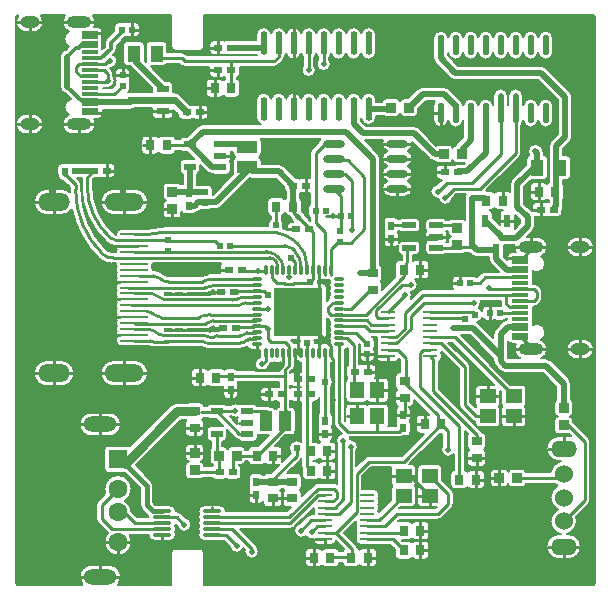
<source format=gtl>
G04 Layer: TopLayer*
G04 EasyEDA Pro v2.1.63, 2024-06-10 19:41:30*
G04 Gerber Generator version 0.3*
G04 Scale: 100 percent, Rotated: No, Reflected: No*
G04 Dimensions in millimeters*
G04 Leading zeros omitted, absolute positions, 3 integers and 5 decimals*
%FSLAX35Y35*%
%MOMM*%
%ADD8191C,0.2032*%
%ADD10C,0.254*%
%ADD11O,0.57399X2.03799*%
%ADD12O,0.55999X1.74501*%
%ADD13R,0.80648X0.86401*%
%ADD14R,1.13254X1.37701*%
%ADD15R,0.79009X0.54*%
%ADD16R,0.8X0.9*%
%ADD17R,1.2076X0.25001*%
%ADD18R,1.2X0.25001*%
%ADD19R,0.9X0.8*%
%ADD20R,0.8X0.9*%
%ADD21R,1.4X1.2*%
%ADD22R,0.56566X0.54*%
%ADD23R,0.56566X0.54*%
%ADD24R,4.09999X4.09999*%
%ADD25O,0.28001X1.0*%
%ADD26O,1.0X0.28001*%
%ADD27O,2.4X0.25001*%
%ADD28O,2.70002X1.5*%
%ADD29O,3.29997X1.5*%
%ADD30R,0.68072X0.20066*%
%ADD31R,0.68072X0.39878*%
%ADD32R,1.2X1.4*%
%ADD33O,1.865X0.63*%
%ADD34R,0.79009X0.54*%
%ADD35R,0.54X0.79009*%
%ADD36R,0.54X0.56566*%
%ADD37R,0.54X0.56566*%
%ADD38R,0.86401X0.8*%
%ADD39R,0.54X0.79009*%
%ADD40R,0.9X0.8*%
%ADD41R,0.86401X0.80648*%
%ADD42R,0.86401X0.80648*%
%ADD43R,0.8X0.86401*%
%ADD44R,1.0X0.6*%
%ADD45R,1.72001X1.0*%
%ADD46R,1.0X1.72001*%
%ADD47R,1.157X0.48999*%
%ADD48R,1.175X0.48999*%
%ADD49O,2.79999X1.3*%
%ADD50C,1.6*%
%ADD51R,1.6X1.6*%
%ADD52R,1.4X1.2*%
%ADD53O,1.62001X0.28001*%
%ADD54C,1.524*%
%ADD55O,2.2X1.4*%
%ADD56R,0.80648X0.86401*%
%ADD57R,1.45001X0.3*%
%ADD58O,1.6X1.0*%
%ADD59O,2.1X1.0*%
%ADD60R,1.45001X0.3*%
%ADD61R,1.07X0.6*%
%ADD62R,0.6X1.07*%
%ADD63C,0.61*%
%ADD64C,0.508*%
%ADD65C,0.5*%
%ADD66C,0.762*%
%ADD67C,0.381*%
%ADD68C,0.3*%
%ADD69C,0.6*%
G75*


G04 Copper Start*
G36*
G01X4994186Y-4900000D02*
G02X4980000Y-4914186I-14186J0D01*
G01X1678814D01*
G01Y-4646400D01*
G03X1643000Y-4610586I-35814J0D01*
G01X1438000D01*
G03X1402186Y-4646400I0J-35814D01*
G01Y-4914186D01*
G01X952938D01*
G03X977108Y-4848695I-76644J65491D01*
G03X876294Y-4747881I-100814J0D01*
G01X726294D01*
G03X625480Y-4848695I0J-100814D01*
G03X649650Y-4914186I100814J0D01*
G01X100000D01*
G02X85814Y-4900000I0J14186D01*
G01Y-110000D01*
G02X100000Y-95814I14186J0D01*
G01X107759D01*
G03X86637Y-152197I64692J-56383D01*
G03X172451Y-238011I85814J0D01*
G01X232451D01*
G03X318265Y-152197I0J85814D01*
G03X297142Y-95814I-85814J0D01*
G01X500742D01*
G03X479619Y-152197I64692J-56383D01*
G03X534802Y-232358I85814J0D01*
G03X496634Y-295199I32646J-62841D01*
G03X535358Y-358326I70815J0D01*
G01X508394Y-385290D01*
G03X459886Y-444845I12306J-59556D01*
G01Y-698500D01*
G03X508394Y-758056I60814J0D01*
G01X554011Y-803673D01*
G03X496634Y-873201I13438J-69529D01*
G03X534813Y-936048I70815J0D01*
G03X479645Y-1016203I30646J-80155D01*
G03X565459Y-1102017I85814J0D01*
G01X675458D01*
G03X761272Y-1016203I0J85814D01*
G03X749312Y-972504I-85814J0D01*
G01X784450D01*
G03X820264Y-936690I0J35814D01*
G01Y-908013D01*
G01Y-906690D01*
G01Y-893514D01*
G01X1058989D01*
G01X1058990D01*
G03X1098867Y-878614I0J60814D01*
G01X1136493D01*
G01X1240693D01*
G01Y-937796D01*
G03X1276507Y-973610I35814J0D01*
G01X1383508D01*
G03X1419322Y-937796I0J35814D01*
G01Y-893805D01*
G01X1457673Y-932156D01*
G01Y-941400D01*
G03X1493487Y-977214I35814J0D01*
G01X1513349D01*
G03X1532992Y-980214I19643J62814D01*
G03X1552635Y-977214I0J65814D01*
G01X1572496D01*
G03X1587500Y-973920I0J35814D01*
G03X1602504Y-977214I15004J32520D01*
G01X1681513D01*
G03X1717327Y-941400I0J35814D01*
G01Y-887400D01*
G03X1681513Y-851586I-35814J0D01*
G01X1602504D01*
G03X1587500Y-854880I0J-35814D01*
G03X1572496Y-851586I-15004J-32520D01*
G01X1563252D01*
G01X1477929Y-766263D01*
G03X1431392Y-746986I-46537J-46537D01*
G01X1419322D01*
G01Y-687804D01*
G03X1383508Y-651990I-35814J0D01*
G01X1350197D01*
G01X1251970Y-553762D01*
G03X1231478Y-523765I-58170J-17738D01*
G01X1334348D01*
G03X1365447Y-505714I0J35814D01*
G01X1470637D01*
G01X1481828Y-516905D01*
G03X1516132Y-531114I34305J34305D01*
G01X1724380D01*
G01X1724373Y-531800D01*
G01Y-585800D01*
G03X1760187Y-621614I35814J0D01*
G01X1839196D01*
G03X1854200Y-618320I0J35814D01*
G03X1860194Y-620462I15004J32520D01*
G01Y-632218D01*
G03X1841500Y-646643I11308J-33982D01*
G03X1811498Y-630386I-30002J-19557D01*
G01X1731498D01*
G03X1695684Y-666200I0J-35814D01*
G01Y-756200D01*
G03X1731498Y-792014I35814J0D01*
G01X1811498D01*
G03X1841500Y-775757I0J35814D01*
G03X1871502Y-792014I30002J19557D01*
G01X1951502D01*
G03X1987316Y-756200I0J35814D01*
G01Y-666200D01*
G03X1957222Y-630846I-35814J0D01*
G01Y-620462D01*
G03X1984027Y-585800I-9009J34662D01*
G01Y-531800D01*
G01X1984020Y-531114D01*
G01X2273300D01*
G03X2307605Y-516905I0J48514D01*
G01X2345705Y-478805D01*
G03X2359739Y-448613I-34305J34305D01*
G03X2374900Y-417280I-48339J42723D01*
G03X2438400Y-470403I63500J11390D01*
G03X2501900Y-417280I0J64513D01*
G03X2516886Y-448414I63500J11390D01*
G01Y-522129D01*
G03X2504586Y-558800I48514J-36671D01*
G03X2565400Y-619614I60814J0D01*
G03X2626214Y-558800I0J60814D01*
G03X2613914Y-522129I-60814J0D01*
G01Y-448414D01*
G03X2628900Y-417280I-48514J42525D01*
G03X2643886Y-448414I63500J11390D01*
G01Y-471329D01*
G03X2631586Y-508000I48514J-36671D01*
G03X2692400Y-568814I60814J0D01*
G03X2753214Y-508000I0J60814D01*
G03X2740914Y-471329I-60814J0D01*
G01Y-448414D01*
G03X2755900Y-417280I-48514J42525D01*
G03X2819400Y-470403I63500J11390D01*
G03X2882900Y-417280I0J64513D01*
G03X2946400Y-470403I63500J11390D01*
G03X3009900Y-417280I0J64513D01*
G03X3073400Y-470403I63500J11390D01*
G03X3137913Y-405889I0J64513D01*
G01Y-259489D01*
G03X3073400Y-194975I-64513J0D01*
G03X3009900Y-248099I0J-64513D01*
G03X2946400Y-194975I-63500J-11390D01*
G03X2882900Y-248099I0J-64513D01*
G03X2819400Y-194975I-63500J-11390D01*
G03X2755900Y-248099I0J-64513D01*
G03X2692400Y-194975I-63500J-11390D01*
G03X2628900Y-248099I0J-64513D01*
G03X2565400Y-194975I-63500J-11390D01*
G03X2501900Y-248099I0J-64513D01*
G03X2438400Y-194975I-63500J-11390D01*
G03X2374900Y-248099I0J-64513D01*
G03X2311400Y-194975I-63500J-11390D01*
G03X2247900Y-248099I0J-64513D01*
G03X2184400Y-194975I-63500J-11390D01*
G03X2119887Y-259489I0J-64513D01*
G01Y-307086D01*
G01X1958799D01*
G03X1948213Y-305486I-10586J-34214D01*
G01X1869204D01*
G03X1854200Y-308780I0J-35814D01*
G03X1839196Y-305486I-15004J-32520D01*
G01X1760187D01*
G03X1724373Y-341300I0J-35814D01*
G01Y-395300D01*
G03X1760187Y-431114I35814J0D01*
G01X1839196D01*
G03X1854200Y-427820I0J35814D01*
G03X1869204Y-431114I15004J32520D01*
G01X1948213D01*
G03X1958799Y-429514I0J35814D01*
G01X2124368D01*
G03X2126375Y-434086I60032J23625D01*
G01X1911012D01*
G01X1536228D01*
G01X1525037Y-422895D01*
G03X1490732Y-408686I-34305J-34305D01*
G01X1370162D01*
G01Y-350249D01*
G03X1334348Y-314435I-35814J0D01*
G01X1221095D01*
G03X1185281Y-350249I0J-35814D01*
G01Y-487073D01*
G01X1176919Y-478712D01*
G01Y-350249D01*
G03X1141105Y-314435I-35814J0D01*
G01X1027852D01*
G03X992038Y-350249I0J-35814D01*
G01Y-487951D01*
G03X1027852Y-523765I35814J0D01*
G01X1050341D01*
G03X1054176Y-527977I46837J38790D01*
G01X1240693Y-714494D01*
G01Y-746986D01*
G01X1136493D01*
G01X1082993D01*
G01X1040275D01*
G03X1053414Y-719264I-22675J27722D01*
G01Y-662699D01*
G03X1050122Y-647700I-35814J0D01*
G03X1053414Y-632701I-32522J14999D01*
G01Y-576136D01*
G01Y-576135D01*
G03X1017600Y-540321I-35814J0D01*
G01X963600D01*
G03X927786Y-576135I0J-35814D01*
G01Y-576136D01*
G01Y-632701D01*
G03X931078Y-647700I35814J0D01*
G03X927786Y-662699I32522J-14999D01*
G01Y-685187D01*
G01X899486Y-713486D01*
G01X820264D01*
G01Y-708914D01*
G01X863600D01*
G03X877120Y-706992I0J48514D01*
G03X924414Y-647700I-13520J59292D01*
G03X912114Y-611029I-60814J0D01*
G01Y-591247D01*
G03X897905Y-556943I-48514J0D01*
G01X884372Y-543410D01*
G01X885060Y-543414D01*
G03X945874Y-482600I0J60814D01*
G03X913183Y-428679I-60814J0D01*
G01X924931Y-416931D01*
G03X939814Y-381000I-35931J35931D01*
G01Y-351248D01*
G01X1012348Y-278714D01*
G01X1013701D01*
G03X1028700Y-275422I0J35814D01*
G03X1043699Y-278714I14999J32522D01*
G01X1100264D01*
G01X1100265D01*
G03X1136079Y-242900I0J35814D01*
G01Y-188900D01*
G03X1100265Y-153086I-35814J0D01*
G01X1100264D01*
G01X1043699D01*
G03X1028700Y-156378I0J-35814D01*
G03X1013701Y-153086I-14999J-32522D01*
G01X957136D01*
G03X921322Y-188900I0J-35814D01*
G01Y-226017D01*
G01X853069Y-294269D01*
G03X838186Y-330200I35931J-35931D01*
G01Y-359952D01*
G01X818215Y-379923D01*
G03X819857Y-369203I-34172J10720D01*
G01Y-340501D01*
G01Y-339203D01*
G01Y-310501D01*
G03X818544Y-300891I-35814J0D01*
G03X820111Y-290412I-34247J10479D01*
G01Y-261710D01*
G01Y-260412D01*
G01Y-231710D01*
G03X784297Y-195896I-35814J0D01*
G01X749287D01*
G03X761247Y-152197I-73854J43699D01*
G03X740125Y-95814I-85814J0D01*
G01X1402186D01*
G01Y-360000D01*
G03X1438000Y-395814I35814J0D01*
G01X1643000D01*
G03X1678814Y-360000I0J35814D01*
G01Y-95814D01*
G01X4980000D01*
G02X4994186Y-110000I0J-14186D01*
G01Y-4900000D01*
G37*
%LPC*%
G36*
G01X2789702Y-4767114D02*
G03X2825516Y-4731300I0J35814D01*
G01Y-4728312D01*
G01X2851384D01*
G01Y-4731300D01*
G03X2887198Y-4767114I35814J0D01*
G01X2967198D01*
G03X2997200Y-4750857I0J35814D01*
G03X3027202Y-4767114I30002J19557D01*
G01X3107202D01*
G03X3143016Y-4731300I0J35814D01*
G01Y-4641300D01*
G03X3107202Y-4605486I-35814J0D01*
G01X3027202D01*
G03X2997200Y-4621743I0J-35814D01*
G03X2982196Y-4608778I-30002J-19557D01*
G03X2968005Y-4575795I-48496J-1322D01*
G01X2868121Y-4475912D01*
G01X2967096Y-4376937D01*
G01Y-4382393D01*
G03X2969947Y-4396397I35814J0D01*
G03X2967096Y-4410401I32962J-14004D01*
G01Y-4435403D01*
G03X2969947Y-4449407I35814J0D01*
G03X2967096Y-4463411I32962J-14004D01*
G01Y-4488412D01*
G03X2969942Y-4502404I35814J0D01*
G03X2967096Y-4516396I32968J-13992D01*
G01Y-4541397D01*
G03X3002910Y-4577211I35814J0D01*
G01X3058516D01*
G03X3062910Y-4577410I4394J48315D01*
G01X3257699D01*
G01X3295884Y-4615595D01*
G01Y-4667800D01*
G03X3331698Y-4703614I35814J0D01*
G01X3411698D01*
G03X3441700Y-4687357I0J35814D01*
G03X3471702Y-4703614I30002J19557D01*
G01X3551702D01*
G03X3587516Y-4667800I0J35814D01*
G01Y-4577800D01*
G03X3551702Y-4541986I-35814J0D01*
G01X3471702D01*
G03X3441700Y-4558243I0J-35814D01*
G03X3411698Y-4541986I-30002J-19557D01*
G01X3359493D01*
G01X3356021Y-4538514D01*
G01X3411698D01*
G03X3441700Y-4522257I0J35814D01*
G03X3471702Y-4538514I30002J19557D01*
G01X3551702D01*
G03X3587516Y-4502700I0J35814D01*
G01Y-4412700D01*
G03X3551702Y-4376886I-35814J0D01*
G01X3471702D01*
G03X3441700Y-4393143I0J-35814D01*
G03X3411698Y-4376886I-30002J-19557D01*
G01X3331698D01*
G03X3323464Y-4377845I0J-35814D01*
G01X3334795Y-4366514D01*
G01X3657600D01*
G03X3691905Y-4352305I0J48514D01*
G01X3780805Y-4263405D01*
G03X3795014Y-4229100I-34305J34305D01*
G01Y-4148392D01*
G01Y-4148391D01*
G03X3780805Y-4114087I-48514J0D01*
G01X3695621Y-4028904D01*
G01Y-3931699D01*
G03X3659807Y-3895885I-35814J0D01*
G01X3519808D01*
G03X3483994Y-3931699I0J-35814D01*
G01Y-4051699D01*
G03X3494164Y-4076700I35814J0D01*
G03X3483994Y-4101701I25643J-25001D01*
G01Y-4221701D01*
G03X3519808Y-4257515I35814J0D01*
G01X3649476D01*
G01X3637505Y-4269486D01*
G01X3330617D01*
G01X3342588Y-4257515D01*
G01X3439792D01*
G03X3475606Y-4221701I0J35814D01*
G01Y-4101701D01*
G03X3465436Y-4076700I-35814J0D01*
G03X3475606Y-4051699I-25643J25001D01*
G01Y-3931699D01*
G03X3439792Y-3895885I-35814J0D01*
G01X3418227D01*
G01X3677298Y-3636814D01*
G01X3697986D01*
G01Y-3735229D01*
G03X3685686Y-3771900I48514J-36671D01*
G03X3746500Y-3832714I60814J0D01*
G03X3793084Y-3810994I0J60814D01*
G01Y-3946113D01*
G03X3765784Y-3980900I8514J-34787D01*
G01Y-4070900D01*
G03X3801598Y-4106714I35814J0D01*
G01X3881598D01*
G03X3911600Y-4090457I0J35814D01*
G03X3941602Y-4106714I30002J19557D01*
G01X4021602D01*
G03X4057416Y-4070900I0J35814D01*
G01Y-3980900D01*
G03X4021602Y-3945086I-35814J0D01*
G01X3941602D01*
G03X3911600Y-3961343I0J-35814D01*
G03X3890112Y-3946113I-30002J-19557D01*
G01Y-3615821D01*
G01X3914387Y-3640096D01*
G03X3906986Y-3661898I28413J-21802D01*
G01Y-3741898D01*
G03X3923243Y-3771900I35814J0D01*
G03X3906986Y-3801902I19557J-30002D01*
G01Y-3881902D01*
G03X3942800Y-3917716I35814J0D01*
G01X4032800D01*
G03X4068614Y-3881902I0J35814D01*
G01Y-3801902D01*
G03X4052357Y-3771900I-35814J0D01*
G03X4068614Y-3741898I-19557J30002D01*
G01Y-3661898D01*
G03X4032800Y-3626084I-35814J0D01*
G01X4032516D01*
G03X4022105Y-3610595I-44716J-18816D01*
G01X3668014Y-3256505D01*
G01Y-3025844D01*
G03X3692124Y-2991997I-11704J33847D01*
G01Y-2966996D01*
G03X3689278Y-2953004I-35814J0D01*
G03X3691216Y-2947025I-32968J13992D01*
G01X3837686Y-3093495D01*
G01Y-3390900D01*
G03X3851895Y-3425205I48514J0D01*
G01X3949597Y-3522906D01*
G03X3975179Y-3536325I34305J34305D01*
G01Y-3548601D01*
G03X4010993Y-3584415I35814J0D01*
G01X4150992D01*
G03X4186806Y-3548601I0J35814D01*
G01Y-3428601D01*
G03X4176636Y-3403600I-35814J0D01*
G03X4186806Y-3378599I-25643J25001D01*
G01Y-3273007D01*
G01X4195194Y-3281394D01*
G01Y-3378599D01*
G03X4205364Y-3403600I35814J0D01*
G03X4195194Y-3428601I25643J-25001D01*
G01Y-3548601D01*
G03X4231008Y-3584415I35814J0D01*
G01X4371007D01*
G03X4406821Y-3548601I0J35814D01*
G01Y-3428601D01*
G03X4396651Y-3403600I-35814J0D01*
G03X4406821Y-3378599I-25643J25001D01*
G01Y-3258599D01*
G03X4371007Y-3222785I-35814J0D01*
G01X4273803D01*
G01X3855432Y-2804414D01*
G01X3930521D01*
G01X4129786Y-3003679D01*
G01Y-3022600D01*
G03X4147715Y-3065885I61214J0D01*
G01X4185815Y-3103985D01*
G03X4229100Y-3121914I43285J43285D01*
G01X4546644D01*
G01X4663186Y-3238456D01*
G01Y-3345886D01*
G03X4645386Y-3376840I18014J-30954D01*
G01Y-3457487D01*
G03X4673666Y-3492500I35814J0D01*
G03X4645386Y-3527513I7534J-35013D01*
G01Y-3608160D01*
G03X4681200Y-3643974I35814J0D01*
G01X4767600D01*
G01X4769132Y-3643941D01*
G01X4784615Y-3659425D01*
G03X4764400Y-3657476I-20215J-103865D01*
G01X4684400D01*
G03X4578586Y-3763289I0J-105814D01*
G03X4684400Y-3869103I105814J0D01*
G01X4699438D01*
G03X4613216Y-3964686I24962J-109197D01*
G01X4405578D01*
G03X4370160Y-3934186I-35418J-5314D01*
G01X4289513D01*
G03X4254500Y-3962466I0J-35814D01*
G03X4219487Y-3934186I-35013J-7534D01*
G01X4138840D01*
G03X4103026Y-3970000I0J-35814D01*
G01Y-4056400D01*
G03X4138840Y-4092214I35814J0D01*
G01X4219487D01*
G03X4254500Y-4063934I0J35814D01*
G03X4289513Y-4092214I35013J7534D01*
G01X4370160D01*
G03X4405578Y-4061714I0J35814D01*
G01X4649638D01*
G03X4673930Y-4078300I74762J83414D01*
G03X4612386Y-4178300I50470J-100000D01*
G03X4673930Y-4278300I112014J0D01*
G03X4612386Y-4378300I50470J-100000D01*
G03X4699438Y-4487497I112014J0D01*
G01X4684400D01*
G03X4578586Y-4593311I0J-105814D01*
G03X4684400Y-4699124I105814J0D01*
G01X4764400D01*
G03X4870214Y-4593311I0J105814D01*
G03X4764400Y-4487497I-105814J0D01*
G01X4749362D01*
G03X4836414Y-4378300I-24962J109197D01*
G03X4830096Y-4341213I-112014J0D01*
G01X4936505Y-4234804D01*
G03X4950714Y-4200500I-34305J34305D01*
G01Y-3708400D01*
G03X4936505Y-3674095I-48514J0D01*
G01X4803414Y-3541005D01*
G01Y-3527513D01*
G03X4775134Y-3492500I-35814J0D01*
G03X4803414Y-3457487I-7534J35013D01*
G01Y-3376840D01*
G03X4785614Y-3345886I-35814J0D01*
G01Y-3213100D01*
G03X4767685Y-3169815I-61214J0D01*
G01X4615285Y-3017415D01*
G03X4572000Y-2999486I-43285J-43285D01*
G01X4537021D01*
G03X4587681Y-2921203I-35154J78283D01*
G03X4532498Y-2841042I-85814J0D01*
G03X4570667Y-2778201I-32646J62841D01*
G03X4499851Y-2707386I-70815J0D01*
G03X4464072Y-2717090I0J-70815D01*
G01Y-2704197D01*
G03X4461613Y-2691156I-35814J0D01*
G03X4463665Y-2679206I-33762J11950D01*
G01Y-2649206D01*
G03X4462239Y-2639200I-35814J0D01*
G03X4463665Y-2629193I-34388J10006D01*
G01Y-2599193D01*
G03X4462318Y-2589462I-35814J0D01*
G03X4463818Y-2579206I-34314J10256D01*
G01Y-2563114D01*
G01X4470400D01*
G03X4504705Y-2548905I0J48514D01*
G01X4530105Y-2523505D01*
G03X4544314Y-2489200I-34305J34305D01*
G01Y-2438400D01*
G03X4530105Y-2404095I-48514J0D01*
G01X4505898Y-2379889D01*
G03X4471594Y-2365680I-34305J-34305D01*
G01X4463665D01*
G01Y-2349232D01*
G03X4462235Y-2339213I-35814J0D01*
G03X4463665Y-2329194I-34384J10019D01*
G01Y-2299194D01*
G03X4461415Y-2286698I-35814J0D01*
G03X4463665Y-2274203I-33563J12496D01*
G01Y-2261070D01*
G03X4499851Y-2271014I36186J60872D01*
G03X4570667Y-2200199I0J70815D01*
G03X4532487Y-2137352I-70815J0D01*
G03X4587655Y-2057197I-30646J80155D01*
G03X4501841Y-1971383I-85814J0D01*
G01X4414387D01*
G01X4462885Y-1922885D01*
G03X4480814Y-1879600I-43285J43285D01*
G01Y-1803400D01*
G01X4480779Y-1801316D01*
G03X4490687Y-1802714I9908J34416D01*
G01X4569696D01*
G03X4584700Y-1799420I0J35814D01*
G03X4599704Y-1802714I15004J32520D01*
G01X4678713D01*
G03X4714527Y-1766900I0J35814D01*
G01Y-1741847D01*
G03X4722114Y-1712329I-53627J29518D01*
G01Y-1655549D01*
G03X4730516Y-1632500I-27412J23049D01*
G01Y-1542500D01*
G03X4722114Y-1519451I-35814J0D01*
G01Y-1488965D01*
G01X4750648D01*
G03X4786462Y-1453151I0J35814D01*
G01Y-1315449D01*
G03X4750648Y-1279635I-35814J0D01*
G01X4722114D01*
G01Y-1226877D01*
G01X4780385Y-1168606D01*
G03X4798314Y-1125322I-43285J43285D01*
G01Y-787400D01*
G03X4780385Y-744115I-61214J0D01*
G01X4577185Y-540915D01*
G03X4533900Y-522986I-43285J-43285D01*
G01X3832154D01*
G01X3744214Y-435046D01*
G01Y-425031D01*
G03X3746500Y-413322I-61214J18029D01*
G03X3810000Y-470816I63500J6320D01*
G03X3873500Y-413322I0J63814D01*
G03X3937000Y-470816I63500J6320D01*
G03X4000500Y-413322I0J63814D01*
G03X4064000Y-470816I63500J6320D01*
G03X4127500Y-413322I0J63814D01*
G03X4191000Y-470816I63500J6320D01*
G03X4254500Y-413322I0J63814D01*
G03X4318000Y-470816I63500J6320D01*
G03X4381500Y-413322I0J63814D01*
G03X4445000Y-470816I63500J6320D01*
G03X4508500Y-413322I0J63814D01*
G03X4572000Y-470816I63500J6320D01*
G03X4635814Y-407002I0J63814D01*
G01Y-288501D01*
G03X4572000Y-224687I-63814J0D01*
G03X4508500Y-282181I0J-63814D01*
G03X4445000Y-224687I-63500J-6320D01*
G03X4381500Y-282181I0J-63814D01*
G03X4318000Y-224687I-63500J-6320D01*
G03X4254500Y-282181I0J-63814D01*
G03X4191000Y-224687I-63500J-6320D01*
G03X4127500Y-282181I0J-63814D01*
G03X4064000Y-224687I-63500J-6320D01*
G03X4000500Y-282181I0J-63814D01*
G03X3937000Y-224687I-63500J-6320D01*
G03X3873500Y-282181I0J-63814D01*
G03X3810000Y-224687I-63500J-6320D01*
G03X3746500Y-282181I0J-63814D01*
G03X3683000Y-224687I-63500J-6320D01*
G03X3619186Y-288501I0J-63814D01*
G01Y-407002D01*
G03X3621786Y-425031I63814J0D01*
G01Y-460402D01*
G03X3639715Y-503687I61214J0D01*
G01X3763513Y-627485D01*
G03X3806798Y-645414I43285J43285D01*
G01X4508544D01*
G01X4675886Y-812756D01*
G01Y-1099966D01*
G01X4617615Y-1158237D01*
G03X4599686Y-1201522I43285J-43285D01*
G01Y-1509986D01*
G03X4584700Y-1522943I15016J-32514D01*
G03X4554698Y-1506686I-30002J-19557D01*
G01X4474698D01*
G03X4438884Y-1542500I0J-35814D01*
G01Y-1632500D01*
G03X4474698Y-1668314I35814J0D01*
G01X4554698D01*
G03X4584700Y-1652057I0J35814D01*
G03X4599686Y-1665014I30002J19557D01*
G01Y-1677086D01*
G03X4584700Y-1680380I18J-35814D01*
G03X4569696Y-1677086I-15004J-32520D01*
G01X4490687D01*
G03X4454873Y-1712900I0J-35814D01*
G01Y-1752103D01*
G01X4391914Y-1689144D01*
G01Y-1549356D01*
G01X4452305Y-1488965D01*
G01X4557405D01*
G03X4593219Y-1453151I0J35814D01*
G01Y-1315449D01*
G03X4557405Y-1279635I-35814J0D01*
G01X4557014D01*
G01Y-1257300D01*
G03X4539085Y-1214015I-61214J0D01*
G01X4526385Y-1201315D01*
G03X4483100Y-1183386I-43285J-43285D01*
G03X4421886Y-1244600I0J-61214D01*
G03X4433969Y-1281114I61214J0D01*
G03X4408338Y-1315449I10183J-34336D01*
G01Y-1359793D01*
G01X4287415Y-1480715D01*
G03X4269486Y-1524000I43285J-43285D01*
G01Y-1588521D01*
G03X4250202Y-1582886I-19284J-30179D01*
G01X4170202D01*
G03X4140200Y-1599143I0J-35814D01*
G03X4110198Y-1582886I-30002J-19557D01*
G01X4083506D01*
G03X4066201Y-1577708I-26009J-55414D01*
G01X4352305Y-1291605D01*
G03X4366514Y-1257300I-34305J34305D01*
G01Y-1022955D01*
G03X4381500Y-987819I-48514J41456D01*
G03X4445000Y-1045313I63500J6320D01*
G03X4508500Y-987819I0J63814D01*
G03X4572000Y-1045313I63500J6320D01*
G03X4635814Y-981499I0J63814D01*
G01Y-862998D01*
G03X4572000Y-799184I-63814J0D01*
G03X4508500Y-856678I0J-63814D01*
G03X4445000Y-799184I-63500J-6320D01*
G03X4381500Y-856678I0J-63814D01*
G03X4379214Y-844969I-63500J-6320D01*
G01Y-774700D01*
G03X4318000Y-713486I-61214J0D01*
G03X4256786Y-774700I0J-61214D01*
G01Y-844969D01*
G03X4254500Y-856678I61214J-18029D01*
G03X4252214Y-844969I-63500J-6320D01*
G01Y-774700D01*
G03X4191000Y-713486I-61214J0D01*
G03X4129786Y-774700I0J-61214D01*
G01Y-844969D01*
G03X4127500Y-856678I61214J-18029D01*
G03X4064000Y-799184I-63500J-6320D01*
G03X4000500Y-856678I0J-63814D01*
G03X3937000Y-799184I-63500J-6320D01*
G03X3873500Y-856678I0J-63814D01*
G03X3839255Y-806285I-63500J-6320D01*
G01X3751685Y-718715D01*
G03X3708400Y-700786I-43285J-43285D01*
G01X3529736D01*
G03X3486452Y-718715I0J-61214D01*
G01X3407881Y-797286D01*
G01X3375113D01*
G03X3340100Y-825566I0J-35814D01*
G03X3305087Y-797286I-35013J-7534D01*
G01X3224440D01*
G03X3189486Y-825297I0J-35814D01*
G01X3137913D01*
G01Y-813311D01*
G03X3073400Y-748797I-64513J0D01*
G03X3009900Y-801920I0J-64513D01*
G03X2946400Y-748797I-63500J-11390D01*
G03X2882900Y-801920I0J-64513D01*
G03X2819400Y-748797I-63500J-11390D01*
G03X2755900Y-801920I0J-64513D01*
G03X2692400Y-748797I-63500J-11390D01*
G03X2628900Y-801920I0J-64513D01*
G03X2565400Y-748797I-63500J-11390D01*
G03X2501900Y-801920I0J-64513D01*
G03X2438400Y-748797I-63500J-11390D01*
G03X2374900Y-801920I0J-64513D01*
G03X2311400Y-748797I-63500J-11390D01*
G03X2247900Y-801920I0J-64513D01*
G03X2184400Y-748797I-63500J-11390D01*
G03X2119887Y-813311I0J-64513D01*
G01Y-959711D01*
G03X2158248Y-1018686I64513J0D01*
G01X1667294D01*
G03X1624292Y-1036498I0J-60814D01*
G01X1538900Y-1121890D01*
G01X1509090D01*
G03X1475498Y-1145286I0J-35814D01*
G01X1441044D01*
G03X1405402Y-1112986I-35641J-3514D01*
G01X1325402D01*
G03X1295400Y-1129243I0J-35814D01*
G03X1265398Y-1112986I-30002J-19557D01*
G01X1185398D01*
G03X1149584Y-1148800I0J-35814D01*
G01Y-1238800D01*
G03X1185398Y-1274614I35814J0D01*
G01X1265398D01*
G03X1295400Y-1258357I0J35814D01*
G03X1325402Y-1274614I30002J19557D01*
G01X1405402D01*
G03X1441044Y-1242314I0J35814D01*
G01X1483071D01*
G03X1509090Y-1253518I26019J24610D01*
G01X1538334D01*
G01X1596698Y-1311882D01*
G01X1509090D01*
G03X1473276Y-1347696I0J-35814D01*
G01Y-1407696D01*
G03X1500886Y-1442558I35814J0D01*
G01Y-1527150D01*
G01X1481991D01*
G03X1452900Y-1512226I-29090J-20890D01*
G01X1366500D01*
G03X1330686Y-1548040I0J-35814D01*
G01Y-1628687D01*
G03X1358966Y-1663700I35814J0D01*
G03X1330686Y-1698713I7534J-35013D01*
G01Y-1779360D01*
G03X1366500Y-1815174I35814J0D01*
G01X1452900D01*
G03X1488714Y-1779360I0J35814D01*
G01Y-1757176D01*
G03X1522400Y-1780827I33685J12163D01*
G01X1576400D01*
G03X1604946Y-1766642I0J35814D01*
G03X1645085Y-1748793I-3146J61133D01*
G01X1650226Y-1743653D01*
G03X1662100Y-1745678I11874J33788D01*
G01X1716100D01*
G03X1738741Y-1737614I0J35814D01*
G01X1778000D01*
G03X1821285Y-1719685I0J61214D01*
G01X2065846Y-1475123D01*
G03X2082800Y-1477518I16954J58819D01*
G01X2288940D01*
G01X2359373Y-1547951D01*
G01Y-1563700D01*
G03X2373478Y-1592184I35814J0D01*
G01Y-1640763D01*
G03X2362200Y-1651723I18712J-30537D01*
G03X2332210Y-1635486I-29990J-19577D01*
G01X2252210D01*
G03X2216396Y-1671300I0J-35814D01*
G01Y-1757700D01*
G03X2243696Y-1792488I35814J0D01*
G01Y-1815832D01*
G03X2219686Y-1866900I42304J-51068D01*
G03X2221401Y-1881886I66314J0D01*
G01X1346200D01*
G03X1332430Y-1883881I0J-48514D01*
G02X1209470Y-1901698I-122960J415389D01*
G01X1088921D01*
G03X1084527Y-1901897I0J-48514D01*
G01X981422D01*
G03X933107Y-1950212I0J-48315D01*
G01X933127Y-1951612D01*
G02X923305Y-1946895I1802J16341D01*
G03X921169Y-1944886I-34305J-34305D01*
G02X739496Y-1541241I357573J403644D01*
G01Y-1484405D01*
G01X751387Y-1472514D01*
G01X785096D01*
G03X800100Y-1469220I0J35814D01*
G03X815104Y-1472514I15004J32520D01*
G01X894113D01*
G03X929927Y-1436700I0J35814D01*
G01Y-1382700D01*
G03X894113Y-1346886I-35814J0D01*
G01X815104D01*
G03X800100Y-1350180I0J-35814D01*
G03X785096Y-1346886I-15004J-32520D01*
G01X706087D01*
G03X695501Y-1348486I0J-35814D01*
G01X628250D01*
G03X617665Y-1346886I-10586J-34214D01*
G01X617664D01*
G01X561099D01*
G03X546100Y-1350178I0J-35814D01*
G03X531101Y-1346886I-14999J-32522D01*
G01X474536D01*
G03X438722Y-1382700I0J-35814D01*
G01Y-1436700D01*
G03X442413Y-1452537I35814J0D01*
G03X494910Y-1503319I60405J9919D01*
G01X543204Y-1551614D01*
G01Y-1569201D01*
G03X543543Y-1592705I816378J0D01*
G03X469675Y-1564494I-73868J-82603D01*
G01X349673D01*
G03X238859Y-1675308I0J-110814D01*
G03X349673Y-1786122I110814J0D01*
G01X469675D01*
G03X560894Y-1738227I0J110814D01*
G03X791756Y-2155757I798689J169026D01*
G03X803884Y-2164332I33744J34857D01*
G03X894851Y-2196847I90967J110991D01*
G03X913362Y-2195648I0J143506D01*
G01X933329D01*
G03X933107Y-2200275I48093J-4627D01*
G03X940074Y-2225269I48315J0D01*
G03X933107Y-2250262I41348J-24994D01*
G03X940082Y-2275268I48315J0D01*
G03X933107Y-2300275I41340J-25006D01*
G03X940082Y-2325281I48315J0D01*
G03X933107Y-2350287I41340J-25006D01*
G03X940082Y-2375294I48315J0D01*
G03X933107Y-2400300I41340J-25006D01*
G03X940082Y-2425306I48315J0D01*
G03X933107Y-2450313I41340J-25006D01*
G03X940082Y-2475319I48315J0D01*
G03X933107Y-2500325I41340J-25006D01*
G03X940082Y-2525331I48315J0D01*
G03X933107Y-2550338I41340J-25006D01*
G03X940074Y-2575331I48315J0D01*
G03X933107Y-2600325I41348J-24994D01*
G03X940082Y-2625331I48315J0D01*
G03X933107Y-2650338I41340J-25006D01*
G03X940082Y-2675344I48315J0D01*
G03X933107Y-2700350I41340J-25006D01*
G03X940082Y-2725356I48315J0D01*
G03X933107Y-2750363I41340J-25006D01*
G03X940082Y-2775369I48315J0D01*
G03X933107Y-2800375I41340J-25006D01*
G03X940082Y-2825382I48315J0D01*
G03X933107Y-2850388I41340J-25006D01*
G03X981422Y-2898703I48315J0D01*
G01X1084527D01*
G03X1088921Y-2898902I4394J48315D01*
G01X1219312D01*
G03X1244600Y-2906014I25288J41402D01*
G01X1374779D01*
G03X1387483Y-2904490I-0J53717D01*
G01X1466342D01*
G01X1667460D01*
G01X1667495Y-2904505D01*
G03X1701800Y-2918714I34305J34305D01*
G01X1983379D01*
G03X2047018Y-2902805I0J135235D01*
G03X2090501Y-2928315I43483J24304D01*
G01X2151685D01*
G01Y-2989499D01*
G01X2151689Y-2990149D01*
G03X2110486Y-3048000I20011J-57851D01*
G03X2137471Y-3098750I61214J0D01*
G01X1961480D01*
G03X1932000Y-3083273I-29479J-20337D01*
G01X1878000D01*
G03X1852046Y-3094409I0J-35814D01*
G03X1824502Y-3081486I-27543J-22891D01*
G01X1744502D01*
G03X1714500Y-3097743I0J-35814D01*
G03X1684498Y-3081486I-30002J-19557D01*
G01X1604498D01*
G03X1568684Y-3117300I0J-35814D01*
G01Y-3207300D01*
G03X1604498Y-3243114I35814J0D01*
G01X1684498D01*
G03X1714500Y-3226857I0J35814D01*
G03X1744502Y-3243114I30002J19557D01*
G01X1824502D01*
G03X1842186Y-3238444I0J35814D01*
G01Y-3307113D01*
G03X1878000Y-3342927I35814J0D01*
G01X1932000D01*
G03X1967814Y-3307113I0J35814D01*
G01Y-3228104D01*
G03X1964520Y-3213100I-35814J0D01*
G03X1967814Y-3198096I-32520J15004D01*
G01Y-3195778D01*
G01X2313686D01*
G01Y-3239186D01*
G01X2301004D01*
G03X2286000Y-3242480I0J-35814D01*
G03X2270996Y-3239186I-15004J-32520D01*
G01X2191987D01*
G03X2156173Y-3275000I0J-35814D01*
G01Y-3329000D01*
G03X2191987Y-3364814I35814J0D01*
G01X2270996D01*
G03X2286000Y-3361520I0J35814D01*
G03X2301004Y-3364814I15004J32520D01*
G01X2313686D01*
G01Y-3409153D01*
G03X2286000Y-3430228I5118J-35446D01*
G03X2253196Y-3408785I-32804J-14371D01*
G01X2237941D01*
G03X2209800Y-3399790I-28141J-39519D01*
G01X2128367D01*
G03X2097710Y-3382490I-30657J-18514D01*
G01X1997710D01*
G03X1977404Y-3388803I0J-35814D01*
G03X1945582Y-3379882I-31821J-52293D01*
G03X1908252Y-3392582I0J-61214D01*
G01X1862610D01*
G03X1837690Y-3382490I-24920J-25722D01*
G01X1737690D01*
G03X1704098Y-3405886I0J-35814D01*
G01X1680957D01*
G03X1645200Y-3372084I-35757J-2012D01*
G01X1555200D01*
G03X1543690Y-3373984I0J-35814D01*
G01X1454302D01*
G03X1402037Y-3395633I0J-73914D01*
G01X1052695Y-3744975D01*
G03X1031306Y-3737887I-21389J-28726D01*
G01X871306D01*
G03X835492Y-3773701I0J-35814D01*
G01Y-3933701D01*
G03X871306Y-3969515I35814J0D01*
G01X1009025D01*
G01X1138936Y-4099425D01*
G01Y-4241800D01*
G03X1155005Y-4280595I54864J0D01*
G01X1207405Y-4332995D01*
G03X1209715Y-4335174I38795J38795D01*
G03X1208888Y-4344213I48988J-9039D01*
G01X1208909Y-4345686D01*
G01X1112295D01*
G01X1067075Y-4300465D01*
G03X1009726Y-4203713I-115768J-3247D01*
G03X1067120Y-4103713I-58420J100000D01*
G03X951306Y-3987899I-115814J0D01*
G03X835492Y-4103713I0J-115814D01*
G03X842640Y-4143770I115814J0D01*
G01X778495Y-4207915D01*
G03X764286Y-4242219I34305J-34305D01*
G01Y-4356100D01*
G03X778495Y-4390405I48514J0D01*
G01X864794Y-4476703D01*
G03X835492Y-4553699I86512J-76996D01*
G03X951306Y-4669513I115814J0D01*
G03X1067120Y-4553699I0J115814D01*
G03X1049770Y-4492727I-115814J0D01*
G01X1208909D01*
G01X1208888Y-4494200D01*
G03X1258702Y-4544014I49814J0D01*
G01X1392702D01*
G03X1442517Y-4494200I0J49814D01*
G03X1435793Y-4469206I-49814J0D01*
G03X1442517Y-4444213I-43091J24994D01*
G03X1435786Y-4419206I-49814J0D01*
G03X1441232Y-4405441I-43083J25006D01*
G01X1451065Y-4415275D01*
G03X1511300Y-4467714I60235J8375D01*
G03X1572114Y-4406900I0J60814D01*
G03X1519675Y-4346665I-60814J0D01*
G01X1482917Y-4309908D01*
G03X1448613Y-4295699I-34305J-34305D01*
G01X1442494D01*
G01X1442517Y-4294200D01*
G03X1392702Y-4244386I-49814J0D01*
G01X1348693D01*
G03X1325702Y-4239336I-22991J-49814D01*
G01X1268926D01*
G01X1248664Y-4219075D01*
G01Y-4076700D01*
G03X1232595Y-4037905I-54864J0D01*
G01X1100710Y-3906020D01*
G01X1484919Y-3521812D01*
G01X1530666D01*
G03X1519386Y-3547902I24534J-26091D01*
G01Y-3627902D01*
G03X1555200Y-3663716I35814J0D01*
G01X1645200D01*
G03X1681014Y-3627902I0J35814D01*
G01Y-3547902D01*
G03X1664757Y-3517900I-35814J0D01*
G03X1677714Y-3502914I-19557J30002D01*
G01X1711671D01*
G03X1737690Y-3514118I26019J24610D01*
G01X1784895D01*
G01X1843781Y-3573004D01*
G03X1837690Y-3572482I-6091J-35292D01*
G01X1737690D01*
G03X1701876Y-3608296I0J-35814D01*
G01Y-3668296D01*
G03X1737690Y-3704110I35814J0D01*
G01X1739176D01*
G01Y-3753627D01*
G03X1728126Y-3779500I24764J-25873D01*
G01Y-3865900D01*
G03X1755750Y-3900765I35814J0D01*
G01Y-3903952D01*
G03X1744925Y-3913022I17137J-31448D01*
G01X1679214D01*
G01Y-3908513D01*
G03X1650934Y-3873500I-35814J0D01*
G03X1679214Y-3838487I-7534J35013D01*
G01Y-3757840D01*
G03X1643400Y-3722026I-35814J0D01*
G01X1557000D01*
G03X1521186Y-3757840I0J-35814D01*
G01Y-3838487D01*
G03X1549466Y-3873500I35814J0D01*
G03X1521186Y-3908513I7534J-35013D01*
G01Y-3989160D01*
G03X1557000Y-4024974I35814J0D01*
G01X1643400D01*
G03X1672491Y-4010050I0J35814D01*
G01X1743626D01*
G03X1772887Y-4025214I29261J20650D01*
G01X1851896D01*
G03X1866900Y-4021920I0J35814D01*
G03X1881904Y-4025214I15004J32520D01*
G01X1960913D01*
G03X1996727Y-3989400I0J35814D01*
G01Y-3935400D01*
G03X1973076Y-3901714I-35814J0D01*
G01X1995260D01*
G03X2030678Y-3871214I0J35814D01*
G01X2051456D01*
G03X2087098Y-3903514I35641J3514D01*
G01X2167098D01*
G03X2197100Y-3887257I0J35814D01*
G03X2227102Y-3903514I30002J19557D01*
G01X2307102D01*
G03X2315336Y-3902555I0J35814D01*
G01X2248907Y-3968984D01*
G01X2215600D01*
G03X2184650Y-3986778I0J-35814D01*
G01X2176685D01*
G03X2147900Y-3972273I-28785J-21309D01*
G01X2093900D01*
G03X2058086Y-4008087I0J-35814D01*
G01Y-4087096D01*
G03X2061380Y-4102100I35814J0D01*
G03X2058086Y-4117104I32520J-15004D01*
G01Y-4196113D01*
G03X2093900Y-4231927I35814J0D01*
G01X2147900D01*
G03X2179786Y-4212420I0J35814D01*
G01Y-4224802D01*
G03X2215600Y-4260616I35814J0D01*
G01X2305600D01*
G03X2341414Y-4224802I0J35814D01*
G01Y-4144802D01*
G03X2325157Y-4114800I-35814J0D01*
G03X2332531Y-4108406I-19557J30002D01*
G01X2353769D01*
G03X2361143Y-4114800I26931J23608D01*
G03X2344886Y-4144802I19557J-30002D01*
G01Y-4224802D01*
G03X2380700Y-4260616I35814J0D01*
G01X2414475D01*
G01X2380205Y-4294886D01*
G01X1864508D01*
G01X1864512Y-4294200D01*
G03X1814698Y-4244386I-49814J0D01*
G01X1680698D01*
G03X1630883Y-4294200I0J-49814D01*
G03X1637614Y-4319206I49814J0D01*
G03X1630883Y-4344213I43083J-25006D01*
G03X1637607Y-4369206I49814J0D01*
G03X1630883Y-4394200I43091J-24994D01*
G03X1637614Y-4419206I49814J0D01*
G03X1630883Y-4444213I43083J-25006D01*
G03X1637607Y-4469206I49814J0D01*
G03X1630883Y-4494200I43091J-24994D01*
G03X1680698Y-4544014I49814J0D01*
G01X1743914D01*
G03X1749298Y-4544314I5384J48214D01*
G01X1846805D01*
G01X1895565Y-4593075D01*
G03X1955800Y-4645514I60235J8375D01*
G03X2012008Y-4607917I0J60814D01*
G01X2024015Y-4619924D01*
G03X2021986Y-4635500I58785J-15576D01*
G03X2082800Y-4696314I60814J0D01*
G03X2143614Y-4635500I0J60814D01*
G03X2129318Y-4596329I-60814J0D01*
G03X2117105Y-4575795I-46518J-13771D01*
G01X1984023Y-4442714D01*
G01X2407590D01*
G03X2441895Y-4428505I0J48514D01*
G01X2607076Y-4263323D01*
G01Y-4276399D01*
G03X2609928Y-4290403I35814J0D01*
G03X2607076Y-4304407I32962J-14004D01*
G01Y-4321378D01*
G01X2589708D01*
G03X2555403Y-4335588I0J-48514D01*
G01X2493525Y-4397465D01*
G03X2441086Y-4457700I8375J-60235D01*
G03X2501900Y-4518514I60814J0D01*
G03X2540550Y-4504653I0J60814D01*
G03X2590800Y-4531214I50250J34253D01*
G03X2607076Y-4528995I0J60814D01*
G01Y-4541397D01*
G03X2642890Y-4577211I35814J0D01*
G01X2762890D01*
G03X2798634Y-4543643I0J35814D01*
G01X2866831Y-4611841D01*
G03X2852813Y-4631284I20366J-29459D01*
G01X2824087D01*
G03X2789702Y-4605486I-34385J-10016D01*
G01X2709702D01*
G03X2679700Y-4621743I0J-35814D01*
G03X2649698Y-4605486I-30002J-19557D01*
G01X2569698D01*
G03X2533884Y-4641300I0J-35814D01*
G01Y-4731300D01*
G03X2569698Y-4767114I35814J0D01*
G01X2649698D01*
G03X2679700Y-4750857I0J35814D01*
G03X2709702Y-4767114I30002J19557D01*
G01X2789702D01*
G37*
G36*
G01X1095684Y-3236106D02*
G03X1206497Y-3125292I0J110814D01*
G03X1095684Y-3014478I-110814J0D01*
G01X915687D01*
G03X804873Y-3125292I0J-110814D01*
G03X915687Y-3236106I110814J0D01*
G01X1095684D01*
G37*
G36*
G01X804873Y-1675308D02*
G03X915687Y-1786122I110814J0D01*
G01X1095684D01*
G03X1206497Y-1675308I0J110814D01*
G03X1095684Y-1564494I-110814J0D01*
G01X915687D01*
G03X804873Y-1675308I0J-110814D01*
G37*
G36*
G01X238859Y-3125292D02*
G03X349673Y-3236106I110814J0D01*
G01X469675D01*
G03X580489Y-3125292I0J110814D01*
G03X469675Y-3014478I-110814J0D01*
G01X349673D01*
G03X238859Y-3125292I0J-110814D01*
G37*
G36*
G01X625480Y-3558705D02*
G03X726294Y-3659519I100814J0D01*
G01X876294D01*
G03X977108Y-3558705I0J100814D01*
G03X876294Y-3457891I-100814J0D01*
G01X726294D01*
G03X625480Y-3558705I0J-100814D01*
G37*
G36*
G01X4749035Y-2921203D02*
G03X4834849Y-3007017I85814J0D01*
G01X4894849D01*
G03X4980663Y-2921203I0J85814D01*
G03X4894849Y-2835389I-85814J0D01*
G01X4834849D01*
G03X4749035Y-2921203I0J-85814D01*
G37*
G36*
G01X86637Y-1016203D02*
G03X172451Y-1102017I85814J0D01*
G01X232451D01*
G03X318265Y-1016203I0J85814D01*
G03X232451Y-930389I-85814J0D01*
G01X172451D01*
G03X86637Y-1016203I0J-85814D01*
G37*
G36*
G01X4894849Y-2143011D02*
G03X4980663Y-2057197I0J85814D01*
G03X4894849Y-1971383I-85814J0D01*
G01X4834849D01*
G03X4749035Y-2057197I0J-85814D01*
G03X4834849Y-2143011I85814J0D01*
G01X4894849D01*
G37*
%LPD*%
G36*
G01X904416Y-2098824D02*
G02X894851Y-2099819I-9565J45483D01*
G02X861986Y-2086206I0J46478D01*
G03X851077Y-2078011I-34305J-34305D01*
G02X640232Y-1569201I508506J508809D01*
G01Y-1531518D01*
G03X626023Y-1497214I-48514J0D01*
G01X601323Y-1472514D01*
G01X617664D01*
G01X617665D01*
G03X628250Y-1470914I0J35814D01*
G01X642468D01*
G01Y-1541241D01*
G03X855864Y-2016657I636275J0D01*
G03X933131Y-2048724I79065J81386D01*
G01X933107Y-2050237D01*
G03X940082Y-2075243I48315J0D01*
G03X933135Y-2098620I41340J-25006D01*
G01X923359D01*
G03X914400Y-2097786I-8959J-47680D01*
G03X904416Y-2098824I0J-48514D01*
G37*
G36*
G01X1373100Y-2302510D02*
G02X1342405Y-2289795I0J43410D01*
G03X1250581Y-2251761I-91824J-91824D01*
G01X1244711D01*
G01X1244735Y-2250262D01*
G03X1237768Y-2225269I-48315J0D01*
G03X1244735Y-2200275I-41348J24994D01*
G03X1244513Y-2195648I-48315J0D01*
G01X1823690D01*
G03X1813273Y-2220900I25397J-25251D01*
G01Y-2274900D01*
G03X1813636Y-2279985I35814J0D01*
G01X1721840D01*
G01X1721839D01*
G03X1667495Y-2302495I0J-76854D01*
G01X1667460Y-2302510D01*
G01X1466342D01*
G01X1378458D01*
G01X1373100D01*
G37*
G36*
G01X1762473Y-2767243D02*
G03X1757974Y-2770886I28227J-39457D01*
G01X1722641D01*
G03X1689100Y-2757424I-33541J-35052D01*
G01X1536192D01*
G01Y-2754376D01*
G01X1694700D01*
G03X1759960Y-2728214I0J94476D01*
G01X1762473D01*
G01Y-2767243D01*
G37*
G36*
G01X1536192Y-2452624D02*
G01X1536192Y-2448814D01*
G01X1689100D01*
G03X1710055Y-2444055I0J48514D01*
G02X1749773Y-2430641I75037J-156679D01*
G01Y-2452624D01*
G01X1536192D01*
G37*
G36*
G01X1751914Y-1615186D02*
G01X1751914Y-1566736D01*
G01Y-1566735D01*
G03X1716100Y-1530921I-35814J0D01*
G01X1662100D01*
G03X1648022Y-1533804I0J-35814D01*
G01X1623314D01*
G01Y-1440564D01*
G03X1644904Y-1407696I-14224J32868D01*
G01Y-1360088D01*
G01X1661304Y-1376488D01*
G03X1671215Y-1389485I53196J30288D01*
G01X1702711Y-1420981D01*
G03X1745996Y-1438910I43285J43285D01*
G01X1751551D01*
G03X1769110Y-1443510I17559J31214D01*
G01X1869110D01*
G03X1904924Y-1407696I0J35814D01*
G01Y-1347696D01*
G03X1900358Y-1330198I-35814J0D01*
G03X1904924Y-1312700I-31248J17498D01*
G01Y-1252700D01*
G03X1904724Y-1248918I-35814J0D01*
G01X1922885D01*
G01Y-1262596D01*
G03X1944328Y-1295400I35814J0D01*
G03X1922885Y-1328204I14371J-32804D01*
G01Y-1428204D01*
G03X1925703Y-1442128I35814J0D01*
G01X1752644Y-1615186D01*
G01X1751914D01*
G37*
G36*
G01X2087098Y-3741886D02*
G03X2051456Y-3774186I0J-35814D01*
G01X2030678D01*
G03X1995260Y-3743686I-35418J-5314D01*
G01X1914613D01*
G03X1879600Y-3771966I0J-35814D01*
G03X1844587Y-3743686I-35013J-7534D01*
G01X1836204D01*
G01Y-3704110D01*
G01X1837690D01*
G03X1873504Y-3668296I0J35814D01*
G01Y-3608296D01*
G03X1872982Y-3602205I-35814J0D01*
G01X1943378Y-3672601D01*
G03X1966271Y-3685449I34305J34305D01*
G03X1997710Y-3704110I31439J17153D01*
G01X2097710D01*
G03X2133524Y-3668296I0J35814D01*
G01Y-3646528D01*
G03X2153196Y-3652415I19672J29927D01*
G01X2228774D01*
G01X2139302Y-3741886D01*
G01X2087098D01*
G37*
G36*
G01X1961896Y-3513300D02*
G01X1961896Y-3553901D01*
G01X1897605Y-3489610D01*
G01X1908252D01*
G03X1945582Y-3502310I37330J48514D01*
G03X1964779Y-3499222I0J61214D01*
G03X1961896Y-3513300I32931J-14078D01*
G37*
G36*
G01X2504204Y-1473886D02*
G03X2489200Y-1477180I0J-35814D01*
G03X2474196Y-1473886I-15004J-32520D01*
G01X2458447D01*
G01X2357580Y-1373019D01*
G03X2314296Y-1355090I-43285J-43285D01*
G01X2166515D01*
G01Y-1328204D01*
G03X2145072Y-1295400I-35814J0D01*
G03X2166515Y-1262596I-14371J32804D01*
G01Y-1162596D01*
G03X2158739Y-1140314I-35814J0D01*
G01X2664450D01*
G03X2652657Y-1164934I53550J-40786D01*
G01X2594595Y-1222995D01*
G03X2580386Y-1257300I34305J-34305D01*
G01Y-1473886D01*
G01X2504204D01*
G37*
G36*
G01X2327895Y-3064495D02*
G03X2313686Y-3098750I34305J-34305D01*
G01X2205929D01*
G03X2232401Y-3055908I-34229J50750D01*
G01X2235804Y-3052505D01*
G03X2245360Y-3038933I-34305J34305D01*
G03X2251499Y-3039313I6139J49435D01*
G03X2276499Y-3032586I0J49814D01*
G03X2301499Y-3039313I25000J43087D01*
G03X2326499Y-3032586I0J49814D01*
G03X2351499Y-3039313I25000J43087D01*
G01X2352985Y-3039291D01*
G01Y-3039406D01*
G01X2327895Y-3064495D01*
G37*
G36*
G01X2341957Y-3875934D02*
G03X2342916Y-3867700I-34855J8234D01*
G01Y-3777700D01*
G03X2307102Y-3741886I-35814J0D01*
G01X2276521D01*
G01X2365992Y-3652415D01*
G01X2418804D01*
G03X2454618Y-3616601I0J35814D01*
G01Y-3444599D01*
G03X2418804Y-3408785I-35814J0D01*
G01X2410714D01*
G01Y-3356805D01*
G03X2433287Y-3364814I22573J27805D01*
G01X2504186D01*
G01Y-3706602D01*
G03X2463800Y-3692886I-40386J-52598D01*
G03X2397486Y-3759200I0J-66314D01*
G03X2414424Y-3803467I66314J0D01*
G01X2341957Y-3875934D01*
G37*
G36*
G01X2384773Y-1878000D02*
G01X2384773Y-1912922D01*
G03X2344346Y-1898416I-153557J-364362D01*
G03X2352314Y-1866900I-58346J31516D01*
G03X2340724Y-1829446I-66314J0D01*
G01Y-1792488D01*
G03X2362200Y-1777277I-8514J34787D01*
G03X2392190Y-1793514I29990J19577D01*
G01X2398005D01*
G01X2418473Y-1813982D01*
G03X2430124Y-1842186I60235J8375D01*
G01X2420587D01*
G03X2384773Y-1878000I0J-35814D01*
G37*
G36*
G01X2506514Y-4168577D02*
G01X2506514Y-4144802D01*
G03X2490257Y-4114800I-35814J0D01*
G03X2506514Y-4084798I-19557J30002D01*
G01Y-4004798D01*
G03X2470700Y-3968984I-35814J0D01*
G01X2386125D01*
G01X2498105Y-3857005D01*
G03X2504186Y-3849581I-34305J34305D01*
G01Y-3918102D01*
G03X2508484Y-3938065I48514J0D01*
G01Y-3994700D01*
G03X2544298Y-4030514I35814J0D01*
G01X2624298D01*
G03X2654300Y-4014257I0J35814D01*
G03X2684302Y-4030514I30002J19557D01*
G01X2764302D01*
G03X2800116Y-3994700I0J35814D01*
G01Y-3904700D01*
G03X2764302Y-3868886I-35814J0D01*
G01X2684302D01*
G03X2654300Y-3885143I0J-35814D01*
G03X2624298Y-3868886I-30002J-19557D01*
G01X2601214D01*
G01Y-3865414D01*
G01X2624298D01*
G03X2654300Y-3849157I0J35814D01*
G03X2684302Y-3865414I30002J19557D01*
G01X2764302D01*
G03X2800116Y-3829600I0J35814D01*
G01Y-3739600D01*
G03X2764302Y-3703786I-35814J0D01*
G01X2753955D01*
G03X2767914Y-3675413I-21854J28373D01*
G01Y-3596404D01*
G03X2764620Y-3581400I-35814J0D01*
G03X2767914Y-3566396I-32520J15004D01*
G01Y-3487387D01*
G03X2753614Y-3458755I-35814J0D01*
G01Y-3245610D01*
G03X2771414Y-3200400I-48514J45210D01*
G03X2753614Y-3155190I-66314J0D01*
G01Y-3039268D01*
G03X2777985Y-3031689I-2113J49770D01*
G01Y-3550399D01*
G03X2792195Y-3584704I48514J0D01*
G01X2843914Y-3636423D01*
G03X2796686Y-3695700I13586J-59277D01*
G03X2808986Y-3732371I60814J0D01*
G01Y-4062262D01*
G03X2781300Y-4053586I-27686J-39838D01*
G01X2641600D01*
G03X2607295Y-4067795I0J-48514D01*
G01X2506514Y-4168577D01*
G37*
G36*
G01X2433287Y-3239186D02*
G03X2410714Y-3247195I0J-35814D01*
G01Y-3229805D01*
G03X2433287Y-3237814I22573J27805D01*
G01X2504186D01*
G01Y-3239186D01*
G01X2433287D01*
G37*
G36*
G01X2433287Y-3112186D02*
G03X2410714Y-3120195I0J-35814D01*
G01Y-3118895D01*
G01X2435803Y-3093806D01*
G03X2450013Y-3059501I-34305J34305D01*
G01Y-3039291D01*
G01X2451499Y-3039313D01*
G03X2476500Y-3032585I0J49814D01*
G03X2501501Y-3039313I25001J43086D01*
G03X2504186Y-3039241I0J49814D01*
G01Y-3112186D01*
G01X2433287D01*
G37*
G36*
G01X2486386Y-2870034D02*
G03X2476500Y-2874414I15115J-47466D01*
G03X2451499Y-2867685I-25001J-43086D01*
G03X2440775Y-2868853I0J-49814D01*
G03X2434605Y-2861295I-40475J-26747D01*
G01X2417635Y-2844326D01*
G01X2491642D01*
G03X2486386Y-2870034I61058J-25874D01*
G37*
G36*
G01X2580386Y-1838677D02*
G01X2538942Y-1797233D01*
G03X2508004Y-1752315I-60235J-8375D01*
G01Y-1671300D01*
G03X2495906Y-1644463I-35814J0D01*
G01Y-1598540D01*
G03X2504204Y-1599514I8298J34839D01*
G01X2580386D01*
G01Y-1693101D01*
G03X2559622Y-1725600I15050J-32499D01*
G01Y-1779600D01*
G03X2580386Y-1812099I35814J0D01*
G01Y-1838677D01*
G37*
G36*
G01X2665684Y-3709006D02*
G03X2654300Y-3720043I18618J-30594D01*
G03X2624298Y-3703786I-30002J-19557D01*
G01X2601214D01*
G01Y-3364814D01*
G01X2621313D01*
G03X2656586Y-3335202I0J35814D01*
G01Y-3458755D01*
G03X2642286Y-3487387I21514J-28632D01*
G01Y-3566396D01*
G03X2645580Y-3581400I35814J0D01*
G03X2642286Y-3596404I32520J-15004D01*
G01Y-3675413D01*
G03X2665684Y-3709006I35814J0D01*
G37*
G36*
G01X2741666Y-2868666D02*
G03X2726501Y-2874413I9835J-48834D01*
G03X2701501Y-2867685I-25000J-43087D01*
G03X2676501Y-2874413I0J-49814D01*
G03X2651501Y-2867685I-25000J-43087D01*
G03X2626501Y-2874413I0J-49814D01*
G03X2619011Y-2870864I-25000J-43087D01*
G01X2619014Y-2870200D01*
G03X2613758Y-2844326I-66314J0D01*
G01X2681487D01*
G03X2717301Y-2808512I0J35814D01*
G01Y-2659997D01*
G01X2720509Y-2663205D01*
G03X2740786Y-2675342I34305J34305D01*
G03X2740685Y-2678501I49714J-3159D01*
G03X2747413Y-2703501I49814J0D01*
G03X2740685Y-2728501I43087J-25000D01*
G03X2747413Y-2753501I49814J0D01*
G03X2740685Y-2778501I43087J-25000D01*
G03X2747413Y-2803501I49814J0D01*
G03X2740685Y-2828501I43087J-25000D01*
G03X2747413Y-2853501I49814J0D01*
G03X2741666Y-2868666I43087J-25000D01*
G37*
G36*
G01X2717301Y-2509990D02*
G01X2717301Y-2398513D01*
G03X2681487Y-2362699I-35814J0D01*
G01X2643087D01*
G03X2644414Y-2349500I-64987J13199D01*
G01X2644410Y-2348736D01*
G03X2648211Y-2339206I-42909J22637D01*
G03X2651501Y-2339315I3290J49706D01*
G03X2676002Y-2332873I0J49814D01*
G03X2701501Y-2340115I25499J41272D01*
G03X2726501Y-2333177I0J48514D01*
G03X2741836Y-2339142I25000J41577D01*
G03X2747413Y-2353499I48664J10643D01*
G03X2740685Y-2378499I43087J-25000D01*
G03X2747413Y-2403499I49814J0D01*
G03X2740685Y-2428499I43087J-25000D01*
G03X2747413Y-2453499I49814J0D01*
G03X2740685Y-2478499I43087J-25000D01*
G03X2741434Y-2487105I49814J0D01*
G03X2734295Y-2492995I27166J-40195D01*
G01X2717301Y-2509990D01*
G37*
G36*
G01X3241660Y-3570986D02*
G03X3244017Y-3558207I-33457J12779D01*
G01Y-3418208D01*
G03X3208203Y-3382394I-35814J0D01*
G01X3088203D01*
G03X3060700Y-3395268I0J-35814D01*
G03X3033197Y-3382394I-27503J-22940D01*
G01X2913197D01*
G03X2877383Y-3418208I0J-35814D01*
G01Y-3532674D01*
G01X2875013Y-3530304D01*
G01Y-2926718D01*
G03X2897886Y-2913561I-12515J48217D01*
G01Y-3053538D01*
G03X2880073Y-3084500I18001J-30961D01*
G01Y-3138500D01*
G03X2894813Y-3167457I35814J0D01*
G03X2877383Y-3198193I18384J-30735D01*
G01Y-3338192D01*
G03X2913197Y-3374006I35814J0D01*
G01X3033197D01*
G03X3060700Y-3361132I0J35814D01*
G03X3088203Y-3374006I27503J22940D01*
G01X3208203D01*
G03X3244017Y-3338192I0J35814D01*
G01Y-3198193D01*
G03X3208203Y-3162379I-35814J0D01*
G01X3130605D01*
G03X3139727Y-3138500I-26692J23879D01*
G01Y-3084500D01*
G03X3103913Y-3048686I-35814J0D01*
G01X3024904D01*
G03X3009900Y-3051980I0J-35814D01*
G03X2994914Y-3048686I-15004J-32520D01*
G01Y-2882900D01*
G01X2994854Y-2880481D01*
G01X2997886Y-2883513D01*
G01Y-2906001D01*
G03X3001178Y-2921000I35814J0D01*
G03X2997886Y-2935999I32522J-14999D01*
G01Y-2992564D01*
G03X3033700Y-3028378I35814J0D01*
G01X3087700D01*
G03X3123514Y-2992564I0J35814D01*
G01Y-2935999D01*
G03X3120222Y-2921000I-35814J0D01*
G03X3123514Y-2906001I-32522J14999D01*
G01Y-2849436D01*
G01Y-2849435D01*
G03X3097935Y-2815115I-35814J0D01*
G01X3140476D01*
G01Y-2832993D01*
G03X3143328Y-2846997I35814J0D01*
G03X3140476Y-2861001I32962J-14004D01*
G01Y-2886003D01*
G03X3143328Y-2900007I35814J0D01*
G03X3140476Y-2914011I32962J-14004D01*
G01Y-2939012D01*
G03X3143322Y-2953004I35814J0D01*
G03X3140476Y-2966996I32968J-13992D01*
G01Y-2991997D01*
G03X3176290Y-3027811I35814J0D01*
G01X3296290D01*
G03X3329780Y-3004689I0J35814D01*
G01X3342386Y-3017295D01*
G01Y-3118084D01*
G01X3333200D01*
G03X3297386Y-3153898I0J-35814D01*
G01Y-3233898D01*
G03X3313643Y-3263900I35814J0D01*
G03X3297386Y-3293902I19557J-30002D01*
G01Y-3373902D01*
G03X3318785Y-3406687I35814J0D01*
G03X3302686Y-3436587I19714J-29900D01*
G01Y-3515596D01*
G03X3305980Y-3530600I35814J0D01*
G03X3302686Y-3545604I32520J-15004D01*
G01Y-3570986D01*
G01X3241660D01*
G37*
G36*
G01X3039095Y-3839195D02*
G01X2969514Y-3908777D01*
G01Y-3783171D01*
G03X2981814Y-3746500I-48514J36671D01*
G03X2921000Y-3685686I-60814J0D01*
G03X2917501Y-3685787I0J-60814D01*
G03X2911646Y-3668014I-60001J-9913D01*
G01X3155024D01*
G01X3331108D01*
G03X3357158Y-3660427I0J48514D01*
G01X3392500D01*
G03X3428314Y-3624613I0J35814D01*
G01Y-3545604D01*
G03X3425020Y-3530600I-35814J0D01*
G03X3428314Y-3515596I-32520J15004D01*
G01Y-3436587D01*
G03X3416177Y-3409716I-35814J0D01*
G01X3423200D01*
G03X3459014Y-3373902I0J35814D01*
G01Y-3349823D01*
G01X3584377Y-3475186D01*
G01X3509498D01*
G03X3473684Y-3511000I0J-35814D01*
G01Y-3601000D01*
G03X3509498Y-3636814I35814J0D01*
G01X3540079D01*
G01X3351907Y-3824986D01*
G01X3073400D01*
G03X3039095Y-3839195I0J-48514D01*
G37*
G36*
G01X3784600Y-1219266D02*
G03X3749587Y-1190986I-35013J-7534D01*
G01X3668940D01*
G03X3647148Y-1198378I0J-35814D01*
G01X3497685Y-1048915D01*
G03X3454400Y-1030986I-43285J-43285D01*
G01X3047956D01*
G01X3007614Y-990644D01*
G01Y-980079D01*
G03X3009900Y-971101I-61214J20367D01*
G03X3073400Y-1024225I63500J11390D01*
G03X3137913Y-959711I0J64513D01*
G01Y-947725D01*
G01X3202394D01*
G03X3224440Y-955314I22046J28224D01*
G01X3305087D01*
G03X3340100Y-927034I0J35814D01*
G03X3375113Y-955314I35013J7534D01*
G01X3455760D01*
G03X3491574Y-919500I0J35814D01*
G01Y-886732D01*
G01X3555092Y-823214D01*
G01X3633106D01*
G03X3619186Y-862998I49894J-39784D01*
G01Y-981499D01*
G03X3683000Y-1045313I63814J0D01*
G03X3746500Y-987819I0J63814D01*
G03X3810000Y-1045313I63500J6320D01*
G03X3873500Y-987819I0J63814D01*
G03X3875786Y-999528I63500J6320D01*
G01Y-1129481D01*
G01X3816652Y-1188615D01*
G03X3814012Y-1191426I43285J-43285D01*
G03X3784600Y-1219266I5600J-35373D01*
G37*
G36*
G01X3158723Y-4304162D02*
G03X3155872Y-4290403I-35813J-245D01*
G03X3158724Y-4276399I-32962J14004D01*
G01Y-4251397D01*
G03X3155878Y-4237406I-35814J0D01*
G03X3158724Y-4223414I-32968J13992D01*
G01Y-4198413D01*
G03X3155872Y-4184409I-35814J0D01*
G03X3158724Y-4170404I-32962J14004D01*
G01Y-4145403D01*
G03X3122910Y-4109589I-35814J0D01*
G01X3020314D01*
G01Y-3995195D01*
G01X3093495Y-3922014D01*
G01X3265313D01*
G03X3263979Y-3931699I34480J-9685D01*
G01Y-4051699D01*
G03X3274149Y-4076700I35814J0D01*
G03X3263979Y-4101701I25643J-25001D01*
G01Y-4198906D01*
G01X3158723Y-4304162D01*
G37*
G36*
G01X3496295Y-2429495D02*
G01X3429788Y-2496003D01*
G03X3439014Y-2463800I-51588J32203D01*
G03X3432099Y-2435635I-60814J0D01*
G03X3489814Y-2374900I-3099J60735D01*
G03X3468382Y-2328560I-60814J0D01*
G03X3471702Y-2328714I3321J35660D01*
G01X3551702D01*
G03X3587516Y-2292900I0J35814D01*
G01Y-2202900D01*
G03X3551702Y-2167086I-35814J0D01*
G01X3471702D01*
G03X3449104Y-2175116I0J-35814D01*
G01Y-2123810D01*
G01X3473983D01*
G03X3509797Y-2087996I0J35814D01*
G01Y-2038996D01*
G03X3473983Y-2003182I-35814J0D01*
G01X3356483D01*
G03X3326714Y-2019085I0J-35814D01*
G01Y-1945404D01*
G03X3323420Y-1930400I-35814J0D01*
G03X3326520Y-1919122I-32520J15004D01*
G01X3327558D01*
G03X3356483Y-1933818I28925J21119D01*
G01X3473983D01*
G03X3509797Y-1898004I0J35814D01*
G01Y-1849004D01*
G03X3473983Y-1813190I-35814J0D01*
G01X3356483D01*
G03X3332851Y-1822094I0J-35814D01*
G01X3323739D01*
G03X3290900Y-1800573I-32838J-14293D01*
G01X3236900D01*
G03X3201086Y-1836387I0J-35814D01*
G01Y-1915396D01*
G03X3204380Y-1930400I35814J0D01*
G03X3201086Y-1945404I32520J-15004D01*
G01Y-2024413D01*
G03X3236900Y-2060227I35814J0D01*
G01X3290900D01*
G03X3320669Y-2044324I0J35814D01*
G01Y-2087996D01*
G03X3352076Y-2123537I35814J0D01*
G01Y-2167086D01*
G01X3331698D01*
G03X3295884Y-2202900I0J-35814D01*
G01Y-2292900D01*
G03X3299568Y-2308722I35814J0D01*
G01X3190514Y-2417777D01*
G01Y-2379490D01*
G03X3174277Y-2349500I-35814J0D01*
G03X3190514Y-2319510I-19577J29990D01*
G01Y-2239510D01*
G03X3172314Y-2208327I-35814J0D01*
G01Y-1308100D01*
G03X3154502Y-1265098I-60814J0D01*
G01X3042818Y-1153414D01*
G01X3193143D01*
G03X3187186Y-1181100I61357J-27686D01*
G03X3232163Y-1244600I67314J0D01*
G03X3187186Y-1308100I22336J-63500D01*
G03X3232163Y-1371600I67314J0D01*
G03X3187186Y-1435100I22336J-63500D01*
G03X3232163Y-1498600I67314J0D01*
G03X3187186Y-1562100I22336J-63500D01*
G03X3254499Y-1629414I67314J0D01*
G01X3377999D01*
G03X3445313Y-1562100I0J67314D01*
G03X3400335Y-1498600I-67314J0D01*
G03X3445313Y-1435100I-22336J63500D01*
G03X3400335Y-1371600I-67314J0D01*
G03X3445313Y-1308100I-22336J63500D01*
G03X3400335Y-1244600I-67314J0D01*
G03X3445313Y-1181100I-22336J63500D01*
G03X3444122Y-1168491I-67314J0D01*
G01X3588915Y-1313285D01*
G03X3632200Y-1331214I43285J43285D01*
G01X3637986D01*
G03X3668940Y-1349014I30954J18014D01*
G01X3749587D01*
G03X3784600Y-1320734I0J35814D01*
G03X3819613Y-1349014I35013J7534D01*
G01X3885716D01*
G01X3878828Y-1355903D01*
G01X3826408D01*
G03X3805496Y-1359586I0J-61214D01*
G01X3786904D01*
G03X3771900Y-1362880I0J-35814D01*
G03X3756896Y-1359586I-15004J-32520D01*
G01X3677887D01*
G03X3642073Y-1395400I0J-35814D01*
G01Y-1449400D01*
G03X3677887Y-1485214I35814J0D01*
G01X3691277D01*
G01X3649225Y-1527265D01*
G03X3596786Y-1587500I8375J-60235D01*
G03X3657600Y-1648314I60814J0D01*
G03X3661099Y-1648213I0J60814D01*
G03X3721100Y-1699114I60001J9913D01*
G03X3781335Y-1646675I0J60814D01*
G01X3817395Y-1610614D01*
G01X3895105D01*
G03X3888486Y-1638300I54595J-27686D01*
G01Y-1825045D01*
G03X3865900Y-1817026I-22586J-27794D01*
G01X3779500D01*
G03X3756982Y-1824990I0J-35814D01*
G01X3730386D01*
G03X3703817Y-1813190I-26570J-24014D01*
G01X3588117D01*
G03X3552303Y-1849004I0J-35814D01*
G01Y-1898004D01*
G03X3560663Y-1921002I35814J0D01*
G03X3552303Y-1944000I27454J-22998D01*
G01Y-1993000D01*
G03X3560663Y-2015998I35814J0D01*
G03X3552303Y-2038996I27454J-22998D01*
G01Y-2087996D01*
G03X3588117Y-2123810I35814J0D01*
G01X3703817D01*
G03X3730386Y-2112010I0J35814D01*
G01X3756982D01*
G03X3779500Y-2119974I22517J27850D01*
G01X3865900D01*
G03X3894351Y-2105914I0J35814D01*
G01X3924344D01*
G01X3944515Y-2126085D01*
G03X3987800Y-2144014I43285J43285D01*
G03X3994787Y-2143614I0J61214D01*
G01X4088594D01*
G01Y-2155507D01*
G03X4106406Y-2198509I60814J0D01*
G01X4173576Y-2265680D01*
G01X4061206D01*
G03X4026901Y-2279889I0J-48514D01*
G01X3993105Y-2313686D01*
G01X3986397D01*
G03X3957765Y-2299386I-28632J-21514D01*
G01X3957764D01*
G01X3901199D01*
G03X3886200Y-2302678I0J-35814D01*
G03X3871201Y-2299386I-14999J-32522D01*
G01X3814636D01*
G03X3778822Y-2335200I0J-35814D01*
G01Y-2389200D01*
G03X3790096Y-2415286I35814J0D01*
G01X3530600D01*
G03X3496295Y-2429495I0J-48514D01*
G37*
G36*
G01X3732091Y-2014982D02*
G03X3739631Y-1993000I-28274J21982D01*
G01Y-1944000D01*
G03X3732091Y-1922018I-35814J0D01*
G01X3743686D01*
G01Y-1933487D01*
G03X3771966Y-1968500I35814J0D01*
G03X3743686Y-2003513I7534J-35013D01*
G01Y-2014982D01*
G01X3732091D01*
G37*
G36*
G01X3985349Y-3403600D02*
G03X3978174Y-3414264I25643J-25001D01*
G01X3934714Y-3370805D01*
G01Y-3073400D01*
G03X3920505Y-3039095I-48514J0D01*
G01X3749323Y-2867914D01*
G01X3781713D01*
G01X4136584Y-3222785D01*
G01X4010993D01*
G03X3975179Y-3258599I0J-35814D01*
G01Y-3378599D01*
G03X3985349Y-3403600I35814J0D01*
G37*
G36*
G01X4129786Y-2794000D02*
G01X4129786Y-2830540D01*
G01X3999161Y-2699915D01*
G03X3991225Y-2693224I-43285J-43285D01*
G03X4035390Y-2656517I-16125J64324D01*
G03X4068636Y-2679014I33246J13317D01*
G01X4125201D01*
G03X4140200Y-2675722I0J35814D01*
G03X4155199Y-2679014I14999J32522D01*
G01X4211764D01*
G01X4211765D01*
G03X4241800Y-2662707I0J35814D01*
G01X4247036D01*
G01Y-2669743D01*
G03X4211215Y-2687215I7464J-60757D01*
G01X4147715Y-2750715D01*
G03X4129786Y-2794000I43285J-43285D01*
G37*
G36*
G01X4032822Y-2589200D02*
G01X4032822Y-2596254D01*
G03X4006027Y-2570240I-57721J-32646D01*
G03X4023614Y-2527300I-43627J42940D01*
G03X4021751Y-2512314I-61214J0D01*
G01X4191412D01*
G01Y-2538126D01*
G03X4193875Y-2553386I48514J0D01*
G01X4155199D01*
G03X4140200Y-2556678I0J-35814D01*
G03X4125201Y-2553386I-14999J-32522D01*
G01X4068636D01*
G03X4032822Y-2589200I0J-35814D01*
G37*
G36*
G01X4182082Y-1778792D02*
G01X4182082Y-1869901D01*
G01X4123718Y-1811537D01*
G01Y-1778792D01*
G03X4098278Y-1744514I-35814J0D01*
G01X4110198D01*
G03X4140200Y-1728257I0J35814D01*
G03X4170202Y-1744514I30002J19557D01*
G01X4207522D01*
G03X4182082Y-1778792I10374J-34279D01*
G37*
G36*
G01X4247036Y-2166710D02*
G01X4247036Y-2167132D01*
G01X4218279Y-2138375D01*
G03X4218714Y-2132808I-35379J5567D01*
G01Y-2042414D01*
G01X4307311D01*
G03X4306028Y-2057197I84531J-14783D01*
G03X4317988Y-2100896I85814J0D01*
G01X4282850D01*
G03X4247036Y-2136710I0J-35814D01*
G01Y-2165387D01*
G01Y-2166710D01*
G37*
G36*
G01X4306053Y-2921203D02*
G03X4356713Y-2999486I85814J0D01*
G01X4254456D01*
G01X4252214Y-2997244D01*
G01Y-2978324D01*
G01Y-2859985D01*
G03X4283003Y-2877504I30789J18295D01*
G01X4318013D01*
G03X4306053Y-2921203I73854J-43699D01*
G37*
G36*
G01X4308886Y-1903745D02*
G03X4313710Y-1885793I-30990J17952D01*
G01Y-1784080D01*
G01X4358386Y-1828756D01*
G01Y-1854244D01*
G01X4308886Y-1903745D01*
G37*
G54D8191*
G01X4994186Y-4900000D02*
G02X4980000Y-4914186I-14186J0D01*
G01X1678814D01*
G01Y-4646400D01*
G03X1643000Y-4610586I-35814J0D01*
G01X1438000D01*
G03X1402186Y-4646400I0J-35814D01*
G01Y-4914186D01*
G01X952938D01*
G03X977108Y-4848695I-76644J65491D01*
G03X876294Y-4747881I-100814J0D01*
G01X726294D01*
G03X625480Y-4848695I0J-100814D01*
G03X649650Y-4914186I100814J0D01*
G01X100000D01*
G02X85814Y-4900000I0J14186D01*
G01Y-110000D01*
G02X100000Y-95814I14186J0D01*
G01X107759D01*
G03X86637Y-152197I64692J-56383D01*
G03X172451Y-238011I85814J0D01*
G01X232451D01*
G03X318265Y-152197I0J85814D01*
G03X297142Y-95814I-85814J0D01*
G01X500742D01*
G03X479619Y-152197I64692J-56383D01*
G03X534802Y-232358I85814J0D01*
G03X496634Y-295199I32646J-62841D01*
G03X535358Y-358326I70815J0D01*
G01X508394Y-385290D01*
G03X459886Y-444845I12306J-59556D01*
G01Y-698500D01*
G03X508394Y-758056I60814J0D01*
G01X554011Y-803673D01*
G03X496634Y-873201I13438J-69529D01*
G03X534813Y-936048I70815J0D01*
G03X479645Y-1016203I30646J-80155D01*
G03X565459Y-1102017I85814J0D01*
G01X675458D01*
G03X761272Y-1016203I0J85814D01*
G03X749312Y-972504I-85814J0D01*
G01X784450D01*
G03X820264Y-936690I0J35814D01*
G01Y-908013D01*
G01Y-906690D01*
G01Y-893514D01*
G01X1058989D01*
G01X1058990D01*
G03X1098867Y-878614I0J60814D01*
G01X1136493D01*
G01X1240693D01*
G01Y-937796D01*
G03X1276507Y-973610I35814J0D01*
G01X1383508D01*
G03X1419322Y-937796I0J35814D01*
G01Y-893805D01*
G01X1457673Y-932156D01*
G01Y-941400D01*
G03X1493487Y-977214I35814J0D01*
G01X1513349D01*
G03X1532992Y-980214I19643J62814D01*
G03X1552635Y-977214I0J65814D01*
G01X1572496D01*
G03X1587500Y-973920I0J35814D01*
G03X1602504Y-977214I15004J32520D01*
G01X1681513D01*
G03X1717327Y-941400I0J35814D01*
G01Y-887400D01*
G03X1681513Y-851586I-35814J0D01*
G01X1602504D01*
G03X1587500Y-854880I0J-35814D01*
G03X1572496Y-851586I-15004J-32520D01*
G01X1563252D01*
G01X1477929Y-766263D01*
G03X1431392Y-746986I-46537J-46537D01*
G01X1419322D01*
G01Y-687804D01*
G03X1383508Y-651990I-35814J0D01*
G01X1350197D01*
G01X1251970Y-553762D01*
G03X1231478Y-523765I-58170J-17738D01*
G01X1334348D01*
G03X1365447Y-505714I0J35814D01*
G01X1470637D01*
G01X1481828Y-516905D01*
G03X1516132Y-531114I34305J34305D01*
G01X1724380D01*
G01X1724373Y-531800D01*
G01Y-585800D01*
G03X1760187Y-621614I35814J0D01*
G01X1839196D01*
G03X1854200Y-618320I0J35814D01*
G03X1860194Y-620462I15004J32520D01*
G01Y-632218D01*
G03X1841500Y-646643I11308J-33982D01*
G03X1811498Y-630386I-30002J-19557D01*
G01X1731498D01*
G03X1695684Y-666200I0J-35814D01*
G01Y-756200D01*
G03X1731498Y-792014I35814J0D01*
G01X1811498D01*
G03X1841500Y-775757I0J35814D01*
G03X1871502Y-792014I30002J19557D01*
G01X1951502D01*
G03X1987316Y-756200I0J35814D01*
G01Y-666200D01*
G03X1957222Y-630846I-35814J0D01*
G01Y-620462D01*
G03X1984027Y-585800I-9009J34662D01*
G01Y-531800D01*
G01X1984020Y-531114D01*
G01X2273300D01*
G03X2307605Y-516905I0J48514D01*
G01X2345705Y-478805D01*
G03X2359739Y-448613I-34305J34305D01*
G03X2374900Y-417280I-48339J42723D01*
G03X2438400Y-470403I63500J11390D01*
G03X2501900Y-417280I0J64513D01*
G03X2516886Y-448414I63500J11390D01*
G01Y-522129D01*
G03X2504586Y-558800I48514J-36671D01*
G03X2565400Y-619614I60814J0D01*
G03X2626214Y-558800I0J60814D01*
G03X2613914Y-522129I-60814J0D01*
G01Y-448414D01*
G03X2628900Y-417280I-48514J42525D01*
G03X2643886Y-448414I63500J11390D01*
G01Y-471329D01*
G03X2631586Y-508000I48514J-36671D01*
G03X2692400Y-568814I60814J0D01*
G03X2753214Y-508000I0J60814D01*
G03X2740914Y-471329I-60814J0D01*
G01Y-448414D01*
G03X2755900Y-417280I-48514J42525D01*
G03X2819400Y-470403I63500J11390D01*
G03X2882900Y-417280I0J64513D01*
G03X2946400Y-470403I63500J11390D01*
G03X3009900Y-417280I0J64513D01*
G03X3073400Y-470403I63500J11390D01*
G03X3137913Y-405889I0J64513D01*
G01Y-259489D01*
G03X3073400Y-194975I-64513J0D01*
G03X3009900Y-248099I0J-64513D01*
G03X2946400Y-194975I-63500J-11390D01*
G03X2882900Y-248099I0J-64513D01*
G03X2819400Y-194975I-63500J-11390D01*
G03X2755900Y-248099I0J-64513D01*
G03X2692400Y-194975I-63500J-11390D01*
G03X2628900Y-248099I0J-64513D01*
G03X2565400Y-194975I-63500J-11390D01*
G03X2501900Y-248099I0J-64513D01*
G03X2438400Y-194975I-63500J-11390D01*
G03X2374900Y-248099I0J-64513D01*
G03X2311400Y-194975I-63500J-11390D01*
G03X2247900Y-248099I0J-64513D01*
G03X2184400Y-194975I-63500J-11390D01*
G03X2119887Y-259489I0J-64513D01*
G01Y-307086D01*
G01X1958799D01*
G03X1948213Y-305486I-10586J-34214D01*
G01X1869204D01*
G03X1854200Y-308780I0J-35814D01*
G03X1839196Y-305486I-15004J-32520D01*
G01X1760187D01*
G03X1724373Y-341300I0J-35814D01*
G01Y-395300D01*
G03X1760187Y-431114I35814J0D01*
G01X1839196D01*
G03X1854200Y-427820I0J35814D01*
G03X1869204Y-431114I15004J32520D01*
G01X1948213D01*
G03X1958799Y-429514I0J35814D01*
G01X2124368D01*
G03X2126375Y-434086I60032J23625D01*
G01X1911012D01*
G01X1536228D01*
G01X1525037Y-422895D01*
G03X1490732Y-408686I-34305J-34305D01*
G01X1370162D01*
G01Y-350249D01*
G03X1334348Y-314435I-35814J0D01*
G01X1221095D01*
G03X1185281Y-350249I0J-35814D01*
G01Y-487073D01*
G01X1176919Y-478712D01*
G01Y-350249D01*
G03X1141105Y-314435I-35814J0D01*
G01X1027852D01*
G03X992038Y-350249I0J-35814D01*
G01Y-487951D01*
G03X1027852Y-523765I35814J0D01*
G01X1050341D01*
G03X1054176Y-527977I46837J38790D01*
G01X1240693Y-714494D01*
G01Y-746986D01*
G01X1136493D01*
G01X1082993D01*
G01X1040275D01*
G03X1053414Y-719264I-22675J27722D01*
G01Y-662699D01*
G03X1050122Y-647700I-35814J0D01*
G03X1053414Y-632701I-32522J14999D01*
G01Y-576136D01*
G01Y-576135D01*
G03X1017600Y-540321I-35814J0D01*
G01X963600D01*
G03X927786Y-576135I0J-35814D01*
G01Y-576136D01*
G01Y-632701D01*
G03X931078Y-647700I35814J0D01*
G03X927786Y-662699I32522J-14999D01*
G01Y-685187D01*
G01X899486Y-713486D01*
G01X820264D01*
G01Y-708914D01*
G01X863600D01*
G03X877120Y-706992I0J48514D01*
G03X924414Y-647700I-13520J59292D01*
G03X912114Y-611029I-60814J0D01*
G01Y-591247D01*
G03X897905Y-556943I-48514J0D01*
G01X884372Y-543410D01*
G01X885060Y-543414D01*
G03X945874Y-482600I0J60814D01*
G03X913183Y-428679I-60814J0D01*
G01X924931Y-416931D01*
G03X939814Y-381000I-35931J35931D01*
G01Y-351248D01*
G01X1012348Y-278714D01*
G01X1013701D01*
G03X1028700Y-275422I0J35814D01*
G03X1043699Y-278714I14999J32522D01*
G01X1100264D01*
G01X1100265D01*
G03X1136079Y-242900I0J35814D01*
G01Y-188900D01*
G03X1100265Y-153086I-35814J0D01*
G01X1100264D01*
G01X1043699D01*
G03X1028700Y-156378I0J-35814D01*
G03X1013701Y-153086I-14999J-32522D01*
G01X957136D01*
G03X921322Y-188900I0J-35814D01*
G01Y-226017D01*
G01X853069Y-294269D01*
G03X838186Y-330200I35931J-35931D01*
G01Y-359952D01*
G01X818215Y-379923D01*
G03X819857Y-369203I-34172J10720D01*
G01Y-340501D01*
G01Y-339203D01*
G01Y-310501D01*
G03X818544Y-300891I-35814J0D01*
G03X820111Y-290412I-34247J10479D01*
G01Y-261710D01*
G01Y-260412D01*
G01Y-231710D01*
G03X784297Y-195896I-35814J0D01*
G01X749287D01*
G03X761247Y-152197I-73854J43699D01*
G03X740125Y-95814I-85814J0D01*
G01X1402186D01*
G01Y-360000D01*
G03X1438000Y-395814I35814J0D01*
G01X1643000D01*
G03X1678814Y-360000I0J35814D01*
G01Y-95814D01*
G01X4980000D01*
G02X4994186Y-110000I0J-14186D01*
G01Y-4900000D01*
G01X2789702Y-4767114D02*
G03X2825516Y-4731300I0J35814D01*
G01Y-4728312D01*
G01X2851384D01*
G01Y-4731300D01*
G03X2887198Y-4767114I35814J0D01*
G01X2967198D01*
G03X2997200Y-4750857I0J35814D01*
G03X3027202Y-4767114I30002J19557D01*
G01X3107202D01*
G03X3143016Y-4731300I0J35814D01*
G01Y-4641300D01*
G03X3107202Y-4605486I-35814J0D01*
G01X3027202D01*
G03X2997200Y-4621743I0J-35814D01*
G03X2982196Y-4608778I-30002J-19557D01*
G03X2968005Y-4575795I-48496J-1322D01*
G01X2868121Y-4475912D01*
G01X2967096Y-4376937D01*
G01Y-4382393D01*
G03X2969947Y-4396397I35814J0D01*
G03X2967096Y-4410401I32962J-14004D01*
G01Y-4435403D01*
G03X2969947Y-4449407I35814J0D01*
G03X2967096Y-4463411I32962J-14004D01*
G01Y-4488412D01*
G03X2969942Y-4502404I35814J0D01*
G03X2967096Y-4516396I32968J-13992D01*
G01Y-4541397D01*
G03X3002910Y-4577211I35814J0D01*
G01X3058516D01*
G03X3062910Y-4577410I4394J48315D01*
G01X3257699D01*
G01X3295884Y-4615595D01*
G01Y-4667800D01*
G03X3331698Y-4703614I35814J0D01*
G01X3411698D01*
G03X3441700Y-4687357I0J35814D01*
G03X3471702Y-4703614I30002J19557D01*
G01X3551702D01*
G03X3587516Y-4667800I0J35814D01*
G01Y-4577800D01*
G03X3551702Y-4541986I-35814J0D01*
G01X3471702D01*
G03X3441700Y-4558243I0J-35814D01*
G03X3411698Y-4541986I-30002J-19557D01*
G01X3359493D01*
G01X3356021Y-4538514D01*
G01X3411698D01*
G03X3441700Y-4522257I0J35814D01*
G03X3471702Y-4538514I30002J19557D01*
G01X3551702D01*
G03X3587516Y-4502700I0J35814D01*
G01Y-4412700D01*
G03X3551702Y-4376886I-35814J0D01*
G01X3471702D01*
G03X3441700Y-4393143I0J-35814D01*
G03X3411698Y-4376886I-30002J-19557D01*
G01X3331698D01*
G03X3323464Y-4377845I0J-35814D01*
G01X3334795Y-4366514D01*
G01X3657600D01*
G03X3691905Y-4352305I0J48514D01*
G01X3780805Y-4263405D01*
G03X3795014Y-4229100I-34305J34305D01*
G01Y-4148392D01*
G01Y-4148391D01*
G03X3780805Y-4114087I-48514J0D01*
G01X3695621Y-4028904D01*
G01Y-3931699D01*
G03X3659807Y-3895885I-35814J0D01*
G01X3519808D01*
G03X3483994Y-3931699I0J-35814D01*
G01Y-4051699D01*
G03X3494164Y-4076700I35814J0D01*
G03X3483994Y-4101701I25643J-25001D01*
G01Y-4221701D01*
G03X3519808Y-4257515I35814J0D01*
G01X3649476D01*
G01X3637505Y-4269486D01*
G01X3330617D01*
G01X3342588Y-4257515D01*
G01X3439792D01*
G03X3475606Y-4221701I0J35814D01*
G01Y-4101701D01*
G03X3465436Y-4076700I-35814J0D01*
G03X3475606Y-4051699I-25643J25001D01*
G01Y-3931699D01*
G03X3439792Y-3895885I-35814J0D01*
G01X3418227D01*
G01X3677298Y-3636814D01*
G01X3697986D01*
G01Y-3735229D01*
G03X3685686Y-3771900I48514J-36671D01*
G03X3746500Y-3832714I60814J0D01*
G03X3793084Y-3810994I0J60814D01*
G01Y-3946113D01*
G03X3765784Y-3980900I8514J-34787D01*
G01Y-4070900D01*
G03X3801598Y-4106714I35814J0D01*
G01X3881598D01*
G03X3911600Y-4090457I0J35814D01*
G03X3941602Y-4106714I30002J19557D01*
G01X4021602D01*
G03X4057416Y-4070900I0J35814D01*
G01Y-3980900D01*
G03X4021602Y-3945086I-35814J0D01*
G01X3941602D01*
G03X3911600Y-3961343I0J-35814D01*
G03X3890112Y-3946113I-30002J-19557D01*
G01Y-3615821D01*
G01X3914387Y-3640096D01*
G03X3906986Y-3661898I28413J-21802D01*
G01Y-3741898D01*
G03X3923243Y-3771900I35814J0D01*
G03X3906986Y-3801902I19557J-30002D01*
G01Y-3881902D01*
G03X3942800Y-3917716I35814J0D01*
G01X4032800D01*
G03X4068614Y-3881902I0J35814D01*
G01Y-3801902D01*
G03X4052357Y-3771900I-35814J0D01*
G03X4068614Y-3741898I-19557J30002D01*
G01Y-3661898D01*
G03X4032800Y-3626084I-35814J0D01*
G01X4032516D01*
G03X4022105Y-3610595I-44716J-18816D01*
G01X3668014Y-3256505D01*
G01Y-3025844D01*
G03X3692124Y-2991997I-11704J33847D01*
G01Y-2966996D01*
G03X3689278Y-2953004I-35814J0D01*
G03X3691216Y-2947025I-32968J13992D01*
G01X3837686Y-3093495D01*
G01Y-3390900D01*
G03X3851895Y-3425205I48514J0D01*
G01X3949597Y-3522906D01*
G03X3975179Y-3536325I34305J34305D01*
G01Y-3548601D01*
G03X4010993Y-3584415I35814J0D01*
G01X4150992D01*
G03X4186806Y-3548601I0J35814D01*
G01Y-3428601D01*
G03X4176636Y-3403600I-35814J0D01*
G03X4186806Y-3378599I-25643J25001D01*
G01Y-3273007D01*
G01X4195194Y-3281394D01*
G01Y-3378599D01*
G03X4205364Y-3403600I35814J0D01*
G03X4195194Y-3428601I25643J-25001D01*
G01Y-3548601D01*
G03X4231008Y-3584415I35814J0D01*
G01X4371007D01*
G03X4406821Y-3548601I0J35814D01*
G01Y-3428601D01*
G03X4396651Y-3403600I-35814J0D01*
G03X4406821Y-3378599I-25643J25001D01*
G01Y-3258599D01*
G03X4371007Y-3222785I-35814J0D01*
G01X4273803D01*
G01X3855432Y-2804414D01*
G01X3930521D01*
G01X4129786Y-3003679D01*
G01Y-3022600D01*
G03X4147715Y-3065885I61214J0D01*
G01X4185815Y-3103985D01*
G03X4229100Y-3121914I43285J43285D01*
G01X4546644D01*
G01X4663186Y-3238456D01*
G01Y-3345886D01*
G03X4645386Y-3376840I18014J-30954D01*
G01Y-3457487D01*
G03X4673666Y-3492500I35814J0D01*
G03X4645386Y-3527513I7534J-35013D01*
G01Y-3608160D01*
G03X4681200Y-3643974I35814J0D01*
G01X4767600D01*
G01X4769132Y-3643941D01*
G01X4784615Y-3659425D01*
G03X4764400Y-3657476I-20215J-103865D01*
G01X4684400D01*
G03X4578586Y-3763289I0J-105814D01*
G03X4684400Y-3869103I105814J0D01*
G01X4699438D01*
G03X4613216Y-3964686I24962J-109197D01*
G01X4405578D01*
G03X4370160Y-3934186I-35418J-5314D01*
G01X4289513D01*
G03X4254500Y-3962466I0J-35814D01*
G03X4219487Y-3934186I-35013J-7534D01*
G01X4138840D01*
G03X4103026Y-3970000I0J-35814D01*
G01Y-4056400D01*
G03X4138840Y-4092214I35814J0D01*
G01X4219487D01*
G03X4254500Y-4063934I0J35814D01*
G03X4289513Y-4092214I35013J7534D01*
G01X4370160D01*
G03X4405578Y-4061714I0J35814D01*
G01X4649638D01*
G03X4673930Y-4078300I74762J83414D01*
G03X4612386Y-4178300I50470J-100000D01*
G03X4673930Y-4278300I112014J0D01*
G03X4612386Y-4378300I50470J-100000D01*
G03X4699438Y-4487497I112014J0D01*
G01X4684400D01*
G03X4578586Y-4593311I0J-105814D01*
G03X4684400Y-4699124I105814J0D01*
G01X4764400D01*
G03X4870214Y-4593311I0J105814D01*
G03X4764400Y-4487497I-105814J0D01*
G01X4749362D01*
G03X4836414Y-4378300I-24962J109197D01*
G03X4830096Y-4341213I-112014J0D01*
G01X4936505Y-4234804D01*
G03X4950714Y-4200500I-34305J34305D01*
G01Y-3708400D01*
G03X4936505Y-3674095I-48514J0D01*
G01X4803414Y-3541005D01*
G01Y-3527513D01*
G03X4775134Y-3492500I-35814J0D01*
G03X4803414Y-3457487I-7534J35013D01*
G01Y-3376840D01*
G03X4785614Y-3345886I-35814J0D01*
G01Y-3213100D01*
G03X4767685Y-3169815I-61214J0D01*
G01X4615285Y-3017415D01*
G03X4572000Y-2999486I-43285J-43285D01*
G01X4537021D01*
G03X4587681Y-2921203I-35154J78283D01*
G03X4532498Y-2841042I-85814J0D01*
G03X4570667Y-2778201I-32646J62841D01*
G03X4499851Y-2707386I-70815J0D01*
G03X4464072Y-2717090I0J-70815D01*
G01Y-2704197D01*
G03X4461613Y-2691156I-35814J0D01*
G03X4463665Y-2679206I-33762J11950D01*
G01Y-2649206D01*
G03X4462239Y-2639200I-35814J0D01*
G03X4463665Y-2629193I-34388J10006D01*
G01Y-2599193D01*
G03X4462318Y-2589462I-35814J0D01*
G03X4463818Y-2579206I-34314J10256D01*
G01Y-2563114D01*
G01X4470400D01*
G03X4504705Y-2548905I0J48514D01*
G01X4530105Y-2523505D01*
G03X4544314Y-2489200I-34305J34305D01*
G01Y-2438400D01*
G03X4530105Y-2404095I-48514J0D01*
G01X4505898Y-2379889D01*
G03X4471594Y-2365680I-34305J-34305D01*
G01X4463665D01*
G01Y-2349232D01*
G03X4462235Y-2339213I-35814J0D01*
G03X4463665Y-2329194I-34384J10019D01*
G01Y-2299194D01*
G03X4461415Y-2286698I-35814J0D01*
G03X4463665Y-2274203I-33563J12496D01*
G01Y-2261070D01*
G03X4499851Y-2271014I36186J60872D01*
G03X4570667Y-2200199I0J70815D01*
G03X4532487Y-2137352I-70815J0D01*
G03X4587655Y-2057197I-30646J80155D01*
G03X4501841Y-1971383I-85814J0D01*
G01X4414387D01*
G01X4462885Y-1922885D01*
G03X4480814Y-1879600I-43285J43285D01*
G01Y-1803400D01*
G01X4480779Y-1801316D01*
G03X4490687Y-1802714I9908J34416D01*
G01X4569696D01*
G03X4584700Y-1799420I0J35814D01*
G03X4599704Y-1802714I15004J32520D01*
G01X4678713D01*
G03X4714527Y-1766900I0J35814D01*
G01Y-1741847D01*
G03X4722114Y-1712329I-53627J29518D01*
G01Y-1655549D01*
G03X4730516Y-1632500I-27412J23049D01*
G01Y-1542500D01*
G03X4722114Y-1519451I-35814J0D01*
G01Y-1488965D01*
G01X4750648D01*
G03X4786462Y-1453151I0J35814D01*
G01Y-1315449D01*
G03X4750648Y-1279635I-35814J0D01*
G01X4722114D01*
G01Y-1226877D01*
G01X4780385Y-1168606D01*
G03X4798314Y-1125322I-43285J43285D01*
G01Y-787400D01*
G03X4780385Y-744115I-61214J0D01*
G01X4577185Y-540915D01*
G03X4533900Y-522986I-43285J-43285D01*
G01X3832154D01*
G01X3744214Y-435046D01*
G01Y-425031D01*
G03X3746500Y-413322I-61214J18029D01*
G03X3810000Y-470816I63500J6320D01*
G03X3873500Y-413322I0J63814D01*
G03X3937000Y-470816I63500J6320D01*
G03X4000500Y-413322I0J63814D01*
G03X4064000Y-470816I63500J6320D01*
G03X4127500Y-413322I0J63814D01*
G03X4191000Y-470816I63500J6320D01*
G03X4254500Y-413322I0J63814D01*
G03X4318000Y-470816I63500J6320D01*
G03X4381500Y-413322I0J63814D01*
G03X4445000Y-470816I63500J6320D01*
G03X4508500Y-413322I0J63814D01*
G03X4572000Y-470816I63500J6320D01*
G03X4635814Y-407002I0J63814D01*
G01Y-288501D01*
G03X4572000Y-224687I-63814J0D01*
G03X4508500Y-282181I0J-63814D01*
G03X4445000Y-224687I-63500J-6320D01*
G03X4381500Y-282181I0J-63814D01*
G03X4318000Y-224687I-63500J-6320D01*
G03X4254500Y-282181I0J-63814D01*
G03X4191000Y-224687I-63500J-6320D01*
G03X4127500Y-282181I0J-63814D01*
G03X4064000Y-224687I-63500J-6320D01*
G03X4000500Y-282181I0J-63814D01*
G03X3937000Y-224687I-63500J-6320D01*
G03X3873500Y-282181I0J-63814D01*
G03X3810000Y-224687I-63500J-6320D01*
G03X3746500Y-282181I0J-63814D01*
G03X3683000Y-224687I-63500J-6320D01*
G03X3619186Y-288501I0J-63814D01*
G01Y-407002D01*
G03X3621786Y-425031I63814J0D01*
G01Y-460402D01*
G03X3639715Y-503687I61214J0D01*
G01X3763513Y-627485D01*
G03X3806798Y-645414I43285J43285D01*
G01X4508544D01*
G01X4675886Y-812756D01*
G01Y-1099966D01*
G01X4617615Y-1158237D01*
G03X4599686Y-1201522I43285J-43285D01*
G01Y-1509986D01*
G03X4584700Y-1522943I15016J-32514D01*
G03X4554698Y-1506686I-30002J-19557D01*
G01X4474698D01*
G03X4438884Y-1542500I0J-35814D01*
G01Y-1632500D01*
G03X4474698Y-1668314I35814J0D01*
G01X4554698D01*
G03X4584700Y-1652057I0J35814D01*
G03X4599686Y-1665014I30002J19557D01*
G01Y-1677086D01*
G03X4584700Y-1680380I18J-35814D01*
G03X4569696Y-1677086I-15004J-32520D01*
G01X4490687D01*
G03X4454873Y-1712900I0J-35814D01*
G01Y-1752103D01*
G01X4391914Y-1689144D01*
G01Y-1549356D01*
G01X4452305Y-1488965D01*
G01X4557405D01*
G03X4593219Y-1453151I0J35814D01*
G01Y-1315449D01*
G03X4557405Y-1279635I-35814J0D01*
G01X4557014D01*
G01Y-1257300D01*
G03X4539085Y-1214015I-61214J0D01*
G01X4526385Y-1201315D01*
G03X4483100Y-1183386I-43285J-43285D01*
G03X4421886Y-1244600I0J-61214D01*
G03X4433969Y-1281114I61214J0D01*
G03X4408338Y-1315449I10183J-34336D01*
G01Y-1359793D01*
G01X4287415Y-1480715D01*
G03X4269486Y-1524000I43285J-43285D01*
G01Y-1588521D01*
G03X4250202Y-1582886I-19284J-30179D01*
G01X4170202D01*
G03X4140200Y-1599143I0J-35814D01*
G03X4110198Y-1582886I-30002J-19557D01*
G01X4083506D01*
G03X4066201Y-1577708I-26009J-55414D01*
G01X4352305Y-1291605D01*
G03X4366514Y-1257300I-34305J34305D01*
G01Y-1022955D01*
G03X4381500Y-987819I-48514J41456D01*
G03X4445000Y-1045313I63500J6320D01*
G03X4508500Y-987819I0J63814D01*
G03X4572000Y-1045313I63500J6320D01*
G03X4635814Y-981499I0J63814D01*
G01Y-862998D01*
G03X4572000Y-799184I-63814J0D01*
G03X4508500Y-856678I0J-63814D01*
G03X4445000Y-799184I-63500J-6320D01*
G03X4381500Y-856678I0J-63814D01*
G03X4379214Y-844969I-63500J-6320D01*
G01Y-774700D01*
G03X4318000Y-713486I-61214J0D01*
G03X4256786Y-774700I0J-61214D01*
G01Y-844969D01*
G03X4254500Y-856678I61214J-18029D01*
G03X4252214Y-844969I-63500J-6320D01*
G01Y-774700D01*
G03X4191000Y-713486I-61214J0D01*
G03X4129786Y-774700I0J-61214D01*
G01Y-844969D01*
G03X4127500Y-856678I61214J-18029D01*
G03X4064000Y-799184I-63500J-6320D01*
G03X4000500Y-856678I0J-63814D01*
G03X3937000Y-799184I-63500J-6320D01*
G03X3873500Y-856678I0J-63814D01*
G03X3839255Y-806285I-63500J-6320D01*
G01X3751685Y-718715D01*
G03X3708400Y-700786I-43285J-43285D01*
G01X3529736D01*
G03X3486452Y-718715I0J-61214D01*
G01X3407881Y-797286D01*
G01X3375113D01*
G03X3340100Y-825566I0J-35814D01*
G03X3305087Y-797286I-35013J-7534D01*
G01X3224440D01*
G03X3189486Y-825297I0J-35814D01*
G01X3137913D01*
G01Y-813311D01*
G03X3073400Y-748797I-64513J0D01*
G03X3009900Y-801920I0J-64513D01*
G03X2946400Y-748797I-63500J-11390D01*
G03X2882900Y-801920I0J-64513D01*
G03X2819400Y-748797I-63500J-11390D01*
G03X2755900Y-801920I0J-64513D01*
G03X2692400Y-748797I-63500J-11390D01*
G03X2628900Y-801920I0J-64513D01*
G03X2565400Y-748797I-63500J-11390D01*
G03X2501900Y-801920I0J-64513D01*
G03X2438400Y-748797I-63500J-11390D01*
G03X2374900Y-801920I0J-64513D01*
G03X2311400Y-748797I-63500J-11390D01*
G03X2247900Y-801920I0J-64513D01*
G03X2184400Y-748797I-63500J-11390D01*
G03X2119887Y-813311I0J-64513D01*
G01Y-959711D01*
G03X2158248Y-1018686I64513J0D01*
G01X1667294D01*
G03X1624292Y-1036498I0J-60814D01*
G01X1538900Y-1121890D01*
G01X1509090D01*
G03X1475498Y-1145286I0J-35814D01*
G01X1441044D01*
G03X1405402Y-1112986I-35641J-3514D01*
G01X1325402D01*
G03X1295400Y-1129243I0J-35814D01*
G03X1265398Y-1112986I-30002J-19557D01*
G01X1185398D01*
G03X1149584Y-1148800I0J-35814D01*
G01Y-1238800D01*
G03X1185398Y-1274614I35814J0D01*
G01X1265398D01*
G03X1295400Y-1258357I0J35814D01*
G03X1325402Y-1274614I30002J19557D01*
G01X1405402D01*
G03X1441044Y-1242314I0J35814D01*
G01X1483071D01*
G03X1509090Y-1253518I26019J24610D01*
G01X1538334D01*
G01X1596698Y-1311882D01*
G01X1509090D01*
G03X1473276Y-1347696I0J-35814D01*
G01Y-1407696D01*
G03X1500886Y-1442558I35814J0D01*
G01Y-1527150D01*
G01X1481991D01*
G03X1452900Y-1512226I-29090J-20890D01*
G01X1366500D01*
G03X1330686Y-1548040I0J-35814D01*
G01Y-1628687D01*
G03X1358966Y-1663700I35814J0D01*
G03X1330686Y-1698713I7534J-35013D01*
G01Y-1779360D01*
G03X1366500Y-1815174I35814J0D01*
G01X1452900D01*
G03X1488714Y-1779360I0J35814D01*
G01Y-1757176D01*
G03X1522400Y-1780827I33685J12163D01*
G01X1576400D01*
G03X1604946Y-1766642I0J35814D01*
G03X1645085Y-1748793I-3146J61133D01*
G01X1650226Y-1743653D01*
G03X1662100Y-1745678I11874J33788D01*
G01X1716100D01*
G03X1738741Y-1737614I0J35814D01*
G01X1778000D01*
G03X1821285Y-1719685I0J61214D01*
G01X2065846Y-1475123D01*
G03X2082800Y-1477518I16954J58819D01*
G01X2288940D01*
G01X2359373Y-1547951D01*
G01Y-1563700D01*
G03X2373478Y-1592184I35814J0D01*
G01Y-1640763D01*
G03X2362200Y-1651723I18712J-30537D01*
G03X2332210Y-1635486I-29990J-19577D01*
G01X2252210D01*
G03X2216396Y-1671300I0J-35814D01*
G01Y-1757700D01*
G03X2243696Y-1792488I35814J0D01*
G01Y-1815832D01*
G03X2219686Y-1866900I42304J-51068D01*
G03X2221401Y-1881886I66314J0D01*
G01X1346200D01*
G03X1332430Y-1883881I0J-48514D01*
G02X1209470Y-1901698I-122960J415389D01*
G01X1088921D01*
G03X1084527Y-1901897I0J-48514D01*
G01X981422D01*
G03X933107Y-1950212I0J-48315D01*
G01X933127Y-1951612D01*
G02X923305Y-1946895I1802J16341D01*
G03X921169Y-1944886I-34305J-34305D01*
G02X739496Y-1541241I357573J403644D01*
G01Y-1484405D01*
G01X751387Y-1472514D01*
G01X785096D01*
G03X800100Y-1469220I0J35814D01*
G03X815104Y-1472514I15004J32520D01*
G01X894113D01*
G03X929927Y-1436700I0J35814D01*
G01Y-1382700D01*
G03X894113Y-1346886I-35814J0D01*
G01X815104D01*
G03X800100Y-1350180I0J-35814D01*
G03X785096Y-1346886I-15004J-32520D01*
G01X706087D01*
G03X695501Y-1348486I0J-35814D01*
G01X628250D01*
G03X617665Y-1346886I-10586J-34214D01*
G01X617664D01*
G01X561099D01*
G03X546100Y-1350178I0J-35814D01*
G03X531101Y-1346886I-14999J-32522D01*
G01X474536D01*
G03X438722Y-1382700I0J-35814D01*
G01Y-1436700D01*
G03X442413Y-1452537I35814J0D01*
G03X494910Y-1503319I60405J9919D01*
G01X543204Y-1551614D01*
G01Y-1569201D01*
G03X543543Y-1592705I816378J0D01*
G03X469675Y-1564494I-73868J-82603D01*
G01X349673D01*
G03X238859Y-1675308I0J-110814D01*
G03X349673Y-1786122I110814J0D01*
G01X469675D01*
G03X560894Y-1738227I0J110814D01*
G03X791756Y-2155757I798689J169026D01*
G03X803884Y-2164332I33744J34857D01*
G03X894851Y-2196847I90967J110991D01*
G03X913362Y-2195648I0J143506D01*
G01X933329D01*
G03X933107Y-2200275I48093J-4627D01*
G03X940074Y-2225269I48315J0D01*
G03X933107Y-2250262I41348J-24994D01*
G03X940082Y-2275268I48315J0D01*
G03X933107Y-2300275I41340J-25006D01*
G03X940082Y-2325281I48315J0D01*
G03X933107Y-2350287I41340J-25006D01*
G03X940082Y-2375294I48315J0D01*
G03X933107Y-2400300I41340J-25006D01*
G03X940082Y-2425306I48315J0D01*
G03X933107Y-2450313I41340J-25006D01*
G03X940082Y-2475319I48315J0D01*
G03X933107Y-2500325I41340J-25006D01*
G03X940082Y-2525331I48315J0D01*
G03X933107Y-2550338I41340J-25006D01*
G03X940074Y-2575331I48315J0D01*
G03X933107Y-2600325I41348J-24994D01*
G03X940082Y-2625331I48315J0D01*
G03X933107Y-2650338I41340J-25006D01*
G03X940082Y-2675344I48315J0D01*
G03X933107Y-2700350I41340J-25006D01*
G03X940082Y-2725356I48315J0D01*
G03X933107Y-2750363I41340J-25006D01*
G03X940082Y-2775369I48315J0D01*
G03X933107Y-2800375I41340J-25006D01*
G03X940082Y-2825382I48315J0D01*
G03X933107Y-2850388I41340J-25006D01*
G03X981422Y-2898703I48315J0D01*
G01X1084527D01*
G03X1088921Y-2898902I4394J48315D01*
G01X1219312D01*
G03X1244600Y-2906014I25288J41402D01*
G01X1374779D01*
G03X1387483Y-2904490I-0J53717D01*
G01X1466342D01*
G01X1667460D01*
G01X1667495Y-2904505D01*
G03X1701800Y-2918714I34305J34305D01*
G01X1983379D01*
G03X2047018Y-2902805I0J135235D01*
G03X2090501Y-2928315I43483J24304D01*
G01X2151685D01*
G01Y-2989499D01*
G01X2151689Y-2990149D01*
G03X2110486Y-3048000I20011J-57851D01*
G03X2137471Y-3098750I61214J0D01*
G01X1961480D01*
G03X1932000Y-3083273I-29479J-20337D01*
G01X1878000D01*
G03X1852046Y-3094409I0J-35814D01*
G03X1824502Y-3081486I-27543J-22891D01*
G01X1744502D01*
G03X1714500Y-3097743I0J-35814D01*
G03X1684498Y-3081486I-30002J-19557D01*
G01X1604498D01*
G03X1568684Y-3117300I0J-35814D01*
G01Y-3207300D01*
G03X1604498Y-3243114I35814J0D01*
G01X1684498D01*
G03X1714500Y-3226857I0J35814D01*
G03X1744502Y-3243114I30002J19557D01*
G01X1824502D01*
G03X1842186Y-3238444I0J35814D01*
G01Y-3307113D01*
G03X1878000Y-3342927I35814J0D01*
G01X1932000D01*
G03X1967814Y-3307113I0J35814D01*
G01Y-3228104D01*
G03X1964520Y-3213100I-35814J0D01*
G03X1967814Y-3198096I-32520J15004D01*
G01Y-3195778D01*
G01X2313686D01*
G01Y-3239186D01*
G01X2301004D01*
G03X2286000Y-3242480I0J-35814D01*
G03X2270996Y-3239186I-15004J-32520D01*
G01X2191987D01*
G03X2156173Y-3275000I0J-35814D01*
G01Y-3329000D01*
G03X2191987Y-3364814I35814J0D01*
G01X2270996D01*
G03X2286000Y-3361520I0J35814D01*
G03X2301004Y-3364814I15004J32520D01*
G01X2313686D01*
G01Y-3409153D01*
G03X2286000Y-3430228I5118J-35446D01*
G03X2253196Y-3408785I-32804J-14371D01*
G01X2237941D01*
G03X2209800Y-3399790I-28141J-39519D01*
G01X2128367D01*
G03X2097710Y-3382490I-30657J-18514D01*
G01X1997710D01*
G03X1977404Y-3388803I0J-35814D01*
G03X1945582Y-3379882I-31821J-52293D01*
G03X1908252Y-3392582I0J-61214D01*
G01X1862610D01*
G03X1837690Y-3382490I-24920J-25722D01*
G01X1737690D01*
G03X1704098Y-3405886I0J-35814D01*
G01X1680957D01*
G03X1645200Y-3372084I-35757J-2012D01*
G01X1555200D01*
G03X1543690Y-3373984I0J-35814D01*
G01X1454302D01*
G03X1402037Y-3395633I0J-73914D01*
G01X1052695Y-3744975D01*
G03X1031306Y-3737887I-21389J-28726D01*
G01X871306D01*
G03X835492Y-3773701I0J-35814D01*
G01Y-3933701D01*
G03X871306Y-3969515I35814J0D01*
G01X1009025D01*
G01X1138936Y-4099425D01*
G01Y-4241800D01*
G03X1155005Y-4280595I54864J0D01*
G01X1207405Y-4332995D01*
G03X1209715Y-4335174I38795J38795D01*
G03X1208888Y-4344213I48988J-9039D01*
G01X1208909Y-4345686D01*
G01X1112295D01*
G01X1067075Y-4300465D01*
G03X1009726Y-4203713I-115768J-3247D01*
G03X1067120Y-4103713I-58420J100000D01*
G03X951306Y-3987899I-115814J0D01*
G03X835492Y-4103713I0J-115814D01*
G03X842640Y-4143770I115814J0D01*
G01X778495Y-4207915D01*
G03X764286Y-4242219I34305J-34305D01*
G01Y-4356100D01*
G03X778495Y-4390405I48514J0D01*
G01X864794Y-4476703D01*
G03X835492Y-4553699I86512J-76996D01*
G03X951306Y-4669513I115814J0D01*
G03X1067120Y-4553699I0J115814D01*
G03X1049770Y-4492727I-115814J0D01*
G01X1208909D01*
G01X1208888Y-4494200D01*
G03X1258702Y-4544014I49814J0D01*
G01X1392702D01*
G03X1442517Y-4494200I0J49814D01*
G03X1435793Y-4469206I-49814J0D01*
G03X1442517Y-4444213I-43091J24994D01*
G03X1435786Y-4419206I-49814J0D01*
G03X1441232Y-4405441I-43083J25006D01*
G01X1451065Y-4415275D01*
G03X1511300Y-4467714I60235J8375D01*
G03X1572114Y-4406900I0J60814D01*
G03X1519675Y-4346665I-60814J0D01*
G01X1482917Y-4309908D01*
G03X1448613Y-4295699I-34305J-34305D01*
G01X1442494D01*
G01X1442517Y-4294200D01*
G03X1392702Y-4244386I-49814J0D01*
G01X1348693D01*
G03X1325702Y-4239336I-22991J-49814D01*
G01X1268926D01*
G01X1248664Y-4219075D01*
G01Y-4076700D01*
G03X1232595Y-4037905I-54864J0D01*
G01X1100710Y-3906020D01*
G01X1484919Y-3521812D01*
G01X1530666D01*
G03X1519386Y-3547902I24534J-26091D01*
G01Y-3627902D01*
G03X1555200Y-3663716I35814J0D01*
G01X1645200D01*
G03X1681014Y-3627902I0J35814D01*
G01Y-3547902D01*
G03X1664757Y-3517900I-35814J0D01*
G03X1677714Y-3502914I-19557J30002D01*
G01X1711671D01*
G03X1737690Y-3514118I26019J24610D01*
G01X1784895D01*
G01X1843781Y-3573004D01*
G03X1837690Y-3572482I-6091J-35292D01*
G01X1737690D01*
G03X1701876Y-3608296I0J-35814D01*
G01Y-3668296D01*
G03X1737690Y-3704110I35814J0D01*
G01X1739176D01*
G01Y-3753627D01*
G03X1728126Y-3779500I24764J-25873D01*
G01Y-3865900D01*
G03X1755750Y-3900765I35814J0D01*
G01Y-3903952D01*
G03X1744925Y-3913022I17137J-31448D01*
G01X1679214D01*
G01Y-3908513D01*
G03X1650934Y-3873500I-35814J0D01*
G03X1679214Y-3838487I-7534J35013D01*
G01Y-3757840D01*
G03X1643400Y-3722026I-35814J0D01*
G01X1557000D01*
G03X1521186Y-3757840I0J-35814D01*
G01Y-3838487D01*
G03X1549466Y-3873500I35814J0D01*
G03X1521186Y-3908513I7534J-35013D01*
G01Y-3989160D01*
G03X1557000Y-4024974I35814J0D01*
G01X1643400D01*
G03X1672491Y-4010050I0J35814D01*
G01X1743626D01*
G03X1772887Y-4025214I29261J20650D01*
G01X1851896D01*
G03X1866900Y-4021920I0J35814D01*
G03X1881904Y-4025214I15004J32520D01*
G01X1960913D01*
G03X1996727Y-3989400I0J35814D01*
G01Y-3935400D01*
G03X1973076Y-3901714I-35814J0D01*
G01X1995260D01*
G03X2030678Y-3871214I0J35814D01*
G01X2051456D01*
G03X2087098Y-3903514I35641J3514D01*
G01X2167098D01*
G03X2197100Y-3887257I0J35814D01*
G03X2227102Y-3903514I30002J19557D01*
G01X2307102D01*
G03X2315336Y-3902555I0J35814D01*
G01X2248907Y-3968984D01*
G01X2215600D01*
G03X2184650Y-3986778I0J-35814D01*
G01X2176685D01*
G03X2147900Y-3972273I-28785J-21309D01*
G01X2093900D01*
G03X2058086Y-4008087I0J-35814D01*
G01Y-4087096D01*
G03X2061380Y-4102100I35814J0D01*
G03X2058086Y-4117104I32520J-15004D01*
G01Y-4196113D01*
G03X2093900Y-4231927I35814J0D01*
G01X2147900D01*
G03X2179786Y-4212420I0J35814D01*
G01Y-4224802D01*
G03X2215600Y-4260616I35814J0D01*
G01X2305600D01*
G03X2341414Y-4224802I0J35814D01*
G01Y-4144802D01*
G03X2325157Y-4114800I-35814J0D01*
G03X2332531Y-4108406I-19557J30002D01*
G01X2353769D01*
G03X2361143Y-4114800I26931J23608D01*
G03X2344886Y-4144802I19557J-30002D01*
G01Y-4224802D01*
G03X2380700Y-4260616I35814J0D01*
G01X2414475D01*
G01X2380205Y-4294886D01*
G01X1864508D01*
G01X1864512Y-4294200D01*
G03X1814698Y-4244386I-49814J0D01*
G01X1680698D01*
G03X1630883Y-4294200I0J-49814D01*
G03X1637614Y-4319206I49814J0D01*
G03X1630883Y-4344213I43083J-25006D01*
G03X1637607Y-4369206I49814J0D01*
G03X1630883Y-4394200I43091J-24994D01*
G03X1637614Y-4419206I49814J0D01*
G03X1630883Y-4444213I43083J-25006D01*
G03X1637607Y-4469206I49814J0D01*
G03X1630883Y-4494200I43091J-24994D01*
G03X1680698Y-4544014I49814J0D01*
G01X1743914D01*
G03X1749298Y-4544314I5384J48214D01*
G01X1846805D01*
G01X1895565Y-4593075D01*
G03X1955800Y-4645514I60235J8375D01*
G03X2012008Y-4607917I0J60814D01*
G01X2024015Y-4619924D01*
G03X2021986Y-4635500I58785J-15576D01*
G03X2082800Y-4696314I60814J0D01*
G03X2143614Y-4635500I0J60814D01*
G03X2129318Y-4596329I-60814J0D01*
G03X2117105Y-4575795I-46518J-13771D01*
G01X1984023Y-4442714D01*
G01X2407590D01*
G03X2441895Y-4428505I0J48514D01*
G01X2607076Y-4263323D01*
G01Y-4276399D01*
G03X2609928Y-4290403I35814J0D01*
G03X2607076Y-4304407I32962J-14004D01*
G01Y-4321378D01*
G01X2589708D01*
G03X2555403Y-4335588I0J-48514D01*
G01X2493525Y-4397465D01*
G03X2441086Y-4457700I8375J-60235D01*
G03X2501900Y-4518514I60814J0D01*
G03X2540550Y-4504653I0J60814D01*
G03X2590800Y-4531214I50250J34253D01*
G03X2607076Y-4528995I0J60814D01*
G01Y-4541397D01*
G03X2642890Y-4577211I35814J0D01*
G01X2762890D01*
G03X2798634Y-4543643I0J35814D01*
G01X2866831Y-4611841D01*
G03X2852813Y-4631284I20366J-29459D01*
G01X2824087D01*
G03X2789702Y-4605486I-34385J-10016D01*
G01X2709702D01*
G03X2679700Y-4621743I0J-35814D01*
G03X2649698Y-4605486I-30002J-19557D01*
G01X2569698D01*
G03X2533884Y-4641300I0J-35814D01*
G01Y-4731300D01*
G03X2569698Y-4767114I35814J0D01*
G01X2649698D01*
G03X2679700Y-4750857I0J35814D01*
G03X2709702Y-4767114I30002J19557D01*
G01X2789702D01*
G01X1095684Y-3236106D02*
G03X1206497Y-3125292I0J110814D01*
G03X1095684Y-3014478I-110814J0D01*
G01X915687D01*
G03X804873Y-3125292I0J-110814D01*
G03X915687Y-3236106I110814J0D01*
G01X1095684D01*
G01X804873Y-1675308D02*
G03X915687Y-1786122I110814J0D01*
G01X1095684D01*
G03X1206497Y-1675308I0J110814D01*
G03X1095684Y-1564494I-110814J0D01*
G01X915687D01*
G03X804873Y-1675308I0J-110814D01*
G01X238859Y-3125292D02*
G03X349673Y-3236106I110814J0D01*
G01X469675D01*
G03X580489Y-3125292I0J110814D01*
G03X469675Y-3014478I-110814J0D01*
G01X349673D01*
G03X238859Y-3125292I0J-110814D01*
G01X625480Y-3558705D02*
G03X726294Y-3659519I100814J0D01*
G01X876294D01*
G03X977108Y-3558705I0J100814D01*
G03X876294Y-3457891I-100814J0D01*
G01X726294D01*
G03X625480Y-3558705I0J-100814D01*
G01X4749035Y-2921203D02*
G03X4834849Y-3007017I85814J0D01*
G01X4894849D01*
G03X4980663Y-2921203I0J85814D01*
G03X4894849Y-2835389I-85814J0D01*
G01X4834849D01*
G03X4749035Y-2921203I0J-85814D01*
G01X86637Y-1016203D02*
G03X172451Y-1102017I85814J0D01*
G01X232451D01*
G03X318265Y-1016203I0J85814D01*
G03X232451Y-930389I-85814J0D01*
G01X172451D01*
G03X86637Y-1016203I0J-85814D01*
G01X4894849Y-2143011D02*
G03X4980663Y-2057197I0J85814D01*
G03X4894849Y-1971383I-85814J0D01*
G01X4834849D01*
G03X4749035Y-2057197I0J-85814D01*
G03X4834849Y-2143011I85814J0D01*
G01X4894849D01*
G01X904416Y-2098824D02*
G02X894851Y-2099819I-9565J45483D01*
G02X861986Y-2086206I0J46478D01*
G03X851077Y-2078011I-34305J-34305D01*
G02X640232Y-1569201I508506J508809D01*
G01Y-1531518D01*
G03X626023Y-1497214I-48514J0D01*
G01X601323Y-1472514D01*
G01X617664D01*
G01X617665D01*
G03X628250Y-1470914I0J35814D01*
G01X642468D01*
G01Y-1541241D01*
G03X855864Y-2016657I636275J0D01*
G03X933131Y-2048724I79065J81386D01*
G01X933107Y-2050237D01*
G03X940082Y-2075243I48315J0D01*
G03X933135Y-2098620I41340J-25006D01*
G01X923359D01*
G03X914400Y-2097786I-8959J-47680D01*
G03X904416Y-2098824I0J-48514D01*
G01X1373100Y-2302510D02*
G02X1342405Y-2289795I0J43410D01*
G03X1250581Y-2251761I-91824J-91824D01*
G01X1244711D01*
G01X1244735Y-2250262D01*
G03X1237768Y-2225269I-48315J0D01*
G03X1244735Y-2200275I-41348J24994D01*
G03X1244513Y-2195648I-48315J0D01*
G01X1823690D01*
G03X1813273Y-2220900I25397J-25251D01*
G01Y-2274900D01*
G03X1813636Y-2279985I35814J0D01*
G01X1721840D01*
G01X1721839D01*
G03X1667495Y-2302495I0J-76854D01*
G01X1667460Y-2302510D01*
G01X1466342D01*
G01X1378458D01*
G01X1373100D01*
G01X1762473Y-2767243D02*
G03X1757974Y-2770886I28227J-39457D01*
G01X1722641D01*
G03X1689100Y-2757424I-33541J-35052D01*
G01X1536192D01*
G01Y-2754376D01*
G01X1694700D01*
G03X1759960Y-2728214I0J94476D01*
G01X1762473D01*
G01Y-2767243D01*
G01X1536192Y-2452624D02*
G01X1536192Y-2448814D01*
G01X1689100D01*
G03X1710055Y-2444055I0J48514D01*
G02X1749773Y-2430641I75037J-156679D01*
G01Y-2452624D01*
G01X1536192D01*
G01X1751914Y-1615186D02*
G01X1751914Y-1566736D01*
G01Y-1566735D01*
G03X1716100Y-1530921I-35814J0D01*
G01X1662100D01*
G03X1648022Y-1533804I0J-35814D01*
G01X1623314D01*
G01Y-1440564D01*
G03X1644904Y-1407696I-14224J32868D01*
G01Y-1360088D01*
G01X1661304Y-1376488D01*
G03X1671215Y-1389485I53196J30288D01*
G01X1702711Y-1420981D01*
G03X1745996Y-1438910I43285J43285D01*
G01X1751551D01*
G03X1769110Y-1443510I17559J31214D01*
G01X1869110D01*
G03X1904924Y-1407696I0J35814D01*
G01Y-1347696D01*
G03X1900358Y-1330198I-35814J0D01*
G03X1904924Y-1312700I-31248J17498D01*
G01Y-1252700D01*
G03X1904724Y-1248918I-35814J0D01*
G01X1922885D01*
G01Y-1262596D01*
G03X1944328Y-1295400I35814J0D01*
G03X1922885Y-1328204I14371J-32804D01*
G01Y-1428204D01*
G03X1925703Y-1442128I35814J0D01*
G01X1752644Y-1615186D01*
G01X1751914D01*
G01X2087098Y-3741886D02*
G03X2051456Y-3774186I0J-35814D01*
G01X2030678D01*
G03X1995260Y-3743686I-35418J-5314D01*
G01X1914613D01*
G03X1879600Y-3771966I0J-35814D01*
G03X1844587Y-3743686I-35013J-7534D01*
G01X1836204D01*
G01Y-3704110D01*
G01X1837690D01*
G03X1873504Y-3668296I0J35814D01*
G01Y-3608296D01*
G03X1872982Y-3602205I-35814J0D01*
G01X1943378Y-3672601D01*
G03X1966271Y-3685449I34305J34305D01*
G03X1997710Y-3704110I31439J17153D01*
G01X2097710D01*
G03X2133524Y-3668296I0J35814D01*
G01Y-3646528D01*
G03X2153196Y-3652415I19672J29927D01*
G01X2228774D01*
G01X2139302Y-3741886D01*
G01X2087098D01*
G01X1961896Y-3513300D02*
G01X1961896Y-3553901D01*
G01X1897605Y-3489610D01*
G01X1908252D01*
G03X1945582Y-3502310I37330J48514D01*
G03X1964779Y-3499222I0J61214D01*
G03X1961896Y-3513300I32931J-14078D01*
G01X2504204Y-1473886D02*
G03X2489200Y-1477180I0J-35814D01*
G03X2474196Y-1473886I-15004J-32520D01*
G01X2458447D01*
G01X2357580Y-1373019D01*
G03X2314296Y-1355090I-43285J-43285D01*
G01X2166515D01*
G01Y-1328204D01*
G03X2145072Y-1295400I-35814J0D01*
G03X2166515Y-1262596I-14371J32804D01*
G01Y-1162596D01*
G03X2158739Y-1140314I-35814J0D01*
G01X2664450D01*
G03X2652657Y-1164934I53550J-40786D01*
G01X2594595Y-1222995D01*
G03X2580386Y-1257300I34305J-34305D01*
G01Y-1473886D01*
G01X2504204D01*
G01X2327895Y-3064495D02*
G03X2313686Y-3098750I34305J-34305D01*
G01X2205929D01*
G03X2232401Y-3055908I-34229J50750D01*
G01X2235804Y-3052505D01*
G03X2245360Y-3038933I-34305J34305D01*
G03X2251499Y-3039313I6139J49435D01*
G03X2276499Y-3032586I0J49814D01*
G03X2301499Y-3039313I25000J43087D01*
G03X2326499Y-3032586I0J49814D01*
G03X2351499Y-3039313I25000J43087D01*
G01X2352985Y-3039291D01*
G01Y-3039406D01*
G01X2327895Y-3064495D01*
G01X2341957Y-3875934D02*
G03X2342916Y-3867700I-34855J8234D01*
G01Y-3777700D01*
G03X2307102Y-3741886I-35814J0D01*
G01X2276521D01*
G01X2365992Y-3652415D01*
G01X2418804D01*
G03X2454618Y-3616601I0J35814D01*
G01Y-3444599D01*
G03X2418804Y-3408785I-35814J0D01*
G01X2410714D01*
G01Y-3356805D01*
G03X2433287Y-3364814I22573J27805D01*
G01X2504186D01*
G01Y-3706602D01*
G03X2463800Y-3692886I-40386J-52598D01*
G03X2397486Y-3759200I0J-66314D01*
G03X2414424Y-3803467I66314J0D01*
G01X2341957Y-3875934D01*
G01X2384773Y-1878000D02*
G01X2384773Y-1912922D01*
G03X2344346Y-1898416I-153557J-364362D01*
G03X2352314Y-1866900I-58346J31516D01*
G03X2340724Y-1829446I-66314J0D01*
G01Y-1792488D01*
G03X2362200Y-1777277I-8514J34787D01*
G03X2392190Y-1793514I29990J19577D01*
G01X2398005D01*
G01X2418473Y-1813982D01*
G03X2430124Y-1842186I60235J8375D01*
G01X2420587D01*
G03X2384773Y-1878000I0J-35814D01*
G01X2506514Y-4168577D02*
G01X2506514Y-4144802D01*
G03X2490257Y-4114800I-35814J0D01*
G03X2506514Y-4084798I-19557J30002D01*
G01Y-4004798D01*
G03X2470700Y-3968984I-35814J0D01*
G01X2386125D01*
G01X2498105Y-3857005D01*
G03X2504186Y-3849581I-34305J34305D01*
G01Y-3918102D01*
G03X2508484Y-3938065I48514J0D01*
G01Y-3994700D01*
G03X2544298Y-4030514I35814J0D01*
G01X2624298D01*
G03X2654300Y-4014257I0J35814D01*
G03X2684302Y-4030514I30002J19557D01*
G01X2764302D01*
G03X2800116Y-3994700I0J35814D01*
G01Y-3904700D01*
G03X2764302Y-3868886I-35814J0D01*
G01X2684302D01*
G03X2654300Y-3885143I0J-35814D01*
G03X2624298Y-3868886I-30002J-19557D01*
G01X2601214D01*
G01Y-3865414D01*
G01X2624298D01*
G03X2654300Y-3849157I0J35814D01*
G03X2684302Y-3865414I30002J19557D01*
G01X2764302D01*
G03X2800116Y-3829600I0J35814D01*
G01Y-3739600D01*
G03X2764302Y-3703786I-35814J0D01*
G01X2753955D01*
G03X2767914Y-3675413I-21854J28373D01*
G01Y-3596404D01*
G03X2764620Y-3581400I-35814J0D01*
G03X2767914Y-3566396I-32520J15004D01*
G01Y-3487387D01*
G03X2753614Y-3458755I-35814J0D01*
G01Y-3245610D01*
G03X2771414Y-3200400I-48514J45210D01*
G03X2753614Y-3155190I-66314J0D01*
G01Y-3039268D01*
G03X2777985Y-3031689I-2113J49770D01*
G01Y-3550399D01*
G03X2792195Y-3584704I48514J0D01*
G01X2843914Y-3636423D01*
G03X2796686Y-3695700I13586J-59277D01*
G03X2808986Y-3732371I60814J0D01*
G01Y-4062262D01*
G03X2781300Y-4053586I-27686J-39838D01*
G01X2641600D01*
G03X2607295Y-4067795I0J-48514D01*
G01X2506514Y-4168577D01*
G01X2433287Y-3239186D02*
G03X2410714Y-3247195I0J-35814D01*
G01Y-3229805D01*
G03X2433287Y-3237814I22573J27805D01*
G01X2504186D01*
G01Y-3239186D01*
G01X2433287D01*
G01X2433287Y-3112186D02*
G03X2410714Y-3120195I0J-35814D01*
G01Y-3118895D01*
G01X2435803Y-3093806D01*
G03X2450013Y-3059501I-34305J34305D01*
G01Y-3039291D01*
G01X2451499Y-3039313D01*
G03X2476500Y-3032585I0J49814D01*
G03X2501501Y-3039313I25001J43086D01*
G03X2504186Y-3039241I0J49814D01*
G01Y-3112186D01*
G01X2433287D01*
G01X2486386Y-2870034D02*
G03X2476500Y-2874414I15115J-47466D01*
G03X2451499Y-2867685I-25001J-43086D01*
G03X2440775Y-2868853I0J-49814D01*
G03X2434605Y-2861295I-40475J-26747D01*
G01X2417635Y-2844326D01*
G01X2491642D01*
G03X2486386Y-2870034I61058J-25874D01*
G01X2580386Y-1838677D02*
G01X2538942Y-1797233D01*
G03X2508004Y-1752315I-60235J-8375D01*
G01Y-1671300D01*
G03X2495906Y-1644463I-35814J0D01*
G01Y-1598540D01*
G03X2504204Y-1599514I8298J34839D01*
G01X2580386D01*
G01Y-1693101D01*
G03X2559622Y-1725600I15050J-32499D01*
G01Y-1779600D01*
G03X2580386Y-1812099I35814J0D01*
G01Y-1838677D01*
G01X2665684Y-3709006D02*
G03X2654300Y-3720043I18618J-30594D01*
G03X2624298Y-3703786I-30002J-19557D01*
G01X2601214D01*
G01Y-3364814D01*
G01X2621313D01*
G03X2656586Y-3335202I0J35814D01*
G01Y-3458755D01*
G03X2642286Y-3487387I21514J-28632D01*
G01Y-3566396D01*
G03X2645580Y-3581400I35814J0D01*
G03X2642286Y-3596404I32520J-15004D01*
G01Y-3675413D01*
G03X2665684Y-3709006I35814J0D01*
G01X2741666Y-2868666D02*
G03X2726501Y-2874413I9835J-48834D01*
G03X2701501Y-2867685I-25000J-43087D01*
G03X2676501Y-2874413I0J-49814D01*
G03X2651501Y-2867685I-25000J-43087D01*
G03X2626501Y-2874413I0J-49814D01*
G03X2619011Y-2870864I-25000J-43087D01*
G01X2619014Y-2870200D01*
G03X2613758Y-2844326I-66314J0D01*
G01X2681487D01*
G03X2717301Y-2808512I0J35814D01*
G01Y-2659997D01*
G01X2720509Y-2663205D01*
G03X2740786Y-2675342I34305J34305D01*
G03X2740685Y-2678501I49714J-3159D01*
G03X2747413Y-2703501I49814J0D01*
G03X2740685Y-2728501I43087J-25000D01*
G03X2747413Y-2753501I49814J0D01*
G03X2740685Y-2778501I43087J-25000D01*
G03X2747413Y-2803501I49814J0D01*
G03X2740685Y-2828501I43087J-25000D01*
G03X2747413Y-2853501I49814J0D01*
G03X2741666Y-2868666I43087J-25000D01*
G01X2717301Y-2509990D02*
G01X2717301Y-2398513D01*
G03X2681487Y-2362699I-35814J0D01*
G01X2643087D01*
G03X2644414Y-2349500I-64987J13199D01*
G01X2644410Y-2348736D01*
G03X2648211Y-2339206I-42909J22637D01*
G03X2651501Y-2339315I3290J49706D01*
G03X2676002Y-2332873I0J49814D01*
G03X2701501Y-2340115I25499J41272D01*
G03X2726501Y-2333177I0J48514D01*
G03X2741836Y-2339142I25000J41577D01*
G03X2747413Y-2353499I48664J10643D01*
G03X2740685Y-2378499I43087J-25000D01*
G03X2747413Y-2403499I49814J0D01*
G03X2740685Y-2428499I43087J-25000D01*
G03X2747413Y-2453499I49814J0D01*
G03X2740685Y-2478499I43087J-25000D01*
G03X2741434Y-2487105I49814J0D01*
G03X2734295Y-2492995I27166J-40195D01*
G01X2717301Y-2509990D01*
G01X3241660Y-3570986D02*
G03X3244017Y-3558207I-33457J12779D01*
G01Y-3418208D01*
G03X3208203Y-3382394I-35814J0D01*
G01X3088203D01*
G03X3060700Y-3395268I0J-35814D01*
G03X3033197Y-3382394I-27503J-22940D01*
G01X2913197D01*
G03X2877383Y-3418208I0J-35814D01*
G01Y-3532674D01*
G01X2875013Y-3530304D01*
G01Y-2926718D01*
G03X2897886Y-2913561I-12515J48217D01*
G01Y-3053538D01*
G03X2880073Y-3084500I18001J-30961D01*
G01Y-3138500D01*
G03X2894813Y-3167457I35814J0D01*
G03X2877383Y-3198193I18384J-30735D01*
G01Y-3338192D01*
G03X2913197Y-3374006I35814J0D01*
G01X3033197D01*
G03X3060700Y-3361132I0J35814D01*
G03X3088203Y-3374006I27503J22940D01*
G01X3208203D01*
G03X3244017Y-3338192I0J35814D01*
G01Y-3198193D01*
G03X3208203Y-3162379I-35814J0D01*
G01X3130605D01*
G03X3139727Y-3138500I-26692J23879D01*
G01Y-3084500D01*
G03X3103913Y-3048686I-35814J0D01*
G01X3024904D01*
G03X3009900Y-3051980I0J-35814D01*
G03X2994914Y-3048686I-15004J-32520D01*
G01Y-2882900D01*
G01X2994854Y-2880481D01*
G01X2997886Y-2883513D01*
G01Y-2906001D01*
G03X3001178Y-2921000I35814J0D01*
G03X2997886Y-2935999I32522J-14999D01*
G01Y-2992564D01*
G03X3033700Y-3028378I35814J0D01*
G01X3087700D01*
G03X3123514Y-2992564I0J35814D01*
G01Y-2935999D01*
G03X3120222Y-2921000I-35814J0D01*
G03X3123514Y-2906001I-32522J14999D01*
G01Y-2849436D01*
G01Y-2849435D01*
G03X3097935Y-2815115I-35814J0D01*
G01X3140476D01*
G01Y-2832993D01*
G03X3143328Y-2846997I35814J0D01*
G03X3140476Y-2861001I32962J-14004D01*
G01Y-2886003D01*
G03X3143328Y-2900007I35814J0D01*
G03X3140476Y-2914011I32962J-14004D01*
G01Y-2939012D01*
G03X3143322Y-2953004I35814J0D01*
G03X3140476Y-2966996I32968J-13992D01*
G01Y-2991997D01*
G03X3176290Y-3027811I35814J0D01*
G01X3296290D01*
G03X3329780Y-3004689I0J35814D01*
G01X3342386Y-3017295D01*
G01Y-3118084D01*
G01X3333200D01*
G03X3297386Y-3153898I0J-35814D01*
G01Y-3233898D01*
G03X3313643Y-3263900I35814J0D01*
G03X3297386Y-3293902I19557J-30002D01*
G01Y-3373902D01*
G03X3318785Y-3406687I35814J0D01*
G03X3302686Y-3436587I19714J-29900D01*
G01Y-3515596D01*
G03X3305980Y-3530600I35814J0D01*
G03X3302686Y-3545604I32520J-15004D01*
G01Y-3570986D01*
G01X3241660D01*
G01X3039095Y-3839195D02*
G01X2969514Y-3908777D01*
G01Y-3783171D01*
G03X2981814Y-3746500I-48514J36671D01*
G03X2921000Y-3685686I-60814J0D01*
G03X2917501Y-3685787I0J-60814D01*
G03X2911646Y-3668014I-60001J-9913D01*
G01X3155024D01*
G01X3331108D01*
G03X3357158Y-3660427I0J48514D01*
G01X3392500D01*
G03X3428314Y-3624613I0J35814D01*
G01Y-3545604D01*
G03X3425020Y-3530600I-35814J0D01*
G03X3428314Y-3515596I-32520J15004D01*
G01Y-3436587D01*
G03X3416177Y-3409716I-35814J0D01*
G01X3423200D01*
G03X3459014Y-3373902I0J35814D01*
G01Y-3349823D01*
G01X3584377Y-3475186D01*
G01X3509498D01*
G03X3473684Y-3511000I0J-35814D01*
G01Y-3601000D01*
G03X3509498Y-3636814I35814J0D01*
G01X3540079D01*
G01X3351907Y-3824986D01*
G01X3073400D01*
G03X3039095Y-3839195I0J-48514D01*
G01X3784600Y-1219266D02*
G03X3749587Y-1190986I-35013J-7534D01*
G01X3668940D01*
G03X3647148Y-1198378I0J-35814D01*
G01X3497685Y-1048915D01*
G03X3454400Y-1030986I-43285J-43285D01*
G01X3047956D01*
G01X3007614Y-990644D01*
G01Y-980079D01*
G03X3009900Y-971101I-61214J20367D01*
G03X3073400Y-1024225I63500J11390D01*
G03X3137913Y-959711I0J64513D01*
G01Y-947725D01*
G01X3202394D01*
G03X3224440Y-955314I22046J28224D01*
G01X3305087D01*
G03X3340100Y-927034I0J35814D01*
G03X3375113Y-955314I35013J7534D01*
G01X3455760D01*
G03X3491574Y-919500I0J35814D01*
G01Y-886732D01*
G01X3555092Y-823214D01*
G01X3633106D01*
G03X3619186Y-862998I49894J-39784D01*
G01Y-981499D01*
G03X3683000Y-1045313I63814J0D01*
G03X3746500Y-987819I0J63814D01*
G03X3810000Y-1045313I63500J6320D01*
G03X3873500Y-987819I0J63814D01*
G03X3875786Y-999528I63500J6320D01*
G01Y-1129481D01*
G01X3816652Y-1188615D01*
G03X3814012Y-1191426I43285J-43285D01*
G03X3784600Y-1219266I5600J-35373D01*
G01X3158723Y-4304162D02*
G03X3155872Y-4290403I-35813J-245D01*
G03X3158724Y-4276399I-32962J14004D01*
G01Y-4251397D01*
G03X3155878Y-4237406I-35814J0D01*
G03X3158724Y-4223414I-32968J13992D01*
G01Y-4198413D01*
G03X3155872Y-4184409I-35814J0D01*
G03X3158724Y-4170404I-32962J14004D01*
G01Y-4145403D01*
G03X3122910Y-4109589I-35814J0D01*
G01X3020314D01*
G01Y-3995195D01*
G01X3093495Y-3922014D01*
G01X3265313D01*
G03X3263979Y-3931699I34480J-9685D01*
G01Y-4051699D01*
G03X3274149Y-4076700I35814J0D01*
G03X3263979Y-4101701I25643J-25001D01*
G01Y-4198906D01*
G01X3158723Y-4304162D01*
G01X3496295Y-2429495D02*
G01X3429788Y-2496003D01*
G03X3439014Y-2463800I-51588J32203D01*
G03X3432099Y-2435635I-60814J0D01*
G03X3489814Y-2374900I-3099J60735D01*
G03X3468382Y-2328560I-60814J0D01*
G03X3471702Y-2328714I3321J35660D01*
G01X3551702D01*
G03X3587516Y-2292900I0J35814D01*
G01Y-2202900D01*
G03X3551702Y-2167086I-35814J0D01*
G01X3471702D01*
G03X3449104Y-2175116I0J-35814D01*
G01Y-2123810D01*
G01X3473983D01*
G03X3509797Y-2087996I0J35814D01*
G01Y-2038996D01*
G03X3473983Y-2003182I-35814J0D01*
G01X3356483D01*
G03X3326714Y-2019085I0J-35814D01*
G01Y-1945404D01*
G03X3323420Y-1930400I-35814J0D01*
G03X3326520Y-1919122I-32520J15004D01*
G01X3327558D01*
G03X3356483Y-1933818I28925J21119D01*
G01X3473983D01*
G03X3509797Y-1898004I0J35814D01*
G01Y-1849004D01*
G03X3473983Y-1813190I-35814J0D01*
G01X3356483D01*
G03X3332851Y-1822094I0J-35814D01*
G01X3323739D01*
G03X3290900Y-1800573I-32838J-14293D01*
G01X3236900D01*
G03X3201086Y-1836387I0J-35814D01*
G01Y-1915396D01*
G03X3204380Y-1930400I35814J0D01*
G03X3201086Y-1945404I32520J-15004D01*
G01Y-2024413D01*
G03X3236900Y-2060227I35814J0D01*
G01X3290900D01*
G03X3320669Y-2044324I0J35814D01*
G01Y-2087996D01*
G03X3352076Y-2123537I35814J0D01*
G01Y-2167086D01*
G01X3331698D01*
G03X3295884Y-2202900I0J-35814D01*
G01Y-2292900D01*
G03X3299568Y-2308722I35814J0D01*
G01X3190514Y-2417777D01*
G01Y-2379490D01*
G03X3174277Y-2349500I-35814J0D01*
G03X3190514Y-2319510I-19577J29990D01*
G01Y-2239510D01*
G03X3172314Y-2208327I-35814J0D01*
G01Y-1308100D01*
G03X3154502Y-1265098I-60814J0D01*
G01X3042818Y-1153414D01*
G01X3193143D01*
G03X3187186Y-1181100I61357J-27686D01*
G03X3232163Y-1244600I67314J0D01*
G03X3187186Y-1308100I22336J-63500D01*
G03X3232163Y-1371600I67314J0D01*
G03X3187186Y-1435100I22336J-63500D01*
G03X3232163Y-1498600I67314J0D01*
G03X3187186Y-1562100I22336J-63500D01*
G03X3254499Y-1629414I67314J0D01*
G01X3377999D01*
G03X3445313Y-1562100I0J67314D01*
G03X3400335Y-1498600I-67314J0D01*
G03X3445313Y-1435100I-22336J63500D01*
G03X3400335Y-1371600I-67314J0D01*
G03X3445313Y-1308100I-22336J63500D01*
G03X3400335Y-1244600I-67314J0D01*
G03X3445313Y-1181100I-22336J63500D01*
G03X3444122Y-1168491I-67314J0D01*
G01X3588915Y-1313285D01*
G03X3632200Y-1331214I43285J43285D01*
G01X3637986D01*
G03X3668940Y-1349014I30954J18014D01*
G01X3749587D01*
G03X3784600Y-1320734I0J35814D01*
G03X3819613Y-1349014I35013J7534D01*
G01X3885716D01*
G01X3878828Y-1355903D01*
G01X3826408D01*
G03X3805496Y-1359586I0J-61214D01*
G01X3786904D01*
G03X3771900Y-1362880I0J-35814D01*
G03X3756896Y-1359586I-15004J-32520D01*
G01X3677887D01*
G03X3642073Y-1395400I0J-35814D01*
G01Y-1449400D01*
G03X3677887Y-1485214I35814J0D01*
G01X3691277D01*
G01X3649225Y-1527265D01*
G03X3596786Y-1587500I8375J-60235D01*
G03X3657600Y-1648314I60814J0D01*
G03X3661099Y-1648213I0J60814D01*
G03X3721100Y-1699114I60001J9913D01*
G03X3781335Y-1646675I0J60814D01*
G01X3817395Y-1610614D01*
G01X3895105D01*
G03X3888486Y-1638300I54595J-27686D01*
G01Y-1825045D01*
G03X3865900Y-1817026I-22586J-27794D01*
G01X3779500D01*
G03X3756982Y-1824990I0J-35814D01*
G01X3730386D01*
G03X3703817Y-1813190I-26570J-24014D01*
G01X3588117D01*
G03X3552303Y-1849004I0J-35814D01*
G01Y-1898004D01*
G03X3560663Y-1921002I35814J0D01*
G03X3552303Y-1944000I27454J-22998D01*
G01Y-1993000D01*
G03X3560663Y-2015998I35814J0D01*
G03X3552303Y-2038996I27454J-22998D01*
G01Y-2087996D01*
G03X3588117Y-2123810I35814J0D01*
G01X3703817D01*
G03X3730386Y-2112010I0J35814D01*
G01X3756982D01*
G03X3779500Y-2119974I22517J27850D01*
G01X3865900D01*
G03X3894351Y-2105914I0J35814D01*
G01X3924344D01*
G01X3944515Y-2126085D01*
G03X3987800Y-2144014I43285J43285D01*
G03X3994787Y-2143614I0J61214D01*
G01X4088594D01*
G01Y-2155507D01*
G03X4106406Y-2198509I60814J0D01*
G01X4173576Y-2265680D01*
G01X4061206D01*
G03X4026901Y-2279889I0J-48514D01*
G01X3993105Y-2313686D01*
G01X3986397D01*
G03X3957765Y-2299386I-28632J-21514D01*
G01X3957764D01*
G01X3901199D01*
G03X3886200Y-2302678I0J-35814D01*
G03X3871201Y-2299386I-14999J-32522D01*
G01X3814636D01*
G03X3778822Y-2335200I0J-35814D01*
G01Y-2389200D01*
G03X3790096Y-2415286I35814J0D01*
G01X3530600D01*
G03X3496295Y-2429495I0J-48514D01*
G01X3732091Y-2014982D02*
G03X3739631Y-1993000I-28274J21982D01*
G01Y-1944000D01*
G03X3732091Y-1922018I-35814J0D01*
G01X3743686D01*
G01Y-1933487D01*
G03X3771966Y-1968500I35814J0D01*
G03X3743686Y-2003513I7534J-35013D01*
G01Y-2014982D01*
G01X3732091D01*
G01X3985349Y-3403600D02*
G03X3978174Y-3414264I25643J-25001D01*
G01X3934714Y-3370805D01*
G01Y-3073400D01*
G03X3920505Y-3039095I-48514J0D01*
G01X3749323Y-2867914D01*
G01X3781713D01*
G01X4136584Y-3222785D01*
G01X4010993D01*
G03X3975179Y-3258599I0J-35814D01*
G01Y-3378599D01*
G03X3985349Y-3403600I35814J0D01*
G01X4129786Y-2794000D02*
G01X4129786Y-2830540D01*
G01X3999161Y-2699915D01*
G03X3991225Y-2693224I-43285J-43285D01*
G03X4035390Y-2656517I-16125J64324D01*
G03X4068636Y-2679014I33246J13317D01*
G01X4125201D01*
G03X4140200Y-2675722I0J35814D01*
G03X4155199Y-2679014I14999J32522D01*
G01X4211764D01*
G01X4211765D01*
G03X4241800Y-2662707I0J35814D01*
G01X4247036D01*
G01Y-2669743D01*
G03X4211215Y-2687215I7464J-60757D01*
G01X4147715Y-2750715D01*
G03X4129786Y-2794000I43285J-43285D01*
G01X4032822Y-2589200D02*
G01X4032822Y-2596254D01*
G03X4006027Y-2570240I-57721J-32646D01*
G03X4023614Y-2527300I-43627J42940D01*
G03X4021751Y-2512314I-61214J0D01*
G01X4191412D01*
G01Y-2538126D01*
G03X4193875Y-2553386I48514J0D01*
G01X4155199D01*
G03X4140200Y-2556678I0J-35814D01*
G03X4125201Y-2553386I-14999J-32522D01*
G01X4068636D01*
G03X4032822Y-2589200I0J-35814D01*
G01X4182082Y-1778792D02*
G01X4182082Y-1869901D01*
G01X4123718Y-1811537D01*
G01Y-1778792D01*
G03X4098278Y-1744514I-35814J0D01*
G01X4110198D01*
G03X4140200Y-1728257I0J35814D01*
G03X4170202Y-1744514I30002J19557D01*
G01X4207522D01*
G03X4182082Y-1778792I10374J-34279D01*
G01X4247036Y-2166710D02*
G01X4247036Y-2167132D01*
G01X4218279Y-2138375D01*
G03X4218714Y-2132808I-35379J5567D01*
G01Y-2042414D01*
G01X4307311D01*
G03X4306028Y-2057197I84531J-14783D01*
G03X4317988Y-2100896I85814J0D01*
G01X4282850D01*
G03X4247036Y-2136710I0J-35814D01*
G01Y-2165387D01*
G01Y-2166710D01*
G01X4306053Y-2921203D02*
G03X4356713Y-2999486I85814J0D01*
G01X4254456D01*
G01X4252214Y-2997244D01*
G01Y-2978324D01*
G01Y-2859985D01*
G03X4283003Y-2877504I30789J18295D01*
G01X4318013D01*
G03X4306053Y-2921203I73854J-43699D01*
G01X4308886Y-1903745D02*
G03X4313710Y-1885793I-30990J17952D01*
G01Y-1784080D01*
G01X4358386Y-1828756D01*
G01Y-1854244D01*
G01X4308886Y-1903745D01*
G54D10*
G01X1825092Y-2438400D02*
G01X1759679Y-2438400D01*
G01X969175Y-2650338D02*
G01X943013Y-2650338D01*
G01X969175Y-2500325D02*
G01X943013Y-2500325D01*
G01X969175Y-2350287D02*
G01X943013Y-2350287D01*
G01X3511702Y-2247900D02*
G01X3577610Y-2247900D01*
G01X3511702Y-2247900D02*
G01X3511702Y-2318808D01*
G01X3511702Y-2247900D02*
G01X3511702Y-2176992D01*
G01X1330008Y-907796D02*
G01X1250599Y-907796D01*
G01X1330008Y-907796D02*
G01X1409416Y-907796D01*
G01X1330008Y-907796D02*
G01X1330008Y-963704D01*
G01X990600Y-604418D02*
G01X990600Y-550227D01*
G01X990600Y-604418D02*
G01X937692Y-604418D01*
G01X990600Y-604418D02*
G01X1043508Y-604418D01*
G01X1799692Y-558800D02*
G01X1734279Y-558800D01*
G01X1799692Y-558800D02*
G01X1799692Y-611708D01*
G01X1799692Y-368300D02*
G01X1734279Y-368300D01*
G01X1799692Y-368300D02*
G01X1799692Y-315392D01*
G01X1799692Y-368300D02*
G01X1799692Y-421208D01*
G01X711797Y-246710D02*
G01X810205Y-246710D01*
G01X1071982Y-215900D02*
G01X1126173Y-215900D01*
G01X1071982Y-215900D02*
G01X1071982Y-268808D01*
G01X1071982Y-215900D02*
G01X1071982Y-162992D01*
G01X3369793Y-3991699D02*
G01X3273885Y-3991699D01*
G01X3369793Y-3991699D02*
G01X3465700Y-3991699D01*
G01X3589807Y-4161701D02*
G01X3493900Y-4161701D01*
G01X3589807Y-4161701D02*
G01X3589807Y-4247609D01*
G01X3981602Y-4025900D02*
G01X4047510Y-4025900D01*
G01X3981602Y-4025900D02*
G01X3981602Y-3954992D01*
G01X3981602Y-4025900D02*
G01X3981602Y-4096808D01*
G01X2973197Y-3488207D02*
G01X2973197Y-3392300D01*
G01X2973197Y-3488207D02*
G01X2887289Y-3488207D01*
G01X969175Y-2800375D02*
G01X943013Y-2800375D01*
G01X2267102Y-3822700D02*
G01X2333010Y-3822700D01*
G01X2267102Y-3822700D02*
G01X2267102Y-3893608D01*
G01X1600200Y-3798164D02*
G01X1600200Y-3731932D01*
G01X1600200Y-3798164D02*
G01X1669308Y-3798164D01*
G01X1600200Y-3798164D02*
G01X1531092Y-3798164D01*
G01X1600200Y-3587902D02*
G01X1600200Y-3653810D01*
G01X1600200Y-3587902D02*
G01X1529292Y-3587902D01*
G01X1600200Y-3587902D02*
G01X1671108Y-3587902D01*
G01X3365500Y-3476092D02*
G01X3312592Y-3476092D01*
G01X3365500Y-3476092D02*
G01X3418408Y-3476092D01*
G01X2724302Y-3949700D02*
G01X2790210Y-3949700D01*
G01X2724302Y-3949700D02*
G01X2724302Y-4020608D01*
G01X2724302Y-3949700D02*
G01X2724302Y-3878792D01*
G01X2724302Y-3784600D02*
G01X2790210Y-3784600D01*
G01X2724302Y-3784600D02*
G01X2724302Y-3855508D01*
G01X2705100Y-3635908D02*
G01X2652192Y-3635908D01*
G01X2705100Y-3635908D02*
G01X2758008Y-3635908D01*
G01X854608Y-1409700D02*
G01X920021Y-1409700D01*
G01X854608Y-1409700D02*
G01X854608Y-1462608D01*
G01X854608Y-1409700D02*
G01X854608Y-1356792D01*
G01X711949Y-921690D02*
G01X810358Y-921690D01*
G01X3683000Y-922249D02*
G01X3629092Y-922249D01*
G01X3683000Y-922249D02*
G01X3683000Y-1035407D01*
G01X3316249Y-1308100D02*
G01X3197092Y-1308100D01*
G01X3316249Y-1308100D02*
G01X3435407Y-1308100D01*
G01X3316249Y-1181100D02*
G01X3197092Y-1181100D01*
G01X3316249Y-1181100D02*
G01X3435407Y-1181100D01*
G01X1819110Y-1282700D02*
G01X1895018Y-1282700D01*
G01X2438400Y-886511D02*
G01X2438400Y-758703D01*
G01X2438400Y-332689D02*
G01X2438400Y-204881D01*
G01X2438400Y-332689D02*
G01X2438400Y-460497D01*
G01X1642008Y-914400D02*
G01X1707421Y-914400D01*
G01X1642008Y-914400D02*
G01X1642008Y-967308D01*
G01X1642008Y-914400D02*
G01X1642008Y-861492D01*
G01X1771498Y-711200D02*
G01X1705590Y-711200D01*
G01X1771498Y-711200D02*
G01X1771498Y-640292D01*
G01X1771498Y-711200D02*
G01X1771498Y-782108D01*
G01X3067202Y-4686300D02*
G01X3133110Y-4686300D01*
G01X3067202Y-4686300D02*
G01X3067202Y-4615392D01*
G01X3067202Y-4686300D02*
G01X3067202Y-4757208D01*
G01X2702890Y-4528896D02*
G01X2616982Y-4528896D01*
G01X2702890Y-4528896D02*
G01X2702890Y-4567305D01*
G01X3511702Y-4622800D02*
G01X3577610Y-4622800D01*
G01X3511702Y-4622800D02*
G01X3511702Y-4551892D01*
G01X3511702Y-4622800D02*
G01X3511702Y-4693708D01*
G01X3511702Y-4457700D02*
G01X3577610Y-4457700D01*
G01X3511702Y-4457700D02*
G01X3511702Y-4386792D01*
G01X3511702Y-4457700D02*
G01X3511702Y-4528608D01*
G01X1325702Y-4507946D02*
G01X1325702Y-4534108D01*
G01X2609698Y-4686300D02*
G01X2543790Y-4686300D01*
G01X2609698Y-4686300D02*
G01X2609698Y-4757208D01*
G01X2609698Y-4686300D02*
G01X2609698Y-4615392D01*
G01X2425700Y-4184802D02*
G01X2354792Y-4184802D01*
G01X2260600Y-4184802D02*
G01X2260600Y-4250710D01*
G01X2260600Y-4184802D02*
G01X2331508Y-4184802D01*
G01X2120900Y-4156608D02*
G01X2120900Y-4222021D01*
G01X2120900Y-4156608D02*
G01X2067992Y-4156608D01*
G01X1747698Y-4280454D02*
G01X1747698Y-4254292D01*
G01X3645967Y-1968500D02*
G01X3562209Y-1968500D01*
G01X3645967Y-1968500D02*
G01X3729725Y-1968500D01*
G01X3717392Y-1422400D02*
G01X3651979Y-1422400D01*
G01X3717392Y-1422400D02*
G01X3717392Y-1369492D01*
G01X3263900Y-1984908D02*
G01X3263900Y-2050321D01*
G01X3263900Y-1984908D02*
G01X3316808Y-1984908D01*
G01X3263900Y-1984908D02*
G01X3210992Y-1984908D01*
G01X3316249Y-1562100D02*
G01X3316249Y-1619508D01*
G01X3316249Y-1562100D02*
G01X3197092Y-1562100D01*
G01X3316249Y-1562100D02*
G01X3435407Y-1562100D01*
G01X3316249Y-1435100D02*
G01X3197092Y-1435100D01*
G01X3316249Y-1435100D02*
G01X3435407Y-1435100D01*
G01X2543708Y-1536700D02*
G01X2543708Y-1589608D01*
G01X2543708Y-1536700D02*
G01X2543708Y-1483792D01*
G01X1409700Y-1739036D02*
G01X1409700Y-1805268D01*
G01X1409700Y-1739036D02*
G01X1340592Y-1739036D01*
G01X1225398Y-1193800D02*
G01X1159490Y-1193800D01*
G01X1225398Y-1193800D02*
G01X1225398Y-1122892D01*
G01X1225398Y-1193800D02*
G01X1225398Y-1264708D01*
G01X1888592Y-2247900D02*
G01X1823179Y-2247900D01*
G01X2460092Y-1905000D02*
G01X2394679Y-1905000D01*
G01X3060700Y-2964282D02*
G01X3060700Y-3018472D01*
G01X3060700Y-2964282D02*
G01X3007792Y-2964282D01*
G01X3060700Y-2964282D02*
G01X3113608Y-2964282D01*
G01X1837792Y-2743200D02*
G01X1772379Y-2743200D01*
G01X2126501Y-2892247D02*
G01X2126501Y-2918409D01*
G01X3842918Y-2362200D02*
G01X3788728Y-2362200D01*
G01X3842918Y-2362200D02*
G01X3842918Y-2309292D01*
G01X2476487Y-2603513D02*
G01X2476487Y-2834420D01*
G01X3549498Y-3556000D02*
G01X3483590Y-3556000D01*
G01X3549498Y-3556000D02*
G01X3549498Y-3485092D01*
G01X2047710Y-3543300D02*
G01X1971802Y-3543300D01*
G01X1905000Y-3267608D02*
G01X1905000Y-3333021D01*
G01X1905000Y-3267608D02*
G01X1852092Y-3267608D01*
G01X1905000Y-3267608D02*
G01X1957908Y-3267608D01*
G01X2472792Y-3302000D02*
G01X2472792Y-3249092D01*
G01X2472792Y-3302000D02*
G01X2472792Y-3354908D01*
G01X2231492Y-3302000D02*
G01X2166079Y-3302000D01*
G01X2231492Y-3302000D02*
G01X2231492Y-3249092D01*
G01X2231492Y-3302000D02*
G01X2231492Y-3354908D01*
G01X3064408Y-3111500D02*
G01X3129821Y-3111500D01*
G01X3064408Y-3111500D02*
G01X3064408Y-3058592D01*
G01X3378200Y-3333902D02*
G01X3307292Y-3333902D01*
G01X3148203Y-3268193D02*
G01X3148203Y-3364100D01*
G01X3148203Y-3268193D02*
G01X3148203Y-3172285D01*
G01X3148203Y-3268193D02*
G01X3234111Y-3268193D01*
G01X3236290Y-2979496D02*
G01X3150382Y-2979496D01*
G01X3236290Y-2979496D02*
G01X3236290Y-3017905D01*
G01X2472792Y-3175000D02*
G01X2472792Y-3122092D01*
G01X2472792Y-3175000D02*
G01X2472792Y-3227908D01*
G01X1644498Y-3162300D02*
G01X1578590Y-3162300D01*
G01X1644498Y-3162300D02*
G01X1644498Y-3091392D01*
G01X1644498Y-3162300D02*
G01X1644498Y-3233208D01*
G01X4080993Y-3318599D02*
G01X4176900Y-3318599D01*
G01X4080993Y-3318599D02*
G01X3985085Y-3318599D01*
G01X4080993Y-3318599D02*
G01X4080993Y-3232691D01*
G01X4179164Y-4013200D02*
G01X4112932Y-4013200D01*
G01X4179164Y-4013200D02*
G01X4179164Y-4082308D01*
G01X4179164Y-4013200D02*
G01X4179164Y-3944092D01*
G01X3987800Y-3841902D02*
G01X3987800Y-3907810D01*
G01X3987800Y-3841902D02*
G01X4058708Y-3841902D01*
G01X3987800Y-3841902D02*
G01X3916892Y-3841902D01*
G01X4301007Y-3488601D02*
G01X4396915Y-3488601D01*
G01X4301007Y-3488601D02*
G01X4205100Y-3488601D01*
G01X4301007Y-3488601D02*
G01X4301007Y-3574509D01*
G01X4247896Y-1832292D02*
G01X4191988Y-1832292D01*
G01X4247896Y-1832292D02*
G01X4303804Y-1832292D01*
G01X4210202Y-1663700D02*
G01X4210202Y-1592792D01*
G01X4096918Y-2616200D02*
G01X4096918Y-2563292D01*
G01X4096918Y-2616200D02*
G01X4096918Y-2669108D01*
G01X4355351Y-2151710D02*
G01X4256942Y-2151710D01*
G01X4514698Y-1587500D02*
G01X4448790Y-1587500D01*
G01X4514698Y-1587500D02*
G01X4514698Y-1516592D01*
G01X4514698Y-1587500D02*
G01X4514698Y-1658408D01*
G01X4530192Y-1739900D02*
G01X4464779Y-1739900D01*
G01X4530192Y-1739900D02*
G01X4530192Y-1792808D01*
G01X4530192Y-1739900D02*
G01X4530192Y-1686992D01*
G01X620433Y-152197D02*
G01X751341Y-152197D01*
G01X620433Y-152197D02*
G01X489525Y-152197D01*
G01X202451Y-152197D02*
G01X202451Y-228105D01*
G01X202451Y-152197D02*
G01X308359Y-152197D01*
G01X202451Y-152197D02*
G01X96543Y-152197D01*
G01X620459Y-1016203D02*
G01X620459Y-1092111D01*
G01X620459Y-1016203D02*
G01X751366Y-1016203D01*
G01X620459Y-1016203D02*
G01X489551Y-1016203D01*
G01X202451Y-1016203D02*
G01X202451Y-940295D01*
G01X202451Y-1016203D02*
G01X202451Y-1092111D01*
G01X202451Y-1016203D02*
G01X308359Y-1016203D01*
G01X202451Y-1016203D02*
G01X96543Y-1016203D01*
G01X801294Y-3558705D02*
G01X801294Y-3649613D01*
G01X801294Y-3558705D02*
G01X801294Y-3467797D01*
G01X801294Y-3558705D02*
G01X635386Y-3558705D01*
G01X801294Y-3558705D02*
G01X967202Y-3558705D01*
G01X409674Y-3125292D02*
G01X409674Y-3024384D01*
G01X409674Y-3125292D02*
G01X409674Y-3226200D01*
G01X409674Y-3125292D02*
G01X570583Y-3125292D01*
G01X409674Y-3125292D02*
G01X248765Y-3125292D01*
G01X1005685Y-1675308D02*
G01X1005685Y-1574400D01*
G01X1005685Y-1675308D02*
G01X1005685Y-1776216D01*
G01X1005685Y-1675308D02*
G01X1196591Y-1675308D01*
G01X1005685Y-1675308D02*
G01X814779Y-1675308D01*
G01X409674Y-1675308D02*
G01X409674Y-1574400D01*
G01X409674Y-1675308D02*
G01X409674Y-1776216D01*
G01X409674Y-1675308D02*
G01X248765Y-1675308D01*
G01X1005685Y-3125292D02*
G01X1005685Y-3024384D01*
G01X1005685Y-3125292D02*
G01X1005685Y-3226200D01*
G01X1005685Y-3125292D02*
G01X1196591Y-3125292D01*
G01X1005685Y-3125292D02*
G01X814779Y-3125292D01*
G01X801294Y-4848695D02*
G01X801294Y-4757787D01*
G01X801294Y-4848695D02*
G01X635386Y-4848695D01*
G01X801294Y-4848695D02*
G01X967202Y-4848695D01*
G01X951306Y-4553699D02*
G01X951306Y-4659607D01*
G01X951306Y-4553699D02*
G01X845398Y-4553699D01*
G01X951306Y-4553699D02*
G01X1057214Y-4553699D01*
G01X4446842Y-2057197D02*
G01X4446842Y-1981289D01*
G01X4446842Y-2057197D02*
G01X4315934Y-2057197D01*
G01X4446842Y-2057197D02*
G01X4577749Y-2057197D01*
G01X4446867Y-2921203D02*
G01X4315959Y-2921203D01*
G01X4446867Y-2921203D02*
G01X4577775Y-2921203D01*
G01X4724400Y-4593311D02*
G01X4724400Y-4689218D01*
G01X4724400Y-4593311D02*
G01X4588492Y-4593311D01*
G01X4724400Y-4593311D02*
G01X4860308Y-4593311D01*
G01X4724400Y-3763289D02*
G01X4724400Y-3667382D01*
G01X4724400Y-3763289D02*
G01X4588492Y-3763289D01*
G01X4864849Y-2921203D02*
G01X4864849Y-2997111D01*
G01X4864849Y-2921203D02*
G01X4864849Y-2845295D01*
G01X4864849Y-2921203D02*
G01X4758941Y-2921203D01*
G01X4864849Y-2921203D02*
G01X4970757Y-2921203D01*
G01X4864849Y-2057197D02*
G01X4864849Y-2133105D01*
G01X4864849Y-2057197D02*
G01X4864849Y-1981289D01*
G01X4864849Y-2057197D02*
G01X4758941Y-2057197D01*
G01X4864849Y-2057197D02*
G01X4970757Y-2057197D01*
G04 Copper End*

G04 Pad Start*
G54D11*
G01X2184400Y-886511D03*
G01X2311400Y-886511D03*
G01X2438400Y-886511D03*
G01X2565400Y-886511D03*
G01X2692400Y-886511D03*
G01X2819400Y-886511D03*
G01X2946400Y-886511D03*
G01X3073400Y-886511D03*
G01X2184400Y-332689D03*
G01X2311400Y-332689D03*
G01X2438400Y-332689D03*
G01X2565400Y-332689D03*
G01X2692400Y-332689D03*
G01X2819400Y-332689D03*
G01X2946400Y-332689D03*
G01X3073400Y-332689D03*
G54D12*
G01X3683000Y-922249D03*
G01X3810000Y-922249D03*
G01X3937000Y-922249D03*
G01X4064000Y-922249D03*
G01X4191000Y-922249D03*
G01X4318000Y-922249D03*
G01X4445000Y-922249D03*
G01X4572000Y-922249D03*
G01X3683000Y-347751D03*
G01X3810000Y-347751D03*
G01X3937000Y-347751D03*
G01X4064000Y-347751D03*
G01X4191000Y-347751D03*
G01X4318000Y-347751D03*
G01X4445000Y-347751D03*
G01X4572000Y-347751D03*
G54D13*
G01X3859936Y-1270000D03*
G01X3709264Y-1270000D03*
G01X3415436Y-876300D03*
G01X3264764Y-876300D03*
G54D14*
G01X1084478Y-419100D03*
G01X1277722Y-419100D03*
G01X4500778Y-1384300D03*
G01X4694022Y-1384300D03*
G54D15*
G01X1799692Y-558800D03*
G01X1908708Y-558800D03*
G01X3717392Y-1422400D03*
G01X3826408Y-1422400D03*
G01X4530192Y-1739900D03*
G01X4639208Y-1739900D03*
G01X1532992Y-914400D03*
G01X1642008Y-914400D03*
G54D16*
G01X4070198Y-1663700D03*
G01X4210202Y-1663700D03*
G54D18*
G01X3236290Y-2608504D03*
G01X3236290Y-2661514D03*
G01X3236290Y-2714498D03*
G01X3236290Y-2767508D03*
G01X3236290Y-2820492D03*
G01X3236290Y-2873502D03*
G01X3236290Y-2926512D03*
G01X3236290Y-2979496D03*
G01X3596310Y-2979496D03*
G01X3596310Y-2926512D03*
G01X3596310Y-2873502D03*
G01X3596310Y-2820492D03*
G01X3596310Y-2767508D03*
G01X3596310Y-2714498D03*
G01X3596310Y-2661514D03*
G01X3596310Y-2608504D03*
G54D16*
G01X3549498Y-3556000D03*
G01X3689502Y-3556000D03*
G54D19*
G01X3378200Y-3333902D03*
G01X3378200Y-3193898D03*
G54D20*
G01X3981602Y-4025900D03*
G01X3841598Y-4025900D03*
G54D19*
G01X3987800Y-3841902D03*
G01X3987800Y-3701898D03*
G54D21*
G01X4301007Y-3318599D03*
G01X4080993Y-3318599D03*
G01X4080993Y-3488601D03*
G01X4301007Y-3488601D03*
G54D22*
G01X4183482Y-2616200D03*
G01X4096918Y-2616200D03*
G54D23*
G01X3842918Y-2362200D03*
G01X3929482Y-2362200D03*
G54D24*
G01X2476487Y-2603513D03*
G54D25*
G01X2751501Y-2953499D03*
G01X2701501Y-2953499D03*
G01X2651501Y-2953499D03*
G01X2601501Y-2953499D03*
G01X2551501Y-2953499D03*
G01X2501501Y-2953499D03*
G01X2451499Y-2953499D03*
G01X2401499Y-2953499D03*
G01X2351499Y-2953499D03*
G01X2301499Y-2953499D03*
G01X2251499Y-2953499D03*
G01X2201499Y-2953499D03*
G54D26*
G01X2126501Y-2878501D03*
G01X2126501Y-2828501D03*
G01X2126501Y-2778501D03*
G01X2126501Y-2728501D03*
G01X2126501Y-2678501D03*
G01X2126501Y-2628501D03*
G01X2126501Y-2578499D03*
G01X2126501Y-2528499D03*
G01X2126501Y-2478499D03*
G01X2126501Y-2428499D03*
G01X2126501Y-2378499D03*
G01X2126501Y-2328499D03*
G54D25*
G01X2201499Y-2253501D03*
G01X2251499Y-2253501D03*
G01X2301499Y-2253501D03*
G01X2351499Y-2253501D03*
G01X2401499Y-2253501D03*
G01X2451499Y-2253501D03*
G01X2501501Y-2253501D03*
G01X2551501Y-2253501D03*
G01X2601501Y-2253501D03*
G01X2651501Y-2253501D03*
G01X2701501Y-2253501D03*
G01X2751501Y-2253501D03*
G54D26*
G01X2826499Y-2328499D03*
G01X2826499Y-2378499D03*
G01X2826499Y-2428499D03*
G01X2826499Y-2478499D03*
G01X2826499Y-2528499D03*
G01X2826499Y-2578499D03*
G01X2826499Y-2628501D03*
G01X2826499Y-2678501D03*
G01X2826499Y-2728501D03*
G01X2826499Y-2778501D03*
G01X2826499Y-2828501D03*
G01X2826499Y-2878501D03*
G54D27*
G01X1088921Y-2400300D03*
G01X1088921Y-2450313D03*
G01X1088921Y-2500325D03*
G01X1088921Y-2550338D03*
G01X1088921Y-2600325D03*
G01X1088921Y-2650338D03*
G01X1088921Y-2700350D03*
G01X1088921Y-2750363D03*
G01X1088921Y-2800375D03*
G01X1088921Y-2850388D03*
G01X1088921Y-2350287D03*
G01X1088921Y-2300275D03*
G01X1088921Y-2250262D03*
G01X1088921Y-2200275D03*
G01X1088921Y-2150262D03*
G01X1088921Y-2100250D03*
G01X1088921Y-2050237D03*
G01X1088921Y-2000225D03*
G01X1088921Y-1950212D03*
G54D28*
G01X409674Y-3125292D03*
G01X409674Y-1675308D03*
G54D29*
G01X1005685Y-3125292D03*
G01X1005685Y-1675308D03*
G54D30*
G01X1378458Y-2855976D03*
G01X1378458Y-2805938D03*
G54D31*
G01X1378458Y-2755900D03*
G54D30*
G01X1378458Y-2705862D03*
G01X1378458Y-2655824D03*
G01X1466342Y-2655824D03*
G01X1466342Y-2705862D03*
G54D31*
G01X1466342Y-2755900D03*
G54D30*
G01X1466342Y-2805938D03*
G01X1466342Y-2855976D03*
G01X1378458Y-2551176D03*
G01X1378458Y-2501138D03*
G54D31*
G01X1378458Y-2451100D03*
G54D30*
G01X1378458Y-2401062D03*
G01X1378458Y-2351024D03*
G01X1466342Y-2351024D03*
G01X1466342Y-2401062D03*
G54D31*
G01X1466342Y-2451100D03*
G54D30*
G01X1466342Y-2501138D03*
G01X1466342Y-2551176D03*
G54D32*
G01X3148203Y-3488207D03*
G01X3148203Y-3268193D03*
G01X2973197Y-3268193D03*
G01X2973197Y-3488207D03*
G54D33*
G01X3316249Y-1562100D03*
G01X3316249Y-1435100D03*
G01X3316249Y-1308100D03*
G01X3316249Y-1181100D03*
G01X2779751Y-1562100D03*
G01X2779751Y-1435100D03*
G01X2779751Y-1308100D03*
G01X2779751Y-1181100D03*
G54D15*
G01X745592Y-1409700D03*
G01X854608Y-1409700D03*
G54D34*
G01X2581808Y-3302000D03*
G01X2472792Y-3302000D03*
G01X2581808Y-3175000D03*
G01X2472792Y-3175000D03*
G01X2569108Y-1905000D03*
G01X2460092Y-1905000D03*
G54D35*
G01X2120900Y-4047592D03*
G01X2120900Y-4156608D03*
G54D34*
G01X1997608Y-2247900D03*
G01X1888592Y-2247900D03*
G54D35*
G01X2705100Y-3526892D03*
G01X2705100Y-3635908D03*
G54D34*
G01X1934108Y-2438400D03*
G01X1825092Y-2438400D03*
G01X2340508Y-3302000D03*
G01X2231492Y-3302000D03*
G54D35*
G01X1905000Y-3158592D03*
G01X1905000Y-3267608D03*
G54D34*
G01X1946808Y-2743200D03*
G01X1837792Y-2743200D03*
G54D15*
G01X2434692Y-1536700D03*
G01X2543708Y-1536700D03*
G54D35*
G01X3365500Y-3476092D03*
G01X3365500Y-3585108D03*
G54D34*
G01X3064408Y-3111500D03*
G01X2955392Y-3111500D03*
G54D23*
G01X1810918Y-2044700D03*
G01X1897482Y-2044700D03*
G01X502818Y-1409700D03*
G01X589382Y-1409700D03*
G54D36*
G01X1371600Y-2087982D03*
G01X1371600Y-2001418D03*
G54D37*
G01X3060700Y-2877718D03*
G01X3060700Y-2964282D03*
G54D23*
G01X2839618Y-1790700D03*
G01X2926182Y-1790700D03*
G54D37*
G01X2832100Y-1925218D03*
G01X2832100Y-2011782D03*
G54D22*
G01X2710282Y-1752600D03*
G01X2623718Y-1752600D03*
G54D38*
G01X3111500Y-2279510D03*
G01X3111500Y-2419490D03*
G54D34*
G01X1921408Y-3962400D03*
G01X1812392Y-3962400D03*
G54D39*
G01X1549400Y-1705508D03*
G01X1549400Y-1596492D03*
G01X3263900Y-1984908D03*
G01X3263900Y-1875892D03*
G54D20*
G01X1784502Y-3162300D03*
G01X1644498Y-3162300D03*
G54D16*
G01X3371698Y-2247900D03*
G01X3511702Y-2247900D03*
G01X2584298Y-3949700D03*
G01X2724302Y-3949700D03*
G01X2584298Y-3784600D03*
G01X2724302Y-3784600D03*
G54D40*
G01X2260600Y-4044798D03*
G01X2260600Y-4184802D03*
G01X2425700Y-4044798D03*
G01X2425700Y-4184802D03*
G54D41*
G01X3822700Y-1893164D03*
G01X3822700Y-2043836D03*
G54D13*
G01X1954936Y-3822700D03*
G01X1804264Y-3822700D03*
G54D42*
G01X1600200Y-3948836D03*
G01X1600200Y-3798164D03*
G54D41*
G01X1409700Y-1588364D03*
G01X1409700Y-1739036D03*
G54D43*
G01X2432190Y-1714500D03*
G01X2292210Y-1714500D03*
G54D44*
G01X1787690Y-3638296D03*
G01X1787690Y-3448304D03*
G01X2047710Y-3448304D03*
G01X2047710Y-3543300D03*
G01X2047710Y-3638296D03*
G01X1559090Y-1377696D03*
G01X1559090Y-1187704D03*
G01X1819110Y-1187704D03*
G01X1819110Y-1282700D03*
G01X1819110Y-1377696D03*
G54D45*
G01X2044700Y-1212596D03*
G01X2044700Y-1378204D03*
G54D46*
G01X2203196Y-3530600D03*
G01X2368804Y-3530600D03*
G54D47*
G01X3645967Y-2063496D03*
G01X3645967Y-1968500D03*
G01X3645967Y-1873504D03*
G54D48*
G01X3415233Y-1873504D03*
G01X3415233Y-2063496D03*
G54D49*
G01X801294Y-4848695D03*
G01X801294Y-3558705D03*
G54D50*
G01X951306Y-4553699D03*
G01X951306Y-4303712D03*
G01X951306Y-4103713D03*
G54D51*
G01X951306Y-3853701D03*
G54D18*
G01X2702890Y-4157904D03*
G01X2702890Y-4210914D03*
G01X2702890Y-4263898D03*
G01X2702890Y-4316908D03*
G01X2702890Y-4369892D03*
G01X2702890Y-4422902D03*
G01X2702890Y-4475912D03*
G01X2702890Y-4528896D03*
G01X3062910Y-4528896D03*
G01X3062910Y-4475912D03*
G01X3062910Y-4422902D03*
G01X3062910Y-4369892D03*
G01X3062910Y-4316908D03*
G01X3062910Y-4263898D03*
G01X3062910Y-4210914D03*
G01X3062910Y-4157904D03*
G54D20*
G01X3067202Y-4686300D03*
G01X2927198Y-4686300D03*
G54D16*
G01X2609698Y-4686300D03*
G01X2749702Y-4686300D03*
G54D20*
G01X3511702Y-4457700D03*
G01X3371698Y-4457700D03*
G01X3511702Y-4622800D03*
G01X3371698Y-4622800D03*
G54D52*
G01X3369793Y-4161701D03*
G01X3589807Y-4161701D03*
G01X3589807Y-3991699D03*
G01X3369793Y-3991699D03*
G54D53*
G01X1325702Y-4294200D03*
G01X1325702Y-4344213D03*
G01X1325702Y-4394200D03*
G01X1325702Y-4444213D03*
G01X1325702Y-4494200D03*
G01X1747698Y-4294200D03*
G01X1747698Y-4344213D03*
G01X1747698Y-4394200D03*
G01X1747698Y-4444213D03*
G01X1747698Y-4494200D03*
G54D54*
G01X4724400Y-4378300D03*
G01X4724400Y-4178300D03*
G01X4724400Y-3978300D03*
G54D55*
G01X4724400Y-3763289D03*
G01X4724400Y-4593311D03*
G54D41*
G01X4724400Y-3417164D03*
G01X4724400Y-3567836D03*
G54D56*
G01X4179164Y-4013200D03*
G01X4329836Y-4013200D03*
G54D23*
G01X985418Y-215900D03*
G01X1071982Y-215900D03*
G54D37*
G01X990600Y-604418D03*
G01X990600Y-690982D03*
G54D57*
G01X711797Y-246710D03*
G01X711797Y-275412D03*
G01X711543Y-325501D03*
G01X711543Y-354203D03*
G01X711949Y-409194D03*
G01X711949Y-459207D03*
G01X711797Y-509194D03*
G01X711949Y-559206D03*
G01X711797Y-609194D03*
G01X711949Y-659206D03*
G01X711949Y-709168D03*
G01X711949Y-759206D03*
G01X711949Y-814197D03*
G01X711949Y-842899D03*
G01X711949Y-893013D03*
G01X711949Y-921690D03*
G54D58*
G01X202451Y-152197D03*
G01X202451Y-1016203D03*
G54D59*
G01X620459Y-1016203D03*
G01X620433Y-152197D03*
G54D60*
G01X4355503Y-2826690D03*
G01X4355503Y-2797988D03*
G01X4355757Y-2747899D03*
G01X4355757Y-2719197D03*
G01X4355351Y-2664206D03*
G01X4355351Y-2614193D03*
G01X4355503Y-2564206D03*
G01X4355351Y-2514194D03*
G01X4355503Y-2464206D03*
G01X4355351Y-2414194D03*
G01X4355351Y-2364232D03*
G01X4355351Y-2314194D03*
G01X4355351Y-2259203D03*
G01X4355351Y-2230501D03*
G01X4355351Y-2180387D03*
G01X4355351Y-2151710D03*
G54D58*
G01X4864849Y-2921203D03*
G01X4864849Y-2057197D03*
G54D59*
G01X4446842Y-2057197D03*
G01X4446867Y-2921203D03*
G54D61*
G01X1330008Y-907796D03*
G01X1330008Y-717804D03*
G01X1082993Y-812800D03*
G54D62*
G01X4247896Y-1832292D03*
G01X4057904Y-1832292D03*
G01X4152900Y-2079307D03*
G54D36*
G01X1689100Y-1681582D03*
G01X1689100Y-1595018D03*
G54D20*
G01X1911502Y-711200D03*
G01X1771498Y-711200D03*
G01X4654702Y-1587500D03*
G01X4514698Y-1587500D03*
G54D40*
G01X1600200Y-3447898D03*
G01X1600200Y-3587902D03*
G54D20*
G01X1365402Y-1193800D03*
G01X1225398Y-1193800D03*
G54D16*
G01X2127098Y-3822700D03*
G01X2267102Y-3822700D03*
G54D34*
G01X1908708Y-368300D03*
G01X1799692Y-368300D03*
G04 Pad End*

G04 Via Start*
G54D63*
G01X3975100Y-2628900D03*
G01X3886200Y-2667000D03*
G01X2413000Y-2146300D03*
G01X2222500Y-2461798D03*
G01X2552700Y-2870200D03*
G01X2578100Y-2349500D03*
G01X2705100Y-3200400D03*
G01X2463800Y-3759200D03*
G01X2286000Y-1866900D03*
G54D64*
G01X1945582Y-3441096D03*
G01X3962400Y-2527300D03*
G01X4089400Y-2400300D03*
G01X2933700Y-1912533D03*
G01X2171700Y-3048000D03*
G01X2997200Y-2273300D03*
G01X3987800Y-2082800D03*
G54D65*
G01X2133600Y-2260600D03*
G01X2222500Y-2578100D03*
G01X2222698Y-2753901D03*
G01X4191000Y-1981200D03*
G01X3378200Y-2463800D03*
G01X3429000Y-2374900D03*
G01X3784600Y-2743200D03*
G01X2772719Y-1790700D03*
G01X2478707Y-1805607D03*
G54D63*
G01X392000Y-2751401D03*
G01X392000Y-2451401D03*
G01X392000Y-2151401D03*
G01X392000Y-1851401D03*
G01X392000Y-1589501D03*
G01X392000Y-1289501D03*
G01X444500Y-990600D03*
G01X392000Y-689501D03*
G01X392000Y-389501D03*
G01X692000Y-3089501D03*
G01X692000Y-2751401D03*
G01X692000Y-2451401D03*
G01X692000Y-2151401D03*
G01X692000Y-1289501D03*
G01X992000Y-1851401D03*
G01X992000Y-1589501D03*
G01X990600Y-990600D03*
G01X1291999Y-3089501D03*
G01X1308100Y-1866900D03*
G01X1384300Y-990600D03*
G01X1591999Y-1851401D03*
G01X1891999Y-3689500D03*
G01X1891999Y-1851401D03*
G01X1879600Y-977900D03*
G01X1625600Y-812800D03*
G01X2191999Y-1589501D03*
G01X2491999Y-1289501D03*
G01X3568700Y-635000D03*
G01X4891998Y-3089501D03*
G01X4891998Y-2789501D03*
G01X4891998Y-2489501D03*
G01X4891998Y-2189501D03*
G54D65*
G01X1346200Y-2273300D03*
G01X1460500Y-2273300D03*
G01X1581223Y-2273300D03*
G01X1701800Y-2273300D03*
G01X1397000Y-1854200D03*
G01X1498600Y-1854200D03*
G01X1206500Y-1879600D03*
G01X1092200Y-1879600D03*
G01X939800Y-1892300D03*
G01X990600Y-2971800D03*
G01X1124857Y-2971800D03*
G01X1259114Y-2971800D03*
G01X1393371Y-2971800D03*
G01X1527629Y-2971800D03*
G01X1930400Y-2971800D03*
G01X2044700Y-3009900D03*
G01X2400300Y-2314300D03*
G01X901700Y-2070100D03*
G01X1993900Y-1854200D03*
G01X2103433Y-1854200D03*
G01X2197100Y-1854200D03*
G01X1682396Y-1854200D03*
G01X1752600Y-2438400D03*
G01X1727200Y-2755900D03*
G01X1943100Y-3517900D03*
G01X2362873Y-1789481D03*
G01X4279900Y-2882900D03*
G01X1981200Y-1600200D03*
G01X1661886Y-2971800D03*
G01X1796143Y-2971800D03*
G01X2476500Y-3632200D03*
G01X2273300Y-3086100D03*
G01X2247900Y-3213100D03*
G01X2590800Y-4470400D03*
G01X2501900Y-4457700D03*
G01X2857500Y-3695700D03*
G01X2921000Y-3746500D03*
G01X1511300Y-4406900D03*
G01X1955800Y-4584700D03*
G01X2082800Y-4635500D03*
G01X3746500Y-3771900D03*
G01X2476500Y-3035300D03*
G01X1193800Y-4559300D03*
G01X3949700Y-1638300D03*
G01X4191000Y-774700D03*
G01X4318000Y-774700D03*
G01X2565400Y-558800D03*
G01X2692400Y-508000D03*
G01X3657600Y-1587500D03*
G01X3721100Y-1638300D03*
G01X885060Y-482600D03*
G01X863600Y-647700D03*
G01X4483100Y-1244600D03*
G01X1193800Y-571500D03*
G01X4203700Y-1511300D03*
G01X4584700Y-1854200D03*
G01X4152900Y-1783637D03*
G01X2146300Y-3695700D03*
G01X2768600Y-3352800D03*
G01X3238500Y-3136900D03*
G01X3543300Y-1320800D03*
G01X3543300Y-965200D03*
G01X4025900Y-2222500D03*
G01X4089400Y-2755900D03*
G01X4038600Y-2946400D03*
G54D63*
G01X1778000Y-1854200D03*
G01X1689100Y-1482445D03*
G04 Via End*

G04 Track Start*
G54D10*
G01X3236290Y-2714498D02*
G01X3234187Y-2716601D01*
G01X3236290Y-2767508D02*
G01X3235383Y-2766601D01*
G01X1731244Y-2628501D02*
G01X2101101Y-2628501D01*
G01X2946400Y-3269590D02*
G01X2950693Y-3265297D01*
G01X1787690Y-3638296D02*
G01X1787690Y-3780726D01*
G01X1804264Y-3797300D01*
G01Y-3937000D01*
G01X1977682Y-3638296D02*
G01X2047710Y-3638296D01*
G01X2047710Y-3448304D02*
G01X2209800Y-3448304D01*
G01X2215896Y-3454400D01*
G01X1921408Y-3962400D02*
G01X1921408Y-3856228D01*
G01X1954936Y-3822700D01*
G01X2127098Y-3822700D02*
G01X2381504Y-3568294D01*
G01Y-3454400D01*
G01X1651000Y-3454400D02*
G01X1781594Y-3454400D01*
G01X1787690Y-3448304D01*
G01X1811528Y-3961536D02*
G01X1812392Y-3962400D01*
G01X1600200Y-3810864D02*
G01X1600200Y-3587902D01*
G01X1954936Y-3822700D02*
G01X2127098Y-3822700D01*
G01X1600200Y-3961536D02*
G01X1811528Y-3961536D01*
G54D64*
G01X1559090Y-1377696D02*
G01X1562100Y-1380706D01*
G01Y-1595018D01*
G01X1689100D01*
G01X1409700Y-1588364D02*
G01X1541272Y-1588364D01*
G01X1549400Y-1596492D01*
G01X1819110Y-1187704D02*
G01X2019808Y-1187704D01*
G01X2044700Y-1212596D01*
G01X2044700Y-1409700D02*
G01X1778000Y-1676400D01*
G01X1694282Y-1676400D02*
G01X1689100Y-1681582D01*
G01X1630909Y-1676400D02*
G01X1601800Y-1705508D01*
G01X1549400D01*
G01X1694282Y-1676400D02*
G01X1630909Y-1676400D01*
G01X1694282Y-1676400D02*
G01X1778000Y-1676400D01*
G01X1714500Y-1343114D02*
G01X1714500Y-1346200D01*
G01X1745996Y-1377696D01*
G01X1819110D01*
G54D10*
G01X2126501Y-2428499D02*
G01X2189201Y-2428499D01*
G01X2222500Y-2461798D01*
G01X2197298Y-2728501D02*
G01X2222698Y-2753901D01*
G01X2400300Y-2990400D02*
G01X2401499Y-2991599D01*
G01X2451499Y-2184799D02*
G01X2451499Y-2253501D01*
G01X2413000Y-2146300D02*
G01X2451499Y-2184799D01*
G01X2705100Y-3193910D02*
G01X2698890Y-3187700D01*
G01X1772818Y-2006600D02*
G01X1346200Y-2006600D01*
G01X591718Y-1531518D02*
G01X591718Y-1569201D01*
G01X1383106Y-2000225D02*
G01X1384300Y-2001418D01*
G01X3263900Y-1870608D02*
G01X3393600Y-1870608D01*
G01X3660610Y-2063496D02*
G01X3775238Y-2063496D01*
G01X3400590Y-2063496D02*
G01X3400590Y-2178147D01*
G01X3660610Y-1873504D02*
G01X3803040Y-1873504D01*
G01X3822700Y-1893164D01*
G01X3263900Y-1984908D02*
G01X3644202Y-1984908D01*
G01X3660610Y-1968500D01*
G01X2826499Y-3550399D02*
G01X2826499Y-2878501D01*
G01X2705100Y-3200400D02*
G01X2705100Y-3193910D01*
G01X2286000Y-1847710D02*
G01X2292210Y-1841500D01*
G01X2286000Y-1866900D02*
G01X2286000Y-1847710D01*
G01X2222500Y-2578100D02*
G01X2126899Y-2578100D01*
G01X2126501Y-2578499D01*
G01X3596310Y-2820492D02*
G01X3597402Y-2819400D01*
G01X3683000Y-2870200D02*
G01X3599612Y-2870200D01*
G01X3596310Y-2873502D01*
G01X3308990Y-2820492D02*
G01X3236290Y-2820492D01*
G01X3954704Y-2608504D02*
G01X3596310Y-2608504D01*
G01X3975100Y-2628900D02*
G01X3954704Y-2608504D01*
G01X3880714Y-2661514D02*
G01X3596310Y-2661514D01*
G01X3886200Y-2667000D02*
G01X3880714Y-2661514D01*
G01X3308990Y-2873502D02*
G01X3236290Y-2873502D01*
G01X3429000Y-2753492D02*
G01X3308990Y-2873502D01*
G01X3429000Y-2641600D02*
G01X3429000Y-2753492D01*
G01X4089400Y-2400300D02*
G01X4103294Y-2414194D01*
G01X3962400Y-2527300D02*
G01X3543300Y-2527300D01*
G01X3429000Y-2641600D01*
G01X4368597Y-2464206D02*
G01X4368190Y-2463800D01*
G01X3929482Y-2362200D02*
G01X4013200Y-2362200D01*
G01X4061206Y-2314194D01*
G01X4368597D01*
G01X4368597Y-2614193D02*
G01X4185488Y-2614193D01*
G01X4183482Y-2616200D01*
G01X2201499Y-3018201D02*
G01X2201499Y-2991599D01*
G01X2171700Y-3048000D02*
G01X2201499Y-3018201D01*
G01X2101164Y-2730500D02*
G01X1977469Y-2730500D01*
G01X1127021Y-2300275D02*
G01X1250581Y-2300275D01*
G01X2126501Y-2428499D02*
G01X1969409Y-2428499D01*
G01X1959508Y-2438400D01*
G01X1850492Y-2438400D02*
G01X1795961Y-2438400D01*
G01X1466342Y-2451100D02*
G01X1378458Y-2451100D01*
G01X1088921Y-2450313D02*
G01X1206778Y-2450313D01*
G01X2126501Y-2478499D02*
G01X2019735Y-2478499D01*
G01X1897482Y-2044700D02*
G01X2366281Y-2044700D01*
G01X2501501Y-2224606D02*
G01X2501501Y-2253501D01*
G01X2292210Y-1841500D02*
G01X2292210Y-1714500D01*
G01X2445848Y-2090248D02*
G01X2424356Y-2068756D01*
G01X2551501Y-2228101D02*
G01X2551501Y-2213069D01*
G01X2231216Y-1930400D02*
G01X1346200Y-1930400D01*
G01X1209470Y-1950212D02*
G01X1088921Y-1950212D01*
G01X1239622Y-457200D02*
G01X1490732Y-457200D01*
G01X2603500Y-2251502D02*
G01X2601501Y-2253501D01*
G01X2603500Y-1930400D02*
G01X2603500Y-2251502D01*
G01X2432190Y-1759090D02*
G01X2432190Y-1714500D01*
G54D64*
G01X3003410Y-2279510D02*
G01X3111500Y-2279510D01*
G01X2997200Y-2273300D02*
G01X3003410Y-2279510D01*
G54D10*
G01X3086100Y-2419490D02*
G01X3111500Y-2419490D01*
G01X2779751Y-1435100D02*
G01X2870200Y-1435100D01*
G01X2933700Y-1498600D01*
G01Y-1912533D01*
G01X2806700Y-2019300D02*
G01X2751501Y-2074499D01*
G01X2806700Y-2019300D02*
G01X2921000Y-2019300D01*
G01X3035300Y-1905000D01*
G01Y-1460500D01*
G01X2895600Y-1320800D01*
G01X2792451D01*
G01X2779751Y-1308100D01*
G01X2628900Y-1257300D02*
G01X2705100Y-1181100D01*
G01X2779751D01*
G01X2839618Y-1790700D02*
G01X2839618Y-1621968D01*
G01X2779751Y-1562100D01*
G01X2201499Y-2253501D02*
G01X2194400Y-2260600D01*
G01X2133600D01*
G01X2010308D01*
G01X1997608Y-2247900D01*
G01X3597402Y-2819400D02*
G01X3801809Y-2819400D01*
G01X4301007Y-3318599D01*
G01X3886200Y-3073400D02*
G01X3683000Y-2870200D01*
G01X4080993Y-3488601D02*
G01X3983901Y-3488601D01*
G01X3886200Y-3390900D01*
G01Y-3073400D01*
G01X3619500Y-3276600D02*
G01X3619500Y-3002686D01*
G01X3596310Y-2979496D01*
G01X2381504Y-3454400D02*
G01X2362200Y-3435096D01*
G01Y-3147264D01*
G01X2126501Y-2728501D02*
G01X2197298Y-2728501D01*
G01X2705100Y-2995198D02*
G01X2701501Y-2991599D01*
G01X2705100Y-3193910D02*
G01X2705100Y-2995198D01*
G01X2705100Y-3200400D02*
G01X2705100Y-3526892D01*
G01X3320212Y-2926512D02*
G01X3236290Y-2926512D01*
G54D64*
G01X4191000Y-1981200D02*
G01X4191000Y-1965388D01*
G54D10*
G01X3533770Y-2926512D02*
G01X3596310Y-2926512D01*
G01X3508370Y-3241670D02*
G01X3508370Y-2951912D01*
G01X3533770Y-2926512D01*
G01X3390900Y-2997200D02*
G01X3320212Y-2926512D01*
G01X1794898Y-3441096D02*
G01X1787690Y-3448304D01*
G01X3371698Y-2305202D02*
G01X3371698Y-2247900D01*
G01X3530600Y-2463800D02*
G01X3378200Y-2616200D01*
G01Y-2751282D01*
G01X3308990Y-2820492D01*
G01X3429000Y-2374900D02*
G01X3353200Y-2374900D01*
G01X3136900Y-2591200D01*
G01Y-2641600D01*
G01X3156814Y-2661514D01*
G01X3236290D01*
G01X3378200Y-2463800D02*
G01X3378200Y-2466594D01*
G01X3236290Y-2608504D01*
G54D64*
G01X4572000Y-3060700D02*
G01X4229100Y-3060700D01*
G01X4191000Y-3022600D01*
G54D10*
G01X4471594Y-2414194D02*
G01X4495800Y-2438400D01*
G01Y-2489200D01*
G01X4369003Y-2514600D02*
G01X4368597Y-2514194D01*
G01X4495800Y-2489200D02*
G01X4470400Y-2514600D01*
G01X4369003D01*
G01X4367403Y-2565400D02*
G01X4368597Y-2564206D01*
G01X4368190Y-2463800D02*
G01X4239926Y-2463800D01*
G01X3530600D01*
G54D64*
G01X3784600Y-2743200D02*
G01X3955876Y-2743200D01*
G01X4191000Y-2978324D01*
G01X4191000Y-3022600D02*
G01X4191000Y-2978324D01*
G01X2082800Y-1416304D02*
G01X2314296Y-1416304D01*
G01X2434692Y-1536700D01*
G01X2434692Y-1673898D02*
G01X2432190Y-1676400D01*
G54D10*
G01X2710282Y-1790700D02*
G01X2772719Y-1790700D01*
G01X2839618D01*
G01X2432190Y-1759090D02*
G01X2478707Y-1805607D01*
G01X2603500Y-1930400D01*
G01X2839618Y-1790700D02*
G01X2839618Y-1917700D01*
G01X2832100Y-1925218D01*
G01X2768600Y-3008699D02*
G01X2751501Y-2991599D01*
G01X2768600Y-3098800D02*
G01X2768600Y-3008699D01*
G01X2651501Y-2778526D02*
G01X2476487Y-2603513D01*
G01X2362200Y-3098800D02*
G01X2362200Y-3147264D01*
G01X2401499Y-3059501D02*
G01X2362200Y-3098800D01*
G01X2401499Y-2991599D02*
G01X2401499Y-3059501D01*
G01X2351499Y-2991599D02*
G01X2351499Y-3059212D01*
G01X2309371Y-3101340D01*
G01X2123440D01*
G01X2044700Y-3022600D01*
G01X2651501Y-2253501D02*
G01X2651501Y-2428499D01*
G01X2476487Y-2603513D01*
G01X2251499Y-2253501D02*
G01X2251499Y-2316201D01*
G01X2297499Y-2362200D01*
G01X2438400Y-2362200D02*
G01X2565400Y-2362200D01*
G01X2578100Y-2349500D01*
G01X2297499Y-2362200D02*
G01X2360198Y-2362200D01*
G01X2368611Y-2370613D01*
G01X2429987D01*
G01X2438400Y-2362200D01*
G01X2601501Y-2253501D02*
G01X2601501Y-2326099D01*
G01X2578100Y-2349500D01*
G01X4368597Y-2824201D02*
G01X4433595Y-2889199D01*
G01Y-2921203D01*
G01X4433595Y-2057197D02*
G01X4433595Y-2089201D01*
G01X4368597Y-2154199D01*
G01X3378200Y-3333902D02*
G01X3378200Y-3463392D01*
G01X3365500Y-3476092D01*
G01X1945582Y-3441096D02*
G01X1794898Y-3441096D01*
G01X1787690Y-3448304D02*
G01X1977682Y-3638296D01*
G01X1799539Y-3147264D02*
G01X1784502Y-3162300D01*
G01X1799539Y-3147264D02*
G01X2362200Y-3147264D01*
G01X1383106Y-2000225D02*
G01X1088921Y-2000225D01*
G01X934930D01*
G01X927100Y-2044700D02*
G01X1119858Y-2044700D01*
G01X901700Y-2070100D02*
G01X927100Y-2044700D01*
G01X1810918Y-2044700D02*
G01X1772818Y-2006600D01*
G01X2301499Y-2209118D02*
G01X2301499Y-2240801D01*
G01X2286000Y-2171700D02*
G01X2284897Y-2171700D01*
G01X2274857Y-2161660D01*
G01Y-2160557D01*
G01X1970336Y-2146300D02*
G01X2240437Y-2146300D01*
G01X1378458Y-2351024D02*
G01X1373100Y-2351024D01*
G01X1378458Y-2351024D02*
G01X1466342Y-2351024D01*
G01X1785092Y-2378499D02*
G01X2101101Y-2378499D01*
G01X1689100Y-2400300D02*
G01X1038121Y-2400300D01*
G01X1724764Y-2451100D02*
G01X1701800Y-2451100D01*
G01X1466342D01*
G01X1724764Y-2451100D02*
G01X1727838Y-2454175D01*
G01X1918462Y-2501900D02*
G01X1917700Y-2501138D01*
G01X1479042Y-2501138D02*
G01X1917700Y-2501138D01*
G01X1962687D01*
G01X1466342Y-2501138D02*
G01X1378458Y-2501138D01*
G01X1331714Y-2501138D02*
G01X1330936Y-2500359D01*
G01X1378458Y-2501138D02*
G01X1339487Y-2501138D01*
G01X1331714D01*
G01X1206778Y-2450313D02*
G01X1231295Y-2450313D01*
G01X1378458Y-2551176D02*
G01X1065544Y-2551176D01*
G01X2032000Y-2527300D02*
G01X2123606Y-2527300D01*
G01X1378458Y-2551176D02*
G01X1466342Y-2551176D01*
G01X1974358D01*
G01X1320869Y-2655824D02*
G01X1378458Y-2655824D01*
G01X1318621Y-2654300D02*
G01X1633039Y-2654300D01*
G01X1378458Y-2705862D02*
G01X1094433Y-2705862D01*
G01X1466342Y-2705862D02*
G01X1378458Y-2705862D01*
G01X1694700Y-2705862D02*
G01X1466342Y-2705862D01*
G01X1757861Y-2679700D02*
G01X2123606Y-2679700D01*
G01X1807131Y-2755900D02*
G01X1727200Y-2755900D01*
G01X1466342Y-2755900D02*
G01X1727200Y-2755900D01*
G01X1378458Y-2755900D02*
G01X1466342Y-2755900D01*
G01X1088921Y-2750363D02*
G01X1213271Y-2750363D01*
G01X1347442Y-2805938D02*
G01X1378458Y-2805938D01*
G01X1466342D01*
G01X1689100D01*
G01X1790700Y-2806700D02*
G01X1983379Y-2806700D01*
G01X2044700Y-2781300D02*
G01X2119743Y-2781300D01*
G01X1980590Y-2100250D02*
G01X1981200Y-2099640D01*
G01X1959940Y-2100250D02*
G01X1981200Y-2099640D01*
G01X2221717D01*
G01X2222631Y-2098726D01*
G01X1088921Y-2100250D02*
G01X1959940Y-2100250D01*
G01X1980590D01*
G01X1466342Y-2351024D02*
G01X1667460Y-2351024D01*
G01X2126501Y-2328499D02*
G01X1721840Y-2328499D01*
G54D64*
G01X1559090Y-1187704D02*
G01X1714500Y-1343114D01*
G01X2434692Y-1536700D02*
G01X2434692Y-1673898D01*
G01X2044700Y-1409700D02*
G01X2044700Y-1378204D01*
G01X2434692Y-1673898D02*
G01X2434692Y-1711998D01*
G54D10*
G01X690982Y-1464310D02*
G01X690982Y-1541241D01*
G01X690982Y-1464310D02*
G01X745592Y-1409700D01*
G54D64*
G01X589382Y-1409700D02*
G01X745592Y-1409700D01*
G54D10*
G01X591718Y-1531518D02*
G01X502818Y-1442618D01*
G01X495300Y-1435100D01*
G54D64*
G01X502818Y-1409700D02*
G01X502818Y-1442618D01*
G54D10*
G01X1721600Y-2819400D02*
G01X1760039Y-2819400D01*
G01X1701800Y-2870200D02*
G01X1983379Y-2870200D01*
G01X2044700Y-2844800D02*
G01X2048420Y-2841080D01*
G01X2070100Y-2832100D02*
G01X2117812Y-2832100D01*
G01X1378458Y-2855976D02*
G01X1466342Y-2855976D01*
G01X1667460D01*
G01X1088921Y-2850388D02*
G01X1227430Y-2850388D01*
G01X1244600Y-2857500D02*
G01X1374779Y-2857500D01*
G01X3841598Y-4025900D02*
G01X3841598Y-3574898D01*
G01X3508370Y-3241670D01*
G01X3619500Y-3276600D02*
G01X3987800Y-3644900D01*
G01Y-3714598D01*
G01X2552700Y-2870200D02*
G01X2552700Y-3918102D01*
G01X2584298Y-3949700D01*
G01X2702890Y-4475912D02*
G01X2799512Y-4475912D01*
G01X2933700Y-4610100D01*
G01Y-4679798D01*
G01X2927198Y-4686300D01*
G01X2933700Y-4679798D02*
G01X2756205Y-4679798D01*
G01X2749702Y-4686300D01*
G01X2781300Y-4102100D02*
G01X2806700Y-4127500D01*
G01Y-4178300D01*
G01X2774086Y-4210914D02*
G01X2702890Y-4210914D01*
G01X2806700Y-4178300D02*
G01X2774086Y-4210914D01*
G01X3369793Y-4161701D02*
G01X3161602Y-4369892D01*
G01X3062910D01*
G01X3589807Y-3991699D02*
G01X3746500Y-4148391D01*
G01Y-4229100D01*
G01X3657600Y-4318000D01*
G01X3314700D01*
G01X3209798Y-4422902D01*
G01X3062910D01*
G01X3062910Y-4475912D02*
G01X3353486Y-4475912D01*
G01X3371698Y-4457700D01*
G01X3062910Y-4528896D02*
G01X3277794Y-4528896D01*
G01X3371698Y-4622800D01*
G01X3369793Y-3991699D02*
G01X3419805Y-3991699D01*
G01X3589807Y-4161701D01*
G01X2590800Y-4470400D02*
G01X2638298Y-4422902D01*
G01X2702890D01*
G01X2082800Y-4610100D02*
G01X2082800Y-4635500D01*
G01X2946400Y-2882900D02*
G01X2946400Y-3269590D01*
G01X2751501Y-2991599D02*
G01X2751501Y-2893930D01*
G01X2651501Y-2793930D01*
G01Y-2778526D01*
G01X2488415Y-2966585D02*
G01X2476487Y-2966585D01*
G01Y-2666987D01*
G01X2222698Y-2753901D02*
G01X2222698Y-2832298D01*
G01X2247900Y-2857500D01*
G01X2362200D01*
G01X2400300Y-2895600D01*
G01Y-2990400D01*
G01X2840398Y-2527300D02*
G01X2768600Y-2527300D01*
G01X2730500Y-2565400D01*
G01X2864998Y-2578100D02*
G01X2927490Y-2578100D01*
G01X3086100Y-2419490D01*
G01X2730500Y-2565400D02*
G01X2730500Y-2604587D01*
G01X2754813Y-2628900D01*
G01X3048000D01*
G01X3371698Y-2305202D01*
G01X3234187Y-2716601D02*
G01X3097601Y-2716601D01*
G01X3059501Y-2678501D01*
G01X2826499D01*
G01X3235383Y-2766601D02*
G01X3084101Y-2766601D01*
G01X3046001Y-2728501D01*
G01X2826499D01*
G01X2791198Y-2781300D02*
G01X2964282Y-2781300D01*
G01X3060700Y-2877718D01*
G01X2826499Y-2828501D02*
G01X2892001Y-2828501D01*
G01X2946400Y-2882900D01*
G01X3365500Y-3585108D02*
G01X3331108Y-3619500D01*
G01X2895600Y-3619500D02*
G01X2826499Y-3550399D01*
G01X3148203Y-3488207D02*
G01X3148203Y-3612679D01*
G01X3155024Y-3619500D01*
G01X3331108Y-3619500D02*
G01X3155024Y-3619500D01*
G01X2895600D01*
G54D66*
G01X1600200Y-3447898D02*
G01X1454302Y-3447898D01*
G54D64*
G01X4572000Y-3060700D02*
G01X4724400Y-3213100D01*
G01Y-3417164D01*
G54D10*
G01X3390900Y-3213100D02*
G01X3657600Y-3479800D01*
G01Y-3524098D01*
G01X3689502Y-3556000D01*
G01X3390900Y-3213100D02*
G01X3390900Y-3222090D01*
G01X3390900Y-3213100D02*
G01X3390900Y-3009900D01*
G01X3689502Y-3556000D02*
G01X3372002Y-3873500D01*
G01X3073400D01*
G01X2971800Y-3975100D01*
G01X2971800Y-4303624D02*
G01X2799512Y-4475912D01*
G01X2971800Y-4303624D02*
G01X2971800Y-3975100D01*
G01X3689502Y-3556000D02*
G01X3746500Y-3612998D01*
G01Y-3771900D01*
G01X2451499Y-2953499D02*
G01X2451499Y-3153707D01*
G01X2472792Y-3175000D01*
G01X2701501Y-1926801D02*
G01X2628900Y-1854200D01*
G01Y-1257300D01*
G01X911220Y-2147134D02*
G01X1969502Y-2147134D01*
G01X1970336Y-2146300D01*
G01X2751501Y-2074499D02*
G01X2751501Y-2291601D01*
G01X2701501Y-2291601D02*
G01X2701501Y-1926801D01*
G01X2651501Y-2793930D02*
G01X2651501Y-2991599D01*
G01X1193800Y-4559300D02*
G01X1298702Y-4559300D01*
G01X1320800Y-4537202D01*
G54D66*
G01X951306Y-3834206D02*
G01X1009650Y-3892550D01*
G01X1454302Y-3447898D01*
G54D67*
G01X1193800Y-4076700D02*
G01X1009650Y-3892550D01*
G54D10*
G01X596900Y-532206D02*
G01X596900Y-571500D01*
G01X4103294Y-2414194D02*
G01X4471594Y-2414194D01*
G54D64*
G01X4191000Y-1965388D02*
G01X4057904Y-1832292D01*
G54D65*
G01X3987800Y-2082800D02*
G01X4149408Y-2082800D01*
G01X4152900Y-2079307D01*
G01X4241800Y-2247900D02*
G01X4337952Y-2247900D01*
G01X4149408Y-2082800D02*
G01X4149408Y-2155507D01*
G01X4241800Y-2247900D01*
G54D10*
G01X3822700Y-2043836D02*
G01X3836264Y-2057400D01*
G01X3962400Y-2057400D02*
G01X3836264Y-2057400D01*
G54D65*
G01X520700Y-444845D02*
G01X520700Y-698500D01*
G54D68*
G01X889000Y-330200D02*
G01X985418Y-233782D01*
G01Y-215900D01*
G54D69*
G01X1431392Y-812800D02*
G01X1532992Y-914400D01*
G01X1431392Y-812800D02*
G01X1082993Y-812800D01*
G54D65*
G01X1058990Y-832700D02*
G01X774700Y-832700D01*
G54D64*
G01X3968902Y-1638300D02*
G01X4057498Y-1638300D01*
G01X4191000Y-774700D02*
G01X4191000Y-922249D01*
G01X4318000Y-774700D02*
G01X4318000Y-922249D01*
G01X3987800Y-2082800D02*
G01X3962400Y-2057400D01*
G01X3949700Y-2044700D02*
G01X3962400Y-2057400D01*
G01X3937000Y-922249D02*
G01X3937000Y-1154836D01*
G01X2946400Y-1016000D02*
G01X2946400Y-886511D01*
G01X3254553Y-886511D02*
G01X3264764Y-876300D01*
G01X3254553Y-886511D02*
G01X3073400Y-886511D01*
G01X3415436Y-876300D02*
G01X3529736Y-762000D01*
G01X3708400D01*
G01X3810000Y-863600D01*
G01Y-922249D01*
G01X3683000Y-347751D02*
G01X3683000Y-460402D01*
G01X3806798Y-584200D01*
G01X4533900D01*
G01X4737100Y-787400D01*
G01Y-1125322D01*
G54D10*
G01X2643887Y-4157904D02*
G01X2702890Y-4157904D01*
G01X2641600Y-4102100D02*
G01X2781300Y-4102100D01*
G01X2589708Y-4369892D02*
G01X2702890Y-4369892D01*
G01X2501900Y-4457700D02*
G01X2589708Y-4369892D01*
G01X2692400Y-332689D02*
G01X2692400Y-508000D01*
G01X2565400Y-558800D02*
G01X2565400Y-332689D01*
G54D64*
G01X3937000Y-1154836D02*
G01X3859936Y-1231900D01*
G01X4064000Y-922249D02*
G01X4064000Y-1257300D01*
G54D10*
G01X4191000Y-1270000D02*
G01X4191000Y-922249D01*
G01X4239926Y-2463800D02*
G01X4239926Y-2538126D01*
G01X4267200Y-2565400D01*
G01X4367403D01*
G01X2702890Y-4263898D02*
G01X2784602Y-4263898D01*
G01X2857500Y-4191000D02*
G01X2784602Y-4263898D01*
G01X2857500Y-3695700D02*
G01X2857500Y-4191000D01*
G01X2921000Y-3746500D02*
G01X2921000Y-4216400D01*
G01X2820492Y-4316908D01*
G01X2702890D01*
G54D64*
G01X4419600Y-1803400D02*
G01X4330700Y-1714500D01*
G54D10*
G01X2488415Y-2966585D02*
G01X2501501Y-2953499D01*
G01X2463800Y-3759200D02*
G01X2463800Y-3822700D01*
G01X2238908Y-4047592D01*
G54D65*
G01X2422906Y-4047592D02*
G01X2425700Y-4044798D01*
G01X2120900Y-4047592D02*
G01X2238908Y-4047592D01*
G01X2422906D01*
G54D10*
G01X2311400Y-444500D02*
G01X2311400Y-332689D01*
G01X4329836Y-4013200D02*
G01X4689500Y-4013200D01*
G01X4724400Y-3978300D01*
G01X4724400Y-4378300D02*
G01X4902200Y-4200500D01*
G01Y-3708400D01*
G01X4761636Y-3567836D01*
G01X4724400D01*
G54D65*
G01X1097178Y-406400D02*
G01X1097178Y-484975D01*
G01X1330008Y-717804D01*
G54D64*
G01X4191000Y-1981200D02*
G01X4318000Y-1981200D01*
G01X4419600Y-1879600D01*
G01Y-1803400D01*
G01X4191000Y-2978324D02*
G01X4191000Y-2794000D01*
G01X4254500Y-2730500D01*
G01X4352290D01*
G01X4643222Y-1730007D02*
G01X4660900Y-1712329D01*
G01Y-1201522D01*
G01X4737100Y-1125322D01*
G01X4330700Y-1714500D02*
G01X4330700Y-1524000D01*
G01X4495800Y-1358900D01*
G01X4495800Y-1257300D02*
G01X4495800Y-1358900D01*
G01X4483100Y-1244600D02*
G01X4495800Y-1257300D01*
G54D10*
G01X3721100Y-1638300D02*
G01X3797300Y-1562100D01*
G01X4013200D01*
G01X3657600Y-1587500D02*
G01X3733800Y-1511300D01*
G01X3949700D01*
G01X4191000Y-1270000D01*
G01X4013200Y-1562100D02*
G01X4318000Y-1257300D01*
G01Y-922249D01*
G54D64*
G01X3826408Y-1417117D02*
G01X3826408Y-1422400D01*
G01X3904183Y-1417117D02*
G01X3826408Y-1417117D01*
G01X3904183Y-1417117D02*
G01X4064000Y-1257300D01*
G01X3022600Y-1092200D02*
G01X2946400Y-1016000D01*
G01X3709264Y-1270000D02*
G01X3632200Y-1270000D01*
G01X3454400Y-1092200D01*
G01X3022600D01*
G01X3949700Y-1638300D02*
G01X3949700Y-2044700D01*
G54D10*
G01X863600Y-482600D02*
G01X838200Y-508000D01*
G01X621106D01*
G01X596900Y-532206D01*
G01X596900Y-571500D02*
G01X635000Y-609600D01*
G01X761797D01*
G01X863600Y-591247D02*
G01X863600Y-647700D01*
G01X761797Y-558800D02*
G01X831153Y-558800D01*
G01X863600Y-591247D01*
G01X863600Y-660400D02*
G01X749910Y-660400D01*
G01X919582Y-762000D02*
G01X990600Y-690982D01*
G01X783957Y-762000D02*
G01X919582Y-762000D01*
G54D68*
G01X520700Y-698500D02*
G01X652399Y-830199D01*
G54D65*
G01X1071690Y-820000D02*
G01X1058990Y-832700D01*
G54D68*
G01X649097Y-341503D02*
G01X711543Y-341503D01*
G01X520700Y-444845D02*
G01X594043Y-371503D01*
G01X619097D01*
G01X649097Y-341503D01*
G01X711949Y-459207D02*
G01X810793Y-459207D01*
G01X889000Y-381000D01*
G01Y-330200D01*
G54D10*
G01X1365402Y-1193800D02*
G01X1552994Y-1193800D01*
G01X1559090Y-1187704D01*
G54D64*
G01X2082800Y-1416304D02*
G01X2044700Y-1378204D01*
G54D65*
G01X1559090Y-1187704D02*
G01X1667294Y-1079500D01*
G01X2882900Y-1079500D02*
G01X3111500Y-1308100D01*
G01Y-2279510D01*
G01X1667294Y-1079500D02*
G01X2882900Y-1079500D01*
G54D64*
G01X3859936Y-1231900D02*
G01X3859936Y-1270000D01*
G01X1924202Y-368300D02*
G01X2186889Y-368300D01*
G54D10*
G01X1092200Y-4394200D02*
G01X1325702Y-4394200D01*
G01X1320800Y-4537202D02*
G01X1320800Y-4508500D01*
G01X1786611Y-4343400D02*
G01X2400300Y-4343400D01*
G01X2641600Y-4102100D01*
G01X1785798Y-4394200D02*
G01X2407590Y-4394200D01*
G01X2643887Y-4157904D01*
G01X1748485Y-4445000D02*
G01X1917700Y-4445000D01*
G01X2082800Y-4610100D01*
G01X1748485Y-4445000D02*
G01X1747698Y-4444213D01*
G01X1749298Y-4495800D02*
G01X1866900Y-4495800D01*
G01X1955800Y-4584700D01*
G01X1749298Y-4495800D02*
G01X1747698Y-4494200D01*
G01X927100Y-4318000D02*
G01X1016000Y-4318000D01*
G01X1092200Y-4394200D01*
G01X951306Y-4103713D02*
G01X812800Y-4242219D01*
G54D67*
G01X1325702Y-4294200D02*
G01X1246200Y-4294200D01*
G01X1193800Y-4241800D01*
G01Y-4076700D01*
G54D10*
G01X1325702Y-4344213D02*
G01X1448613Y-4344213D01*
G01X1511300Y-4406900D01*
G01X812800Y-4242219D02*
G01X812800Y-4356100D01*
G01X900913Y-4444213D01*
G01X1325702D01*
G01X1490732Y-457200D02*
G01X1516132Y-482600D01*
G01X2273300Y-482600D02*
G01X2311400Y-444500D01*
G01X1911012Y-482600D02*
G01X1911012Y-556496D01*
G01X1908708Y-558800D01*
G01X1516132Y-482600D02*
G01X1911012Y-482600D01*
G01X2273300D01*
G01X1908708Y-558800D02*
G01X1908708Y-708406D01*
G01X1911502Y-711200D01*
G01X2119774Y-2475713D02*
G02X2126501Y-2478499I0J-9513D01*
G01X1663700Y-2641600D02*
G02X1732445Y-2627810I68745J-164463D01*
G01X889000Y-1981200D02*
G03X934930Y-2000225I45929J45930D01*
G01X591718Y-1569201D02*
G03X825500Y-2120900I767864J-0D01*
G01X827682Y-2120511D02*
G03X914400Y-2146300I67169J67169D01*
G01X3393600Y-1870608D02*
G02X3400590Y-1873504I0J-9886D01*
G01X3775238Y-2063496D02*
G03X3822700Y-2043836I0J67122D01*
G01X3400590Y-2178147D02*
G02X3371698Y-2247900I-98645J0D01*
G01X1977469Y-2730500D02*
G03X1946808Y-2743200I0J-43361D01*
G01X1250581Y-2300275D02*
G02X1308100Y-2324100I0J-81344D01*
G03X1373100Y-2351024I65000J65000D01*
G01X1795961Y-2438400D02*
G03X1765300Y-2451100I0J-43361D01*
G01X2019735Y-2478499D02*
G03X1993900Y-2489200I0J-36536D01*
G01X1997381Y-2483108D02*
G02X1966721Y-2495808I-30660J30660D01*
G01X2366281Y-2044700D02*
G02X2424356Y-2068756I-0J-82131D01*
G01X2445848Y-2090248D02*
G02X2501501Y-2224606I-134358J-134358D01*
G01X2551501Y-2213069D02*
G03X2476500Y-2032000I-256070J0D01*
G03X2231216Y-1930400I-245284J-245284D01*
G01X1346200Y-1930400D02*
G02X1209470Y-1950212I-136730J461908D01*
G01X1765300Y-2451100D02*
G02X1752600Y-2438400I3977J16677D01*
G01X2286000Y-2171700D02*
G02X2301499Y-2209118I-37418J-37418D01*
G01X2240437Y-2146300D02*
G02X2274857Y-2160557I0J-48677D01*
G01X1689100Y-2400300D02*
G02X1785092Y-2378499I95992J-200434D01*
G01X1752600Y-2438400D02*
G02X1727838Y-2454175I-33177J24756D01*
G02X1701800Y-2451100I-8415J40531D01*
G01X1339487Y-2501138D02*
G03X1349843Y-2501814I10356J78993D01*
G01X1206778Y-2450313D02*
G02X1241868Y-2450990I0J-908797D01*
G02X1244600Y-2451100I-35101J-908105D01*
G01X1231295Y-2450313D02*
G02X1241868Y-2450990I0J-82812D01*
G02X1289852Y-2474568I-10573J-82134D01*
G03X1339487Y-2501138I59991J52421D01*
G01X1974358Y-2551176D02*
G03X2032000Y-2527300I0J81518D01*
G01X2123606Y-2527300D02*
G02X2126501Y-2528499I0J-4093D01*
G01X1260393Y-2628900D02*
G03X1260716Y-2630122I36211J8915D01*
G01X1193118Y-2602907D02*
G02X1260716Y-2630122I-0J-97561D01*
G02X1262104Y-2631482I-67589J-70340D01*
G03X1320869Y-2655824I58766J58766D01*
G01X1633039Y-2654300D02*
G03X1663700Y-2641600I0J43361D01*
G01X1694700Y-2705862D02*
G03X1727200Y-2692400I0J45962D01*
G02X1757861Y-2679700I30661J-30661D01*
G01X2123606Y-2679700D02*
G03X2126501Y-2678501I0J4093D01*
G01X1837792Y-2743200D02*
G02X1807131Y-2755900I-30661J30661D01*
G01X1213271Y-2750363D02*
G02X1257300Y-2768600I0J-62266D01*
G03X1347442Y-2805938I90142J90142D01*
G01X1983379Y-2806700D02*
G03X2044700Y-2781300I0J86721D01*
G01X2119743Y-2781300D02*
G03X2126501Y-2778501I0J9557D01*
G01X2201348Y-2097211D02*
G02X2222631Y-2098726I0J-150240D01*
G01X2222631Y-2098726D02*
G02X2349500Y-2222500I-21283J-148723D01*
G01X1667460Y-2351024D02*
G03X1701800Y-2336800I0J48564D01*
G01X1721840Y-2328499D02*
G03X1701800Y-2336800I0J-28340D01*
G01X690982Y-1541241D02*
G03X889000Y-1981200I587761J0D01*
G01X1689100Y-2805938D02*
G03X1721600Y-2819400I32500J32500D01*
G01X1760039Y-2819400D02*
G03X1790700Y-2806700I0J43361D01*
G01X1667460Y-2855976D02*
G02X1701800Y-2870200I0J-48564D01*
G01X1983379Y-2870200D02*
G03X2044700Y-2844800I0J86721D01*
G01X2048420Y-2841080D02*
G02X2070100Y-2832100I21680J-21680D01*
G01X2117812Y-2832100D02*
G03X2126501Y-2828501I0J12288D01*
G01X1227430Y-2850388D02*
G02X1244600Y-2857500I0J-24282D01*
G01X1374779Y-2857500D02*
G03X1378458Y-2855976I0J5203D01*
G04 Track End*

M02*

</source>
